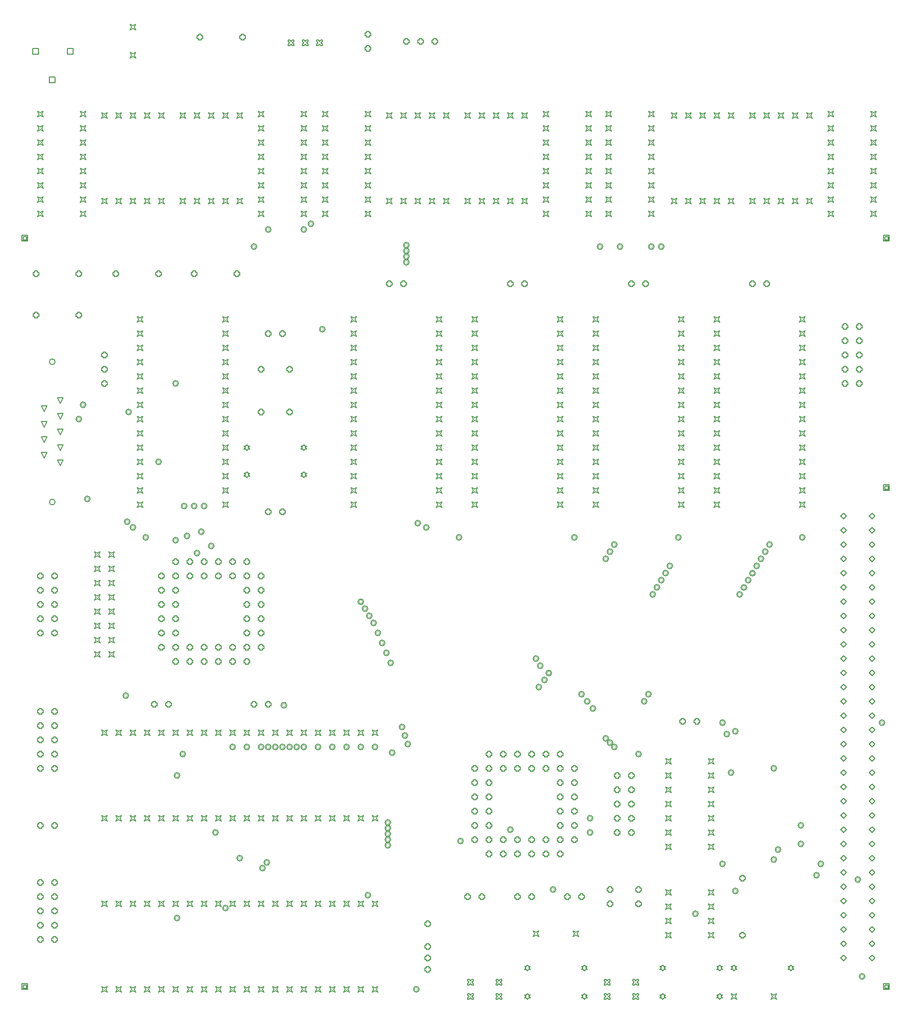
<source format=gbr>
G04 Layer_Color=2752767*
%FSLAX26Y26*%
%MOIN*%
%TF.FileFunction,Drawing*%
%TF.Part,Single*%
G01*
G75*
%TA.AperFunction,NonConductor*%
%ADD87C,0.005000*%
%ADD88C,0.006667*%
%ADD89C,0.004000*%
D87*
X195276Y6760630D02*
Y6800630D01*
X235276D01*
Y6760630D01*
X195276D01*
X439370Y6760787D02*
Y6800787D01*
X479370D01*
Y6760787D01*
X439370D01*
X315000Y6560000D02*
Y6600000D01*
X355000D01*
Y6560000D01*
X315000D01*
X389921Y3871890D02*
X369921Y3911890D01*
X409921D01*
X389921Y3871890D01*
X278110Y3926417D02*
X258110Y3966417D01*
X298110D01*
X278110Y3926417D01*
X389921Y3980945D02*
X369921Y4020945D01*
X409921D01*
X389921Y3980945D01*
X278110Y4035472D02*
X258110Y4075472D01*
X298110D01*
X278110Y4035472D01*
X389921Y4090000D02*
X369921Y4130000D01*
X409921D01*
X389921Y4090000D01*
X278110Y4144528D02*
X258110Y4184528D01*
X298110D01*
X278110Y4144528D01*
X389921Y4199055D02*
X369921Y4239055D01*
X409921D01*
X389921Y4199055D01*
X278110Y4253583D02*
X258110Y4293583D01*
X298110D01*
X278110Y4253583D01*
X389921Y4308110D02*
X369921Y4348110D01*
X409921D01*
X389921Y4308110D01*
X3670000Y130000D02*
X3680000Y140000D01*
X3690000D01*
X3680000Y150000D01*
X3690000Y160000D01*
X3680000D01*
X3670000Y170000D01*
X3660000Y160000D01*
X3650000D01*
X3660000Y150000D01*
X3650000Y140000D01*
X3660000D01*
X3670000Y130000D01*
X4070000D02*
X4080000Y140000D01*
X4090000D01*
X4080000Y150000D01*
X4090000Y160000D01*
X4080000D01*
X4070000Y170000D01*
X4060000Y160000D01*
X4050000D01*
X4060000Y150000D01*
X4050000Y140000D01*
X4060000D01*
X4070000Y130000D01*
X5020000D02*
X5030000Y140000D01*
X5040000D01*
X5030000Y150000D01*
X5040000Y160000D01*
X5030000D01*
X5020000Y170000D01*
X5010000Y160000D01*
X5000000D01*
X5010000Y150000D01*
X5000000Y140000D01*
X5010000D01*
X5020000Y130000D01*
X4620000D02*
X4630000Y140000D01*
X4640000D01*
X4630000Y150000D01*
X4640000Y160000D01*
X4630000D01*
X4620000Y170000D01*
X4610000Y160000D01*
X4600000D01*
X4610000Y150000D01*
X4600000Y140000D01*
X4610000D01*
X4620000Y130000D01*
X5379764D02*
X5389764Y150000D01*
X5379764Y170000D01*
X5399764Y160000D01*
X5419764Y170000D01*
X5409764Y150000D01*
X5419764Y130000D01*
X5399764Y140000D01*
X5379764Y130000D01*
X5100236D02*
X5110236Y150000D01*
X5100236Y170000D01*
X5120236Y160000D01*
X5140236Y170000D01*
X5130236Y150000D01*
X5140236Y130000D01*
X5120236Y140000D01*
X5100236Y130000D01*
X3670000Y330000D02*
X3680000Y340000D01*
X3690000D01*
X3680000Y350000D01*
X3690000Y360000D01*
X3680000D01*
X3670000Y370000D01*
X3660000Y360000D01*
X3650000D01*
X3660000Y350000D01*
X3650000Y340000D01*
X3660000D01*
X3670000Y330000D01*
X4070000D02*
X4080000Y340000D01*
X4090000D01*
X4080000Y350000D01*
X4090000Y360000D01*
X4080000D01*
X4070000Y370000D01*
X4060000Y360000D01*
X4050000D01*
X4060000Y350000D01*
X4050000Y340000D01*
X4060000D01*
X4070000Y330000D01*
X5020000D02*
X5030000Y340000D01*
X5040000D01*
X5030000Y350000D01*
X5040000Y360000D01*
X5030000D01*
X5020000Y370000D01*
X5010000Y360000D01*
X5000000D01*
X5010000Y350000D01*
X5000000Y340000D01*
X5010000D01*
X5020000Y330000D01*
X4620000D02*
X4630000Y340000D01*
X4640000D01*
X4630000Y350000D01*
X4640000Y360000D01*
X4630000D01*
X4620000Y370000D01*
X4610000Y360000D01*
X4600000D01*
X4610000Y350000D01*
X4600000Y340000D01*
X4610000D01*
X4620000Y330000D01*
X3590000Y840000D02*
Y830000D01*
X3610000D01*
Y840000D01*
X3620000D01*
Y860000D01*
X3610000D01*
Y870000D01*
X3590000D01*
Y860000D01*
X3580000D01*
Y840000D01*
X3590000D01*
X3690000D02*
Y830000D01*
X3710000D01*
Y840000D01*
X3720000D01*
Y860000D01*
X3710000D01*
Y870000D01*
X3690000D01*
Y860000D01*
X3680000D01*
Y840000D01*
X3690000D01*
X3450000Y230000D02*
X3460000D01*
X3470000Y240000D01*
X3480000Y230000D01*
X3490000D01*
Y240000D01*
X3480000Y250000D01*
X3490000Y260000D01*
Y270000D01*
X3480000D01*
X3470000Y260000D01*
X3460000Y270000D01*
X3450000D01*
Y260000D01*
X3460000Y250000D01*
X3450000Y240000D01*
Y230000D01*
X3250000D02*
X3260000D01*
X3270000Y240000D01*
X3280000Y230000D01*
X3290000D01*
Y240000D01*
X3280000Y250000D01*
X3290000Y260000D01*
Y270000D01*
X3280000D01*
X3270000Y260000D01*
X3260000Y270000D01*
X3250000D01*
Y260000D01*
X3260000Y250000D01*
X3250000Y240000D01*
Y230000D01*
Y130000D02*
X3260000D01*
X3270000Y140000D01*
X3280000Y130000D01*
X3290000D01*
Y140000D01*
X3280000Y150000D01*
X3290000Y160000D01*
Y170000D01*
X3280000D01*
X3270000Y160000D01*
X3260000Y170000D01*
X3250000D01*
Y160000D01*
X3260000Y150000D01*
X3250000Y140000D01*
Y130000D01*
X3450000D02*
X3460000D01*
X3470000Y140000D01*
X3480000Y130000D01*
X3490000D01*
Y140000D01*
X3480000Y150000D01*
X3490000Y160000D01*
Y170000D01*
X3480000D01*
X3470000Y160000D01*
X3460000Y170000D01*
X3450000D01*
Y160000D01*
X3460000Y150000D01*
X3450000Y140000D01*
Y130000D01*
X4240000Y890000D02*
Y880000D01*
X4260000D01*
Y890000D01*
X4270000D01*
Y910000D01*
X4260000D01*
Y920000D01*
X4240000D01*
Y910000D01*
X4230000D01*
Y890000D01*
X4240000D01*
Y790000D02*
Y780000D01*
X4260000D01*
Y790000D01*
X4270000D01*
Y810000D01*
X4260000D01*
Y820000D01*
X4240000D01*
Y810000D01*
X4230000D01*
Y790000D01*
X4240000D01*
X5520000Y330000D02*
X5530000Y340000D01*
X5540000D01*
X5530000Y350000D01*
X5540000Y360000D01*
X5530000D01*
X5520000Y370000D01*
X5510000Y360000D01*
X5500000D01*
X5510000Y350000D01*
X5500000Y340000D01*
X5510000D01*
X5520000Y330000D01*
X5120000D02*
X5130000Y340000D01*
X5140000D01*
X5130000Y350000D01*
X5140000Y360000D01*
X5130000D01*
X5120000Y370000D01*
X5110000Y360000D01*
X5100000D01*
X5110000Y350000D01*
X5100000Y340000D01*
X5110000D01*
X5120000Y330000D01*
X4440000Y790000D02*
Y780000D01*
X4460000D01*
Y790000D01*
X4470000D01*
Y810000D01*
X4460000D01*
Y820000D01*
X4440000D01*
Y810000D01*
X4430000D01*
Y790000D01*
X4440000D01*
Y890000D02*
Y880000D01*
X4460000D01*
Y890000D01*
X4470000D01*
Y910000D01*
X4460000D01*
Y920000D01*
X4440000D01*
Y910000D01*
X4430000D01*
Y890000D01*
X4440000D01*
X1140000Y2190000D02*
Y2180000D01*
X1160000D01*
Y2190000D01*
X1170000D01*
Y2210000D01*
X1160000D01*
Y2220000D01*
X1140000D01*
Y2210000D01*
X1130000D01*
Y2190000D01*
X1140000D01*
X1040000D02*
Y2180000D01*
X1060000D01*
Y2190000D01*
X1070000D01*
Y2210000D01*
X1060000D01*
Y2220000D01*
X1040000D01*
Y2210000D01*
X1030000D01*
Y2190000D01*
X1040000D01*
X3340000Y840000D02*
Y830000D01*
X3360000D01*
Y840000D01*
X3370000D01*
Y860000D01*
X3360000D01*
Y870000D01*
X3340000D01*
Y860000D01*
X3330000D01*
Y840000D01*
X3340000D01*
X3240000D02*
Y830000D01*
X3260000D01*
Y840000D01*
X3270000D01*
Y860000D01*
X3260000D01*
Y870000D01*
X3240000D01*
Y860000D01*
X3230000D01*
Y840000D01*
X3240000D01*
X4490000Y5140000D02*
Y5130000D01*
X4510000D01*
Y5140000D01*
X4520000D01*
Y5160000D01*
X4510000D01*
Y5170000D01*
X4490000D01*
Y5160000D01*
X4480000D01*
Y5140000D01*
X4490000D01*
X4390000D02*
Y5130000D01*
X4410000D01*
Y5140000D01*
X4420000D01*
Y5160000D01*
X4410000D01*
Y5170000D01*
X4390000D01*
Y5160000D01*
X4380000D01*
Y5140000D01*
X4390000D01*
X2790000D02*
Y5130000D01*
X2810000D01*
Y5140000D01*
X2820000D01*
Y5160000D01*
X2810000D01*
Y5170000D01*
X2790000D01*
Y5160000D01*
X2780000D01*
Y5140000D01*
X2790000D01*
X2690000D02*
Y5130000D01*
X2710000D01*
Y5140000D01*
X2720000D01*
Y5160000D01*
X2710000D01*
Y5170000D01*
X2690000D01*
Y5160000D01*
X2680000D01*
Y5140000D01*
X2690000D01*
X3640000D02*
Y5130000D01*
X3660000D01*
Y5140000D01*
X3670000D01*
Y5160000D01*
X3660000D01*
Y5170000D01*
X3640000D01*
Y5160000D01*
X3630000D01*
Y5140000D01*
X3640000D01*
X3540000D02*
Y5130000D01*
X3560000D01*
Y5140000D01*
X3570000D01*
Y5160000D01*
X3560000D01*
Y5170000D01*
X3540000D01*
Y5160000D01*
X3530000D01*
Y5140000D01*
X3540000D01*
X1840000Y2190000D02*
Y2180000D01*
X1860000D01*
Y2190000D01*
X1870000D01*
Y2210000D01*
X1860000D01*
Y2220000D01*
X1840000D01*
Y2210000D01*
X1830000D01*
Y2190000D01*
X1840000D01*
X1740000D02*
Y2180000D01*
X1760000D01*
Y2190000D01*
X1770000D01*
Y2210000D01*
X1760000D01*
Y2220000D01*
X1740000D01*
Y2210000D01*
X1730000D01*
Y2190000D01*
X1740000D01*
X4750000Y2070000D02*
Y2060000D01*
X4770000D01*
Y2070000D01*
X4780000D01*
Y2090000D01*
X4770000D01*
Y2100000D01*
X4750000D01*
Y2090000D01*
X4740000D01*
Y2070000D01*
X4750000D01*
X4850000D02*
Y2060000D01*
X4870000D01*
Y2070000D01*
X4880000D01*
Y2090000D01*
X4870000D01*
Y2100000D01*
X4850000D01*
Y2090000D01*
X4840000D01*
Y2070000D01*
X4850000D01*
X3940000Y840000D02*
Y830000D01*
X3960000D01*
Y840000D01*
X3970000D01*
Y860000D01*
X3960000D01*
Y870000D01*
X3940000D01*
Y860000D01*
X3930000D01*
Y840000D01*
X3940000D01*
X4040000D02*
Y830000D01*
X4060000D01*
Y840000D01*
X4070000D01*
Y860000D01*
X4060000D01*
Y870000D01*
X4040000D01*
Y860000D01*
X4030000D01*
Y840000D01*
X4040000D01*
X240000Y1340000D02*
Y1330000D01*
X260000D01*
Y1340000D01*
X270000D01*
Y1360000D01*
X260000D01*
Y1370000D01*
X240000D01*
Y1360000D01*
X230000D01*
Y1340000D01*
X240000D01*
X5340000Y5140000D02*
Y5130000D01*
X5360000D01*
Y5140000D01*
X5370000D01*
Y5160000D01*
X5360000D01*
Y5170000D01*
X5340000D01*
Y5160000D01*
X5330000D01*
Y5140000D01*
X5340000D01*
X5240000D02*
Y5130000D01*
X5260000D01*
Y5140000D01*
X5270000D01*
Y5160000D01*
X5260000D01*
Y5170000D01*
X5240000D01*
Y5160000D01*
X5230000D01*
Y5140000D01*
X5240000D01*
X1940000Y3540000D02*
Y3530000D01*
X1960000D01*
Y3540000D01*
X1970000D01*
Y3560000D01*
X1960000D01*
Y3570000D01*
X1940000D01*
Y3560000D01*
X1930000D01*
Y3540000D01*
X1940000D01*
X1840000D02*
Y3530000D01*
X1860000D01*
Y3540000D01*
X1870000D01*
Y3560000D01*
X1860000D01*
Y3570000D01*
X1840000D01*
Y3560000D01*
X1830000D01*
Y3540000D01*
X1840000D01*
X4130000Y4880000D02*
X4140000Y4900000D01*
X4130000Y4920000D01*
X4150000Y4910000D01*
X4170000Y4920000D01*
X4160000Y4900000D01*
X4170000Y4880000D01*
X4150000Y4890000D01*
X4130000Y4880000D01*
Y4780000D02*
X4140000Y4800000D01*
X4130000Y4820000D01*
X4150000Y4810000D01*
X4170000Y4820000D01*
X4160000Y4800000D01*
X4170000Y4780000D01*
X4150000Y4790000D01*
X4130000Y4780000D01*
Y4680000D02*
X4140000Y4700000D01*
X4130000Y4720000D01*
X4150000Y4710000D01*
X4170000Y4720000D01*
X4160000Y4700000D01*
X4170000Y4680000D01*
X4150000Y4690000D01*
X4130000Y4680000D01*
Y4580000D02*
X4140000Y4600000D01*
X4130000Y4620000D01*
X4150000Y4610000D01*
X4170000Y4620000D01*
X4160000Y4600000D01*
X4170000Y4580000D01*
X4150000Y4590000D01*
X4130000Y4580000D01*
Y4480000D02*
X4140000Y4500000D01*
X4130000Y4520000D01*
X4150000Y4510000D01*
X4170000Y4520000D01*
X4160000Y4500000D01*
X4170000Y4480000D01*
X4150000Y4490000D01*
X4130000Y4480000D01*
Y4380000D02*
X4140000Y4400000D01*
X4130000Y4420000D01*
X4150000Y4410000D01*
X4170000Y4420000D01*
X4160000Y4400000D01*
X4170000Y4380000D01*
X4150000Y4390000D01*
X4130000Y4380000D01*
Y4280000D02*
X4140000Y4300000D01*
X4130000Y4320000D01*
X4150000Y4310000D01*
X4170000Y4320000D01*
X4160000Y4300000D01*
X4170000Y4280000D01*
X4150000Y4290000D01*
X4130000Y4280000D01*
Y4180000D02*
X4140000Y4200000D01*
X4130000Y4220000D01*
X4150000Y4210000D01*
X4170000Y4220000D01*
X4160000Y4200000D01*
X4170000Y4180000D01*
X4150000Y4190000D01*
X4130000Y4180000D01*
Y4080000D02*
X4140000Y4100000D01*
X4130000Y4120000D01*
X4150000Y4110000D01*
X4170000Y4120000D01*
X4160000Y4100000D01*
X4170000Y4080000D01*
X4150000Y4090000D01*
X4130000Y4080000D01*
Y3980000D02*
X4140000Y4000000D01*
X4130000Y4020000D01*
X4150000Y4010000D01*
X4170000Y4020000D01*
X4160000Y4000000D01*
X4170000Y3980000D01*
X4150000Y3990000D01*
X4130000Y3980000D01*
Y3880000D02*
X4140000Y3900000D01*
X4130000Y3920000D01*
X4150000Y3910000D01*
X4170000Y3920000D01*
X4160000Y3900000D01*
X4170000Y3880000D01*
X4150000Y3890000D01*
X4130000Y3880000D01*
Y3780000D02*
X4140000Y3800000D01*
X4130000Y3820000D01*
X4150000Y3810000D01*
X4170000Y3820000D01*
X4160000Y3800000D01*
X4170000Y3780000D01*
X4150000Y3790000D01*
X4130000Y3780000D01*
Y3680000D02*
X4140000Y3700000D01*
X4130000Y3720000D01*
X4150000Y3710000D01*
X4170000Y3720000D01*
X4160000Y3700000D01*
X4170000Y3680000D01*
X4150000Y3690000D01*
X4130000Y3680000D01*
Y3580000D02*
X4140000Y3600000D01*
X4130000Y3620000D01*
X4150000Y3610000D01*
X4170000Y3620000D01*
X4160000Y3600000D01*
X4170000Y3580000D01*
X4150000Y3590000D01*
X4130000Y3580000D01*
X4730000Y4880000D02*
X4740000Y4900000D01*
X4730000Y4920000D01*
X4750000Y4910000D01*
X4770000Y4920000D01*
X4760000Y4900000D01*
X4770000Y4880000D01*
X4750000Y4890000D01*
X4730000Y4880000D01*
Y4780000D02*
X4740000Y4800000D01*
X4730000Y4820000D01*
X4750000Y4810000D01*
X4770000Y4820000D01*
X4760000Y4800000D01*
X4770000Y4780000D01*
X4750000Y4790000D01*
X4730000Y4780000D01*
Y4680000D02*
X4740000Y4700000D01*
X4730000Y4720000D01*
X4750000Y4710000D01*
X4770000Y4720000D01*
X4760000Y4700000D01*
X4770000Y4680000D01*
X4750000Y4690000D01*
X4730000Y4680000D01*
Y4580000D02*
X4740000Y4600000D01*
X4730000Y4620000D01*
X4750000Y4610000D01*
X4770000Y4620000D01*
X4760000Y4600000D01*
X4770000Y4580000D01*
X4750000Y4590000D01*
X4730000Y4580000D01*
Y4480000D02*
X4740000Y4500000D01*
X4730000Y4520000D01*
X4750000Y4510000D01*
X4770000Y4520000D01*
X4760000Y4500000D01*
X4770000Y4480000D01*
X4750000Y4490000D01*
X4730000Y4480000D01*
Y4380000D02*
X4740000Y4400000D01*
X4730000Y4420000D01*
X4750000Y4410000D01*
X4770000Y4420000D01*
X4760000Y4400000D01*
X4770000Y4380000D01*
X4750000Y4390000D01*
X4730000Y4380000D01*
Y4280000D02*
X4740000Y4300000D01*
X4730000Y4320000D01*
X4750000Y4310000D01*
X4770000Y4320000D01*
X4760000Y4300000D01*
X4770000Y4280000D01*
X4750000Y4290000D01*
X4730000Y4280000D01*
Y4180000D02*
X4740000Y4200000D01*
X4730000Y4220000D01*
X4750000Y4210000D01*
X4770000Y4220000D01*
X4760000Y4200000D01*
X4770000Y4180000D01*
X4750000Y4190000D01*
X4730000Y4180000D01*
Y4080000D02*
X4740000Y4100000D01*
X4730000Y4120000D01*
X4750000Y4110000D01*
X4770000Y4120000D01*
X4760000Y4100000D01*
X4770000Y4080000D01*
X4750000Y4090000D01*
X4730000Y4080000D01*
Y3980000D02*
X4740000Y4000000D01*
X4730000Y4020000D01*
X4750000Y4010000D01*
X4770000Y4020000D01*
X4760000Y4000000D01*
X4770000Y3980000D01*
X4750000Y3990000D01*
X4730000Y3980000D01*
Y3880000D02*
X4740000Y3900000D01*
X4730000Y3920000D01*
X4750000Y3910000D01*
X4770000Y3920000D01*
X4760000Y3900000D01*
X4770000Y3880000D01*
X4750000Y3890000D01*
X4730000Y3880000D01*
Y3780000D02*
X4740000Y3800000D01*
X4730000Y3820000D01*
X4750000Y3810000D01*
X4770000Y3820000D01*
X4760000Y3800000D01*
X4770000Y3780000D01*
X4750000Y3790000D01*
X4730000Y3780000D01*
Y3680000D02*
X4740000Y3700000D01*
X4730000Y3720000D01*
X4750000Y3710000D01*
X4770000Y3720000D01*
X4760000Y3700000D01*
X4770000Y3680000D01*
X4750000Y3690000D01*
X4730000Y3680000D01*
Y3580000D02*
X4740000Y3600000D01*
X4730000Y3620000D01*
X4750000Y3610000D01*
X4770000Y3620000D01*
X4760000Y3600000D01*
X4770000Y3580000D01*
X4750000Y3590000D01*
X4730000Y3580000D01*
X2430000Y4880000D02*
X2440000Y4900000D01*
X2430000Y4920000D01*
X2450000Y4910000D01*
X2470000Y4920000D01*
X2460000Y4900000D01*
X2470000Y4880000D01*
X2450000Y4890000D01*
X2430000Y4880000D01*
Y4780000D02*
X2440000Y4800000D01*
X2430000Y4820000D01*
X2450000Y4810000D01*
X2470000Y4820000D01*
X2460000Y4800000D01*
X2470000Y4780000D01*
X2450000Y4790000D01*
X2430000Y4780000D01*
Y4680000D02*
X2440000Y4700000D01*
X2430000Y4720000D01*
X2450000Y4710000D01*
X2470000Y4720000D01*
X2460000Y4700000D01*
X2470000Y4680000D01*
X2450000Y4690000D01*
X2430000Y4680000D01*
Y4580000D02*
X2440000Y4600000D01*
X2430000Y4620000D01*
X2450000Y4610000D01*
X2470000Y4620000D01*
X2460000Y4600000D01*
X2470000Y4580000D01*
X2450000Y4590000D01*
X2430000Y4580000D01*
Y4480000D02*
X2440000Y4500000D01*
X2430000Y4520000D01*
X2450000Y4510000D01*
X2470000Y4520000D01*
X2460000Y4500000D01*
X2470000Y4480000D01*
X2450000Y4490000D01*
X2430000Y4480000D01*
Y4380000D02*
X2440000Y4400000D01*
X2430000Y4420000D01*
X2450000Y4410000D01*
X2470000Y4420000D01*
X2460000Y4400000D01*
X2470000Y4380000D01*
X2450000Y4390000D01*
X2430000Y4380000D01*
Y4280000D02*
X2440000Y4300000D01*
X2430000Y4320000D01*
X2450000Y4310000D01*
X2470000Y4320000D01*
X2460000Y4300000D01*
X2470000Y4280000D01*
X2450000Y4290000D01*
X2430000Y4280000D01*
Y4180000D02*
X2440000Y4200000D01*
X2430000Y4220000D01*
X2450000Y4210000D01*
X2470000Y4220000D01*
X2460000Y4200000D01*
X2470000Y4180000D01*
X2450000Y4190000D01*
X2430000Y4180000D01*
Y4080000D02*
X2440000Y4100000D01*
X2430000Y4120000D01*
X2450000Y4110000D01*
X2470000Y4120000D01*
X2460000Y4100000D01*
X2470000Y4080000D01*
X2450000Y4090000D01*
X2430000Y4080000D01*
Y3980000D02*
X2440000Y4000000D01*
X2430000Y4020000D01*
X2450000Y4010000D01*
X2470000Y4020000D01*
X2460000Y4000000D01*
X2470000Y3980000D01*
X2450000Y3990000D01*
X2430000Y3980000D01*
Y3880000D02*
X2440000Y3900000D01*
X2430000Y3920000D01*
X2450000Y3910000D01*
X2470000Y3920000D01*
X2460000Y3900000D01*
X2470000Y3880000D01*
X2450000Y3890000D01*
X2430000Y3880000D01*
Y3780000D02*
X2440000Y3800000D01*
X2430000Y3820000D01*
X2450000Y3810000D01*
X2470000Y3820000D01*
X2460000Y3800000D01*
X2470000Y3780000D01*
X2450000Y3790000D01*
X2430000Y3780000D01*
Y3680000D02*
X2440000Y3700000D01*
X2430000Y3720000D01*
X2450000Y3710000D01*
X2470000Y3720000D01*
X2460000Y3700000D01*
X2470000Y3680000D01*
X2450000Y3690000D01*
X2430000Y3680000D01*
Y3580000D02*
X2440000Y3600000D01*
X2430000Y3620000D01*
X2450000Y3610000D01*
X2470000Y3620000D01*
X2460000Y3600000D01*
X2470000Y3580000D01*
X2450000Y3590000D01*
X2430000Y3580000D01*
X3030000Y4880000D02*
X3040000Y4900000D01*
X3030000Y4920000D01*
X3050000Y4910000D01*
X3070000Y4920000D01*
X3060000Y4900000D01*
X3070000Y4880000D01*
X3050000Y4890000D01*
X3030000Y4880000D01*
Y4780000D02*
X3040000Y4800000D01*
X3030000Y4820000D01*
X3050000Y4810000D01*
X3070000Y4820000D01*
X3060000Y4800000D01*
X3070000Y4780000D01*
X3050000Y4790000D01*
X3030000Y4780000D01*
Y4680000D02*
X3040000Y4700000D01*
X3030000Y4720000D01*
X3050000Y4710000D01*
X3070000Y4720000D01*
X3060000Y4700000D01*
X3070000Y4680000D01*
X3050000Y4690000D01*
X3030000Y4680000D01*
Y4580000D02*
X3040000Y4600000D01*
X3030000Y4620000D01*
X3050000Y4610000D01*
X3070000Y4620000D01*
X3060000Y4600000D01*
X3070000Y4580000D01*
X3050000Y4590000D01*
X3030000Y4580000D01*
Y4480000D02*
X3040000Y4500000D01*
X3030000Y4520000D01*
X3050000Y4510000D01*
X3070000Y4520000D01*
X3060000Y4500000D01*
X3070000Y4480000D01*
X3050000Y4490000D01*
X3030000Y4480000D01*
Y4380000D02*
X3040000Y4400000D01*
X3030000Y4420000D01*
X3050000Y4410000D01*
X3070000Y4420000D01*
X3060000Y4400000D01*
X3070000Y4380000D01*
X3050000Y4390000D01*
X3030000Y4380000D01*
Y4280000D02*
X3040000Y4300000D01*
X3030000Y4320000D01*
X3050000Y4310000D01*
X3070000Y4320000D01*
X3060000Y4300000D01*
X3070000Y4280000D01*
X3050000Y4290000D01*
X3030000Y4280000D01*
Y4180000D02*
X3040000Y4200000D01*
X3030000Y4220000D01*
X3050000Y4210000D01*
X3070000Y4220000D01*
X3060000Y4200000D01*
X3070000Y4180000D01*
X3050000Y4190000D01*
X3030000Y4180000D01*
Y4080000D02*
X3040000Y4100000D01*
X3030000Y4120000D01*
X3050000Y4110000D01*
X3070000Y4120000D01*
X3060000Y4100000D01*
X3070000Y4080000D01*
X3050000Y4090000D01*
X3030000Y4080000D01*
Y3980000D02*
X3040000Y4000000D01*
X3030000Y4020000D01*
X3050000Y4010000D01*
X3070000Y4020000D01*
X3060000Y4000000D01*
X3070000Y3980000D01*
X3050000Y3990000D01*
X3030000Y3980000D01*
Y3880000D02*
X3040000Y3900000D01*
X3030000Y3920000D01*
X3050000Y3910000D01*
X3070000Y3920000D01*
X3060000Y3900000D01*
X3070000Y3880000D01*
X3050000Y3890000D01*
X3030000Y3880000D01*
Y3780000D02*
X3040000Y3800000D01*
X3030000Y3820000D01*
X3050000Y3810000D01*
X3070000Y3820000D01*
X3060000Y3800000D01*
X3070000Y3780000D01*
X3050000Y3790000D01*
X3030000Y3780000D01*
Y3680000D02*
X3040000Y3700000D01*
X3030000Y3720000D01*
X3050000Y3710000D01*
X3070000Y3720000D01*
X3060000Y3700000D01*
X3070000Y3680000D01*
X3050000Y3690000D01*
X3030000Y3680000D01*
Y3580000D02*
X3040000Y3600000D01*
X3030000Y3620000D01*
X3050000Y3610000D01*
X3070000Y3620000D01*
X3060000Y3600000D01*
X3070000Y3580000D01*
X3050000Y3590000D01*
X3030000Y3580000D01*
X1390000Y2590000D02*
Y2580000D01*
X1410000D01*
Y2590000D01*
X1420000D01*
Y2610000D01*
X1410000D01*
Y2620000D01*
X1390000D01*
Y2610000D01*
X1380000D01*
Y2590000D01*
X1390000D01*
X1490000Y2490000D02*
Y2480000D01*
X1510000D01*
Y2490000D01*
X1520000D01*
Y2510000D01*
X1510000D01*
Y2520000D01*
X1490000D01*
Y2510000D01*
X1480000D01*
Y2490000D01*
X1490000D01*
Y2590000D02*
Y2580000D01*
X1510000D01*
Y2590000D01*
X1520000D01*
Y2610000D01*
X1510000D01*
Y2620000D01*
X1490000D01*
Y2610000D01*
X1480000D01*
Y2590000D01*
X1490000D01*
X1590000Y2490000D02*
Y2480000D01*
X1610000D01*
Y2490000D01*
X1620000D01*
Y2510000D01*
X1610000D01*
Y2520000D01*
X1590000D01*
Y2510000D01*
X1580000D01*
Y2490000D01*
X1590000D01*
Y2590000D02*
Y2580000D01*
X1610000D01*
Y2590000D01*
X1620000D01*
Y2610000D01*
X1610000D01*
Y2620000D01*
X1590000D01*
Y2610000D01*
X1580000D01*
Y2590000D01*
X1590000D01*
X1690000Y2490000D02*
Y2480000D01*
X1710000D01*
Y2490000D01*
X1720000D01*
Y2510000D01*
X1710000D01*
Y2520000D01*
X1690000D01*
Y2510000D01*
X1680000D01*
Y2490000D01*
X1690000D01*
X1790000Y2590000D02*
Y2580000D01*
X1810000D01*
Y2590000D01*
X1820000D01*
Y2610000D01*
X1810000D01*
Y2620000D01*
X1790000D01*
Y2610000D01*
X1780000D01*
Y2590000D01*
X1790000D01*
X1690000D02*
Y2580000D01*
X1710000D01*
Y2590000D01*
X1720000D01*
Y2610000D01*
X1710000D01*
Y2620000D01*
X1690000D01*
Y2610000D01*
X1680000D01*
Y2590000D01*
X1690000D01*
X1790000Y2690000D02*
Y2680000D01*
X1810000D01*
Y2690000D01*
X1820000D01*
Y2710000D01*
X1810000D01*
Y2720000D01*
X1790000D01*
Y2710000D01*
X1780000D01*
Y2690000D01*
X1790000D01*
X1690000D02*
Y2680000D01*
X1710000D01*
Y2690000D01*
X1720000D01*
Y2710000D01*
X1710000D01*
Y2720000D01*
X1690000D01*
Y2710000D01*
X1680000D01*
Y2690000D01*
X1690000D01*
X1790000Y2790000D02*
Y2780000D01*
X1810000D01*
Y2790000D01*
X1820000D01*
Y2810000D01*
X1810000D01*
Y2820000D01*
X1790000D01*
Y2810000D01*
X1780000D01*
Y2790000D01*
X1790000D01*
X1690000D02*
Y2780000D01*
X1710000D01*
Y2790000D01*
X1720000D01*
Y2810000D01*
X1710000D01*
Y2820000D01*
X1690000D01*
Y2810000D01*
X1680000D01*
Y2790000D01*
X1690000D01*
X1790000Y2890000D02*
Y2880000D01*
X1810000D01*
Y2890000D01*
X1820000D01*
Y2910000D01*
X1810000D01*
Y2920000D01*
X1790000D01*
Y2910000D01*
X1780000D01*
Y2890000D01*
X1790000D01*
X1690000D02*
Y2880000D01*
X1710000D01*
Y2890000D01*
X1720000D01*
Y2910000D01*
X1710000D01*
Y2920000D01*
X1690000D01*
Y2910000D01*
X1680000D01*
Y2890000D01*
X1690000D01*
X1790000Y2990000D02*
Y2980000D01*
X1810000D01*
Y2990000D01*
X1820000D01*
Y3010000D01*
X1810000D01*
Y3020000D01*
X1790000D01*
Y3010000D01*
X1780000D01*
Y2990000D01*
X1790000D01*
X1690000D02*
Y2980000D01*
X1710000D01*
Y2990000D01*
X1720000D01*
Y3010000D01*
X1710000D01*
Y3020000D01*
X1690000D01*
Y3010000D01*
X1680000D01*
Y2990000D01*
X1690000D01*
X1790000Y3090000D02*
Y3080000D01*
X1810000D01*
Y3090000D01*
X1820000D01*
Y3110000D01*
X1810000D01*
Y3120000D01*
X1790000D01*
Y3110000D01*
X1780000D01*
Y3090000D01*
X1790000D01*
X1690000Y3190000D02*
Y3180000D01*
X1710000D01*
Y3190000D01*
X1720000D01*
Y3210000D01*
X1710000D01*
Y3220000D01*
X1690000D01*
Y3210000D01*
X1680000D01*
Y3190000D01*
X1690000D01*
Y3090000D02*
Y3080000D01*
X1710000D01*
Y3090000D01*
X1720000D01*
Y3110000D01*
X1710000D01*
Y3120000D01*
X1690000D01*
Y3110000D01*
X1680000D01*
Y3090000D01*
X1690000D01*
X1590000Y3190000D02*
Y3180000D01*
X1610000D01*
Y3190000D01*
X1620000D01*
Y3210000D01*
X1610000D01*
Y3220000D01*
X1590000D01*
Y3210000D01*
X1580000D01*
Y3190000D01*
X1590000D01*
Y3090000D02*
Y3080000D01*
X1610000D01*
Y3090000D01*
X1620000D01*
Y3110000D01*
X1610000D01*
Y3120000D01*
X1590000D01*
Y3110000D01*
X1580000D01*
Y3090000D01*
X1590000D01*
X1490000Y3190000D02*
Y3180000D01*
X1510000D01*
Y3190000D01*
X1520000D01*
Y3210000D01*
X1510000D01*
Y3220000D01*
X1490000D01*
Y3210000D01*
X1480000D01*
Y3190000D01*
X1490000D01*
Y3090000D02*
Y3080000D01*
X1510000D01*
Y3090000D01*
X1520000D01*
Y3110000D01*
X1510000D01*
Y3120000D01*
X1490000D01*
Y3110000D01*
X1480000D01*
Y3090000D01*
X1490000D01*
X1390000Y3190000D02*
Y3180000D01*
X1410000D01*
Y3190000D01*
X1420000D01*
Y3210000D01*
X1410000D01*
Y3220000D01*
X1390000D01*
Y3210000D01*
X1380000D01*
Y3190000D01*
X1390000D01*
Y3090000D02*
Y3080000D01*
X1410000D01*
Y3090000D01*
X1420000D01*
Y3110000D01*
X1410000D01*
Y3120000D01*
X1390000D01*
Y3110000D01*
X1380000D01*
Y3090000D01*
X1390000D01*
X1190000Y2990000D02*
Y2980000D01*
X1210000D01*
Y2990000D01*
X1220000D01*
Y3010000D01*
X1210000D01*
Y3020000D01*
X1190000D01*
Y3010000D01*
X1180000D01*
Y2990000D01*
X1190000D01*
Y2890000D02*
Y2880000D01*
X1210000D01*
Y2890000D01*
X1220000D01*
Y2910000D01*
X1210000D01*
Y2920000D01*
X1190000D01*
Y2910000D01*
X1180000D01*
Y2890000D01*
X1190000D01*
Y3090000D02*
Y3080000D01*
X1210000D01*
Y3090000D01*
X1220000D01*
Y3110000D01*
X1210000D01*
Y3120000D01*
X1190000D01*
Y3110000D01*
X1180000D01*
Y3090000D01*
X1190000D01*
X1290000Y3190000D02*
Y3180000D01*
X1310000D01*
Y3190000D01*
X1320000D01*
Y3210000D01*
X1310000D01*
Y3220000D01*
X1290000D01*
Y3210000D01*
X1280000D01*
Y3190000D01*
X1290000D01*
Y3090000D02*
Y3080000D01*
X1310000D01*
Y3090000D01*
X1320000D01*
Y3110000D01*
X1310000D01*
Y3120000D01*
X1290000D01*
Y3110000D01*
X1280000D01*
Y3090000D01*
X1290000D01*
X1190000Y3190000D02*
Y3180000D01*
X1210000D01*
Y3190000D01*
X1220000D01*
Y3210000D01*
X1210000D01*
Y3220000D01*
X1190000D01*
Y3210000D01*
X1180000D01*
Y3190000D01*
X1190000D01*
X1290000Y2590000D02*
Y2580000D01*
X1310000D01*
Y2590000D01*
X1320000D01*
Y2610000D01*
X1310000D01*
Y2620000D01*
X1290000D01*
Y2610000D01*
X1280000D01*
Y2590000D01*
X1290000D01*
X1090000Y3090000D02*
Y3080000D01*
X1110000D01*
Y3090000D01*
X1120000D01*
Y3110000D01*
X1110000D01*
Y3120000D01*
X1090000D01*
Y3110000D01*
X1080000D01*
Y3090000D01*
X1090000D01*
X1290000Y2490000D02*
Y2480000D01*
X1310000D01*
Y2490000D01*
X1320000D01*
Y2510000D01*
X1310000D01*
Y2520000D01*
X1290000D01*
Y2510000D01*
X1280000D01*
Y2490000D01*
X1290000D01*
X1090000Y2990000D02*
Y2980000D01*
X1110000D01*
Y2990000D01*
X1120000D01*
Y3010000D01*
X1110000D01*
Y3020000D01*
X1090000D01*
Y3010000D01*
X1080000D01*
Y2990000D01*
X1090000D01*
Y2890000D02*
Y2880000D01*
X1110000D01*
Y2890000D01*
X1120000D01*
Y2910000D01*
X1110000D01*
Y2920000D01*
X1090000D01*
Y2910000D01*
X1080000D01*
Y2890000D01*
X1090000D01*
X1190000Y2790000D02*
Y2780000D01*
X1210000D01*
Y2790000D01*
X1220000D01*
Y2810000D01*
X1210000D01*
Y2820000D01*
X1190000D01*
Y2810000D01*
X1180000D01*
Y2790000D01*
X1190000D01*
Y2690000D02*
Y2680000D01*
X1210000D01*
Y2690000D01*
X1220000D01*
Y2710000D01*
X1210000D01*
Y2720000D01*
X1190000D01*
Y2710000D01*
X1180000D01*
Y2690000D01*
X1190000D01*
X1090000Y2790000D02*
Y2780000D01*
X1110000D01*
Y2790000D01*
X1120000D01*
Y2810000D01*
X1110000D01*
Y2820000D01*
X1090000D01*
Y2810000D01*
X1080000D01*
Y2790000D01*
X1090000D01*
X1190000Y2590000D02*
Y2580000D01*
X1210000D01*
Y2590000D01*
X1220000D01*
Y2610000D01*
X1210000D01*
Y2620000D01*
X1190000D01*
Y2610000D01*
X1180000D01*
Y2590000D01*
X1190000D01*
X1090000Y2690000D02*
Y2680000D01*
X1110000D01*
Y2690000D01*
X1120000D01*
Y2710000D01*
X1110000D01*
Y2720000D01*
X1090000D01*
Y2710000D01*
X1080000D01*
Y2690000D01*
X1090000D01*
Y2590000D02*
Y2580000D01*
X1110000D01*
Y2590000D01*
X1120000D01*
Y2610000D01*
X1110000D01*
Y2620000D01*
X1090000D01*
Y2610000D01*
X1080000D01*
Y2590000D01*
X1090000D01*
X1190000Y2490000D02*
Y2480000D01*
X1210000D01*
Y2490000D01*
X1220000D01*
Y2510000D01*
X1210000D01*
Y2520000D01*
X1190000D01*
Y2510000D01*
X1180000D01*
Y2490000D01*
X1190000D01*
X1390000D02*
Y2480000D01*
X1410000D01*
Y2490000D01*
X1420000D01*
Y2510000D01*
X1410000D01*
Y2520000D01*
X1390000D01*
Y2510000D01*
X1380000D01*
Y2490000D01*
X1390000D01*
X1320000Y5210000D02*
Y5200000D01*
X1340000D01*
Y5210000D01*
X1350000D01*
Y5230000D01*
X1340000D01*
Y5240000D01*
X1320000D01*
Y5230000D01*
X1310000D01*
Y5210000D01*
X1320000D01*
X1620000D02*
Y5200000D01*
X1640000D01*
Y5210000D01*
X1650000D01*
Y5230000D01*
X1640000D01*
Y5240000D01*
X1620000D01*
Y5230000D01*
X1610000D01*
Y5210000D01*
X1620000D01*
X770000D02*
Y5200000D01*
X790000D01*
Y5210000D01*
X800000D01*
Y5230000D01*
X790000D01*
Y5240000D01*
X770000D01*
Y5230000D01*
X760000D01*
Y5210000D01*
X770000D01*
X1070000D02*
Y5200000D01*
X1090000D01*
Y5210000D01*
X1100000D01*
Y5230000D01*
X1090000D01*
Y5240000D01*
X1070000D01*
Y5230000D01*
X1060000D01*
Y5210000D01*
X1070000D01*
X4980000Y4880000D02*
X4990000Y4900000D01*
X4980000Y4920000D01*
X5000000Y4910000D01*
X5020000Y4920000D01*
X5010000Y4900000D01*
X5020000Y4880000D01*
X5000000Y4890000D01*
X4980000Y4880000D01*
Y4780000D02*
X4990000Y4800000D01*
X4980000Y4820000D01*
X5000000Y4810000D01*
X5020000Y4820000D01*
X5010000Y4800000D01*
X5020000Y4780000D01*
X5000000Y4790000D01*
X4980000Y4780000D01*
Y4680000D02*
X4990000Y4700000D01*
X4980000Y4720000D01*
X5000000Y4710000D01*
X5020000Y4720000D01*
X5010000Y4700000D01*
X5020000Y4680000D01*
X5000000Y4690000D01*
X4980000Y4680000D01*
Y4580000D02*
X4990000Y4600000D01*
X4980000Y4620000D01*
X5000000Y4610000D01*
X5020000Y4620000D01*
X5010000Y4600000D01*
X5020000Y4580000D01*
X5000000Y4590000D01*
X4980000Y4580000D01*
Y4480000D02*
X4990000Y4500000D01*
X4980000Y4520000D01*
X5000000Y4510000D01*
X5020000Y4520000D01*
X5010000Y4500000D01*
X5020000Y4480000D01*
X5000000Y4490000D01*
X4980000Y4480000D01*
Y4380000D02*
X4990000Y4400000D01*
X4980000Y4420000D01*
X5000000Y4410000D01*
X5020000Y4420000D01*
X5010000Y4400000D01*
X5020000Y4380000D01*
X5000000Y4390000D01*
X4980000Y4380000D01*
Y4280000D02*
X4990000Y4300000D01*
X4980000Y4320000D01*
X5000000Y4310000D01*
X5020000Y4320000D01*
X5010000Y4300000D01*
X5020000Y4280000D01*
X5000000Y4290000D01*
X4980000Y4280000D01*
Y4180000D02*
X4990000Y4200000D01*
X4980000Y4220000D01*
X5000000Y4210000D01*
X5020000Y4220000D01*
X5010000Y4200000D01*
X5020000Y4180000D01*
X5000000Y4190000D01*
X4980000Y4180000D01*
Y4080000D02*
X4990000Y4100000D01*
X4980000Y4120000D01*
X5000000Y4110000D01*
X5020000Y4120000D01*
X5010000Y4100000D01*
X5020000Y4080000D01*
X5000000Y4090000D01*
X4980000Y4080000D01*
Y3980000D02*
X4990000Y4000000D01*
X4980000Y4020000D01*
X5000000Y4010000D01*
X5020000Y4020000D01*
X5010000Y4000000D01*
X5020000Y3980000D01*
X5000000Y3990000D01*
X4980000Y3980000D01*
Y3880000D02*
X4990000Y3900000D01*
X4980000Y3920000D01*
X5000000Y3910000D01*
X5020000Y3920000D01*
X5010000Y3900000D01*
X5020000Y3880000D01*
X5000000Y3890000D01*
X4980000Y3880000D01*
Y3780000D02*
X4990000Y3800000D01*
X4980000Y3820000D01*
X5000000Y3810000D01*
X5020000Y3820000D01*
X5010000Y3800000D01*
X5020000Y3780000D01*
X5000000Y3790000D01*
X4980000Y3780000D01*
Y3680000D02*
X4990000Y3700000D01*
X4980000Y3720000D01*
X5000000Y3710000D01*
X5020000Y3720000D01*
X5010000Y3700000D01*
X5020000Y3680000D01*
X5000000Y3690000D01*
X4980000Y3680000D01*
Y3580000D02*
X4990000Y3600000D01*
X4980000Y3620000D01*
X5000000Y3610000D01*
X5020000Y3620000D01*
X5010000Y3600000D01*
X5020000Y3580000D01*
X5000000Y3590000D01*
X4980000Y3580000D01*
X5580000Y4880000D02*
X5590000Y4900000D01*
X5580000Y4920000D01*
X5600000Y4910000D01*
X5620000Y4920000D01*
X5610000Y4900000D01*
X5620000Y4880000D01*
X5600000Y4890000D01*
X5580000Y4880000D01*
Y4780000D02*
X5590000Y4800000D01*
X5580000Y4820000D01*
X5600000Y4810000D01*
X5620000Y4820000D01*
X5610000Y4800000D01*
X5620000Y4780000D01*
X5600000Y4790000D01*
X5580000Y4780000D01*
Y4680000D02*
X5590000Y4700000D01*
X5580000Y4720000D01*
X5600000Y4710000D01*
X5620000Y4720000D01*
X5610000Y4700000D01*
X5620000Y4680000D01*
X5600000Y4690000D01*
X5580000Y4680000D01*
Y4580000D02*
X5590000Y4600000D01*
X5580000Y4620000D01*
X5600000Y4610000D01*
X5620000Y4620000D01*
X5610000Y4600000D01*
X5620000Y4580000D01*
X5600000Y4590000D01*
X5580000Y4580000D01*
Y4480000D02*
X5590000Y4500000D01*
X5580000Y4520000D01*
X5600000Y4510000D01*
X5620000Y4520000D01*
X5610000Y4500000D01*
X5620000Y4480000D01*
X5600000Y4490000D01*
X5580000Y4480000D01*
Y4380000D02*
X5590000Y4400000D01*
X5580000Y4420000D01*
X5600000Y4410000D01*
X5620000Y4420000D01*
X5610000Y4400000D01*
X5620000Y4380000D01*
X5600000Y4390000D01*
X5580000Y4380000D01*
Y4280000D02*
X5590000Y4300000D01*
X5580000Y4320000D01*
X5600000Y4310000D01*
X5620000Y4320000D01*
X5610000Y4300000D01*
X5620000Y4280000D01*
X5600000Y4290000D01*
X5580000Y4280000D01*
Y4180000D02*
X5590000Y4200000D01*
X5580000Y4220000D01*
X5600000Y4210000D01*
X5620000Y4220000D01*
X5610000Y4200000D01*
X5620000Y4180000D01*
X5600000Y4190000D01*
X5580000Y4180000D01*
Y4080000D02*
X5590000Y4100000D01*
X5580000Y4120000D01*
X5600000Y4110000D01*
X5620000Y4120000D01*
X5610000Y4100000D01*
X5620000Y4080000D01*
X5600000Y4090000D01*
X5580000Y4080000D01*
Y3980000D02*
X5590000Y4000000D01*
X5580000Y4020000D01*
X5600000Y4010000D01*
X5620000Y4020000D01*
X5610000Y4000000D01*
X5620000Y3980000D01*
X5600000Y3990000D01*
X5580000Y3980000D01*
Y3880000D02*
X5590000Y3900000D01*
X5580000Y3920000D01*
X5600000Y3910000D01*
X5620000Y3920000D01*
X5610000Y3900000D01*
X5620000Y3880000D01*
X5600000Y3890000D01*
X5580000Y3880000D01*
Y3780000D02*
X5590000Y3800000D01*
X5580000Y3820000D01*
X5600000Y3810000D01*
X5620000Y3820000D01*
X5610000Y3800000D01*
X5620000Y3780000D01*
X5600000Y3790000D01*
X5580000Y3780000D01*
Y3680000D02*
X5590000Y3700000D01*
X5580000Y3720000D01*
X5600000Y3710000D01*
X5620000Y3720000D01*
X5610000Y3700000D01*
X5620000Y3680000D01*
X5600000Y3690000D01*
X5580000Y3680000D01*
Y3580000D02*
X5590000Y3600000D01*
X5580000Y3620000D01*
X5600000Y3610000D01*
X5620000Y3620000D01*
X5610000Y3600000D01*
X5620000Y3580000D01*
X5600000Y3590000D01*
X5580000Y3580000D01*
X510000Y5210000D02*
Y5200000D01*
X530000D01*
Y5210000D01*
X540000D01*
Y5230000D01*
X530000D01*
Y5240000D01*
X510000D01*
Y5230000D01*
X500000D01*
Y5210000D01*
X510000D01*
X210000D02*
Y5200000D01*
X230000D01*
Y5210000D01*
X240000D01*
Y5230000D01*
X230000D01*
Y5240000D01*
X210000D01*
Y5230000D01*
X200000D01*
Y5210000D01*
X210000D01*
Y4920000D02*
Y4910000D01*
X230000D01*
Y4920000D01*
X240000D01*
Y4940000D01*
X230000D01*
Y4950000D01*
X210000D01*
Y4940000D01*
X200000D01*
Y4920000D01*
X210000D01*
X510000D02*
Y4910000D01*
X530000D01*
Y4920000D01*
X540000D01*
Y4940000D01*
X530000D01*
Y4950000D01*
X510000D01*
Y4940000D01*
X500000D01*
Y4920000D01*
X510000D01*
X690000Y4440000D02*
Y4430000D01*
X710000D01*
Y4440000D01*
X720000D01*
Y4460000D01*
X710000D01*
Y4470000D01*
X690000D01*
Y4460000D01*
X680000D01*
Y4440000D01*
X690000D01*
Y4540000D02*
Y4530000D01*
X710000D01*
Y4540000D01*
X720000D01*
Y4560000D01*
X710000D01*
Y4570000D01*
X690000D01*
Y4560000D01*
X680000D01*
Y4540000D01*
X690000D01*
Y4640000D02*
Y4630000D01*
X710000D01*
Y4640000D01*
X720000D01*
Y4660000D01*
X710000D01*
Y4670000D01*
X690000D01*
Y4660000D01*
X680000D01*
Y4640000D01*
X690000D01*
X340000Y2690000D02*
Y2680000D01*
X360000D01*
Y2690000D01*
X370000D01*
Y2710000D01*
X360000D01*
Y2720000D01*
X340000D01*
Y2710000D01*
X330000D01*
Y2690000D01*
X340000D01*
X240000D02*
Y2680000D01*
X260000D01*
Y2690000D01*
X270000D01*
Y2710000D01*
X260000D01*
Y2720000D01*
X240000D01*
Y2710000D01*
X230000D01*
Y2690000D01*
X240000D01*
X340000Y2790000D02*
Y2780000D01*
X360000D01*
Y2790000D01*
X370000D01*
Y2810000D01*
X360000D01*
Y2820000D01*
X340000D01*
Y2810000D01*
X330000D01*
Y2790000D01*
X340000D01*
X240000D02*
Y2780000D01*
X260000D01*
Y2790000D01*
X270000D01*
Y2810000D01*
X260000D01*
Y2820000D01*
X240000D01*
Y2810000D01*
X230000D01*
Y2790000D01*
X240000D01*
X340000Y2890000D02*
Y2880000D01*
X360000D01*
Y2890000D01*
X370000D01*
Y2910000D01*
X360000D01*
Y2920000D01*
X340000D01*
Y2910000D01*
X330000D01*
Y2890000D01*
X340000D01*
X240000D02*
Y2880000D01*
X260000D01*
Y2890000D01*
X270000D01*
Y2910000D01*
X260000D01*
Y2920000D01*
X240000D01*
Y2910000D01*
X230000D01*
Y2890000D01*
X240000D01*
X340000Y2990000D02*
Y2980000D01*
X360000D01*
Y2990000D01*
X370000D01*
Y3010000D01*
X360000D01*
Y3020000D01*
X340000D01*
Y3010000D01*
X330000D01*
Y2990000D01*
X340000D01*
X240000D02*
Y2980000D01*
X260000D01*
Y2990000D01*
X270000D01*
Y3010000D01*
X260000D01*
Y3020000D01*
X240000D01*
Y3010000D01*
X230000D01*
Y2990000D01*
X240000D01*
X340000Y3090000D02*
Y3080000D01*
X360000D01*
Y3090000D01*
X370000D01*
Y3110000D01*
X360000D01*
Y3120000D01*
X340000D01*
Y3110000D01*
X330000D01*
Y3090000D01*
X340000D01*
X240000D02*
Y3080000D01*
X260000D01*
Y3090000D01*
X270000D01*
Y3110000D01*
X260000D01*
Y3120000D01*
X240000D01*
Y3110000D01*
X230000D01*
Y3090000D01*
X240000D01*
X2580000Y780000D02*
X2590000Y800000D01*
X2580000Y820000D01*
X2600000Y810000D01*
X2620000Y820000D01*
X2610000Y800000D01*
X2620000Y780000D01*
X2600000Y790000D01*
X2580000Y780000D01*
X2480000D02*
X2490000Y800000D01*
X2480000Y820000D01*
X2500000Y810000D01*
X2520000Y820000D01*
X2510000Y800000D01*
X2520000Y780000D01*
X2500000Y790000D01*
X2480000Y780000D01*
X2380000D02*
X2390000Y800000D01*
X2380000Y820000D01*
X2400000Y810000D01*
X2420000Y820000D01*
X2410000Y800000D01*
X2420000Y780000D01*
X2400000Y790000D01*
X2380000Y780000D01*
X2280000D02*
X2290000Y800000D01*
X2280000Y820000D01*
X2300000Y810000D01*
X2320000Y820000D01*
X2310000Y800000D01*
X2320000Y780000D01*
X2300000Y790000D01*
X2280000Y780000D01*
X2180000D02*
X2190000Y800000D01*
X2180000Y820000D01*
X2200000Y810000D01*
X2220000Y820000D01*
X2210000Y800000D01*
X2220000Y780000D01*
X2200000Y790000D01*
X2180000Y780000D01*
X2080000D02*
X2090000Y800000D01*
X2080000Y820000D01*
X2100000Y810000D01*
X2120000Y820000D01*
X2110000Y800000D01*
X2120000Y780000D01*
X2100000Y790000D01*
X2080000Y780000D01*
X1980000D02*
X1990000Y800000D01*
X1980000Y820000D01*
X2000000Y810000D01*
X2020000Y820000D01*
X2010000Y800000D01*
X2020000Y780000D01*
X2000000Y790000D01*
X1980000Y780000D01*
X1880000D02*
X1890000Y800000D01*
X1880000Y820000D01*
X1900000Y810000D01*
X1920000Y820000D01*
X1910000Y800000D01*
X1920000Y780000D01*
X1900000Y790000D01*
X1880000Y780000D01*
X1780000D02*
X1790000Y800000D01*
X1780000Y820000D01*
X1800000Y810000D01*
X1820000Y820000D01*
X1810000Y800000D01*
X1820000Y780000D01*
X1800000Y790000D01*
X1780000Y780000D01*
X1680000D02*
X1690000Y800000D01*
X1680000Y820000D01*
X1700000Y810000D01*
X1720000Y820000D01*
X1710000Y800000D01*
X1720000Y780000D01*
X1700000Y790000D01*
X1680000Y780000D01*
X1580000D02*
X1590000Y800000D01*
X1580000Y820000D01*
X1600000Y810000D01*
X1620000Y820000D01*
X1610000Y800000D01*
X1620000Y780000D01*
X1600000Y790000D01*
X1580000Y780000D01*
X1480000D02*
X1490000Y800000D01*
X1480000Y820000D01*
X1500000Y810000D01*
X1520000Y820000D01*
X1510000Y800000D01*
X1520000Y780000D01*
X1500000Y790000D01*
X1480000Y780000D01*
X1380000D02*
X1390000Y800000D01*
X1380000Y820000D01*
X1400000Y810000D01*
X1420000Y820000D01*
X1410000Y800000D01*
X1420000Y780000D01*
X1400000Y790000D01*
X1380000Y780000D01*
X1280000D02*
X1290000Y800000D01*
X1280000Y820000D01*
X1300000Y810000D01*
X1320000Y820000D01*
X1310000Y800000D01*
X1320000Y780000D01*
X1300000Y790000D01*
X1280000Y780000D01*
X1180000D02*
X1190000Y800000D01*
X1180000Y820000D01*
X1200000Y810000D01*
X1220000Y820000D01*
X1210000Y800000D01*
X1220000Y780000D01*
X1200000Y790000D01*
X1180000Y780000D01*
X1080000D02*
X1090000Y800000D01*
X1080000Y820000D01*
X1100000Y810000D01*
X1120000Y820000D01*
X1110000Y800000D01*
X1120000Y780000D01*
X1100000Y790000D01*
X1080000Y780000D01*
X980000D02*
X990000Y800000D01*
X980000Y820000D01*
X1000000Y810000D01*
X1020000Y820000D01*
X1010000Y800000D01*
X1020000Y780000D01*
X1000000Y790000D01*
X980000Y780000D01*
X880000D02*
X890000Y800000D01*
X880000Y820000D01*
X900000Y810000D01*
X920000Y820000D01*
X910000Y800000D01*
X920000Y780000D01*
X900000Y790000D01*
X880000Y780000D01*
X780000D02*
X790000Y800000D01*
X780000Y820000D01*
X800000Y810000D01*
X820000Y820000D01*
X810000Y800000D01*
X820000Y780000D01*
X800000Y790000D01*
X780000Y780000D01*
X680000D02*
X690000Y800000D01*
X680000Y820000D01*
X700000Y810000D01*
X720000Y820000D01*
X710000Y800000D01*
X720000Y780000D01*
X700000Y790000D01*
X680000Y780000D01*
X2580000Y180000D02*
X2590000Y200000D01*
X2580000Y220000D01*
X2600000Y210000D01*
X2620000Y220000D01*
X2610000Y200000D01*
X2620000Y180000D01*
X2600000Y190000D01*
X2580000Y180000D01*
X2480000D02*
X2490000Y200000D01*
X2480000Y220000D01*
X2500000Y210000D01*
X2520000Y220000D01*
X2510000Y200000D01*
X2520000Y180000D01*
X2500000Y190000D01*
X2480000Y180000D01*
X2380000D02*
X2390000Y200000D01*
X2380000Y220000D01*
X2400000Y210000D01*
X2420000Y220000D01*
X2410000Y200000D01*
X2420000Y180000D01*
X2400000Y190000D01*
X2380000Y180000D01*
X2280000D02*
X2290000Y200000D01*
X2280000Y220000D01*
X2300000Y210000D01*
X2320000Y220000D01*
X2310000Y200000D01*
X2320000Y180000D01*
X2300000Y190000D01*
X2280000Y180000D01*
X2180000D02*
X2190000Y200000D01*
X2180000Y220000D01*
X2200000Y210000D01*
X2220000Y220000D01*
X2210000Y200000D01*
X2220000Y180000D01*
X2200000Y190000D01*
X2180000Y180000D01*
X2080000D02*
X2090000Y200000D01*
X2080000Y220000D01*
X2100000Y210000D01*
X2120000Y220000D01*
X2110000Y200000D01*
X2120000Y180000D01*
X2100000Y190000D01*
X2080000Y180000D01*
X1980000D02*
X1990000Y200000D01*
X1980000Y220000D01*
X2000000Y210000D01*
X2020000Y220000D01*
X2010000Y200000D01*
X2020000Y180000D01*
X2000000Y190000D01*
X1980000Y180000D01*
X1880000D02*
X1890000Y200000D01*
X1880000Y220000D01*
X1900000Y210000D01*
X1920000Y220000D01*
X1910000Y200000D01*
X1920000Y180000D01*
X1900000Y190000D01*
X1880000Y180000D01*
X1780000D02*
X1790000Y200000D01*
X1780000Y220000D01*
X1800000Y210000D01*
X1820000Y220000D01*
X1810000Y200000D01*
X1820000Y180000D01*
X1800000Y190000D01*
X1780000Y180000D01*
X1680000D02*
X1690000Y200000D01*
X1680000Y220000D01*
X1700000Y210000D01*
X1720000Y220000D01*
X1710000Y200000D01*
X1720000Y180000D01*
X1700000Y190000D01*
X1680000Y180000D01*
X1580000D02*
X1590000Y200000D01*
X1580000Y220000D01*
X1600000Y210000D01*
X1620000Y220000D01*
X1610000Y200000D01*
X1620000Y180000D01*
X1600000Y190000D01*
X1580000Y180000D01*
X1480000D02*
X1490000Y200000D01*
X1480000Y220000D01*
X1500000Y210000D01*
X1520000Y220000D01*
X1510000Y200000D01*
X1520000Y180000D01*
X1500000Y190000D01*
X1480000Y180000D01*
X1380000D02*
X1390000Y200000D01*
X1380000Y220000D01*
X1400000Y210000D01*
X1420000Y220000D01*
X1410000Y200000D01*
X1420000Y180000D01*
X1400000Y190000D01*
X1380000Y180000D01*
X1280000D02*
X1290000Y200000D01*
X1280000Y220000D01*
X1300000Y210000D01*
X1320000Y220000D01*
X1310000Y200000D01*
X1320000Y180000D01*
X1300000Y190000D01*
X1280000Y180000D01*
X1180000D02*
X1190000Y200000D01*
X1180000Y220000D01*
X1200000Y210000D01*
X1220000Y220000D01*
X1210000Y200000D01*
X1220000Y180000D01*
X1200000Y190000D01*
X1180000Y180000D01*
X1080000D02*
X1090000Y200000D01*
X1080000Y220000D01*
X1100000Y210000D01*
X1120000Y220000D01*
X1110000Y200000D01*
X1120000Y180000D01*
X1100000Y190000D01*
X1080000Y180000D01*
X980000D02*
X990000Y200000D01*
X980000Y220000D01*
X1000000Y210000D01*
X1020000Y220000D01*
X1010000Y200000D01*
X1020000Y180000D01*
X1000000Y190000D01*
X980000Y180000D01*
X880000D02*
X890000Y200000D01*
X880000Y220000D01*
X900000Y210000D01*
X920000Y220000D01*
X910000Y200000D01*
X920000Y180000D01*
X900000Y190000D01*
X880000Y180000D01*
X780000D02*
X790000Y200000D01*
X780000Y220000D01*
X800000Y210000D01*
X820000Y220000D01*
X810000Y200000D01*
X820000Y180000D01*
X800000Y190000D01*
X780000Y180000D01*
X680000D02*
X690000Y200000D01*
X680000Y220000D01*
X700000Y210000D01*
X720000Y220000D01*
X710000Y200000D01*
X720000Y180000D01*
X700000Y190000D01*
X680000Y180000D01*
X240000Y2140000D02*
Y2130000D01*
X260000D01*
Y2140000D01*
X270000D01*
Y2160000D01*
X260000D01*
Y2170000D01*
X240000D01*
Y2160000D01*
X230000D01*
Y2140000D01*
X240000D01*
X340000D02*
Y2130000D01*
X360000D01*
Y2140000D01*
X370000D01*
Y2160000D01*
X360000D01*
Y2170000D01*
X340000D01*
Y2160000D01*
X330000D01*
Y2140000D01*
X340000D01*
X240000Y2040000D02*
Y2030000D01*
X260000D01*
Y2040000D01*
X270000D01*
Y2060000D01*
X260000D01*
Y2070000D01*
X240000D01*
Y2060000D01*
X230000D01*
Y2040000D01*
X240000D01*
X340000D02*
Y2030000D01*
X360000D01*
Y2040000D01*
X370000D01*
Y2060000D01*
X360000D01*
Y2070000D01*
X340000D01*
Y2060000D01*
X330000D01*
Y2040000D01*
X340000D01*
X240000Y1940000D02*
Y1930000D01*
X260000D01*
Y1940000D01*
X270000D01*
Y1960000D01*
X260000D01*
Y1970000D01*
X240000D01*
Y1960000D01*
X230000D01*
Y1940000D01*
X240000D01*
X340000D02*
Y1930000D01*
X360000D01*
Y1940000D01*
X370000D01*
Y1960000D01*
X360000D01*
Y1970000D01*
X340000D01*
Y1960000D01*
X330000D01*
Y1940000D01*
X340000D01*
X240000Y1840000D02*
Y1830000D01*
X260000D01*
Y1840000D01*
X270000D01*
Y1860000D01*
X260000D01*
Y1870000D01*
X240000D01*
Y1860000D01*
X230000D01*
Y1840000D01*
X240000D01*
X340000D02*
Y1830000D01*
X360000D01*
Y1840000D01*
X370000D01*
Y1860000D01*
X360000D01*
Y1870000D01*
X340000D01*
Y1860000D01*
X330000D01*
Y1840000D01*
X340000D01*
X240000Y1740000D02*
Y1730000D01*
X260000D01*
Y1740000D01*
X270000D01*
Y1760000D01*
X260000D01*
Y1770000D01*
X240000D01*
Y1760000D01*
X230000D01*
Y1740000D01*
X240000D01*
X340000D02*
Y1730000D01*
X360000D01*
Y1740000D01*
X370000D01*
Y1760000D01*
X360000D01*
Y1770000D01*
X340000D01*
Y1760000D01*
X330000D01*
Y1740000D01*
X340000D01*
X240000Y940000D02*
Y930000D01*
X260000D01*
Y940000D01*
X270000D01*
Y960000D01*
X260000D01*
Y970000D01*
X240000D01*
Y960000D01*
X230000D01*
Y940000D01*
X240000D01*
X340000D02*
Y930000D01*
X360000D01*
Y940000D01*
X370000D01*
Y960000D01*
X360000D01*
Y970000D01*
X340000D01*
Y960000D01*
X330000D01*
Y940000D01*
X340000D01*
X240000Y840000D02*
Y830000D01*
X260000D01*
Y840000D01*
X270000D01*
Y860000D01*
X260000D01*
Y870000D01*
X240000D01*
Y860000D01*
X230000D01*
Y840000D01*
X240000D01*
X340000D02*
Y830000D01*
X360000D01*
Y840000D01*
X370000D01*
Y860000D01*
X360000D01*
Y870000D01*
X340000D01*
Y860000D01*
X330000D01*
Y840000D01*
X340000D01*
X240000Y740000D02*
Y730000D01*
X260000D01*
Y740000D01*
X270000D01*
Y760000D01*
X260000D01*
Y770000D01*
X240000D01*
Y760000D01*
X230000D01*
Y740000D01*
X240000D01*
X340000D02*
Y730000D01*
X360000D01*
Y740000D01*
X370000D01*
Y760000D01*
X360000D01*
Y770000D01*
X340000D01*
Y760000D01*
X330000D01*
Y740000D01*
X340000D01*
X240000Y640000D02*
Y630000D01*
X260000D01*
Y640000D01*
X270000D01*
Y660000D01*
X260000D01*
Y670000D01*
X240000D01*
Y660000D01*
X230000D01*
Y640000D01*
X240000D01*
X340000D02*
Y630000D01*
X360000D01*
Y640000D01*
X370000D01*
Y660000D01*
X360000D01*
Y670000D01*
X340000D01*
Y660000D01*
X330000D01*
Y640000D01*
X340000D01*
X240000Y540000D02*
Y530000D01*
X260000D01*
Y540000D01*
X270000D01*
Y560000D01*
X260000D01*
Y570000D01*
X240000D01*
Y560000D01*
X230000D01*
Y540000D01*
X240000D01*
X340000D02*
Y530000D01*
X360000D01*
Y540000D01*
X370000D01*
Y560000D01*
X360000D01*
Y570000D01*
X340000D01*
Y560000D01*
X330000D01*
Y540000D01*
X340000D01*
X6080000Y5620000D02*
X6090000Y5640000D01*
X6080000Y5660000D01*
X6100000Y5650000D01*
X6120000Y5660000D01*
X6110000Y5640000D01*
X6120000Y5620000D01*
X6100000Y5630000D01*
X6080000Y5620000D01*
Y5720000D02*
X6090000Y5740000D01*
X6080000Y5760000D01*
X6100000Y5750000D01*
X6120000Y5760000D01*
X6110000Y5740000D01*
X6120000Y5720000D01*
X6100000Y5730000D01*
X6080000Y5720000D01*
Y5820000D02*
X6090000Y5840000D01*
X6080000Y5860000D01*
X6100000Y5850000D01*
X6120000Y5860000D01*
X6110000Y5840000D01*
X6120000Y5820000D01*
X6100000Y5830000D01*
X6080000Y5820000D01*
Y5920000D02*
X6090000Y5940000D01*
X6080000Y5960000D01*
X6100000Y5950000D01*
X6120000Y5960000D01*
X6110000Y5940000D01*
X6120000Y5920000D01*
X6100000Y5930000D01*
X6080000Y5920000D01*
Y6020000D02*
X6090000Y6040000D01*
X6080000Y6060000D01*
X6100000Y6050000D01*
X6120000Y6060000D01*
X6110000Y6040000D01*
X6120000Y6020000D01*
X6100000Y6030000D01*
X6080000Y6020000D01*
Y6120000D02*
X6090000Y6140000D01*
X6080000Y6160000D01*
X6100000Y6150000D01*
X6120000Y6160000D01*
X6110000Y6140000D01*
X6120000Y6120000D01*
X6100000Y6130000D01*
X6080000Y6120000D01*
Y6220000D02*
X6090000Y6240000D01*
X6080000Y6260000D01*
X6100000Y6250000D01*
X6120000Y6260000D01*
X6110000Y6240000D01*
X6120000Y6220000D01*
X6100000Y6230000D01*
X6080000Y6220000D01*
Y6320000D02*
X6090000Y6340000D01*
X6080000Y6360000D01*
X6100000Y6350000D01*
X6120000Y6360000D01*
X6110000Y6340000D01*
X6120000Y6320000D01*
X6100000Y6330000D01*
X6080000Y6320000D01*
X5780000Y5620000D02*
X5790000Y5640000D01*
X5780000Y5660000D01*
X5800000Y5650000D01*
X5820000Y5660000D01*
X5810000Y5640000D01*
X5820000Y5620000D01*
X5800000Y5630000D01*
X5780000Y5620000D01*
Y5720000D02*
X5790000Y5740000D01*
X5780000Y5760000D01*
X5800000Y5750000D01*
X5820000Y5760000D01*
X5810000Y5740000D01*
X5820000Y5720000D01*
X5800000Y5730000D01*
X5780000Y5720000D01*
Y5820000D02*
X5790000Y5840000D01*
X5780000Y5860000D01*
X5800000Y5850000D01*
X5820000Y5860000D01*
X5810000Y5840000D01*
X5820000Y5820000D01*
X5800000Y5830000D01*
X5780000Y5820000D01*
Y5920000D02*
X5790000Y5940000D01*
X5780000Y5960000D01*
X5800000Y5950000D01*
X5820000Y5960000D01*
X5810000Y5940000D01*
X5820000Y5920000D01*
X5800000Y5930000D01*
X5780000Y5920000D01*
Y6020000D02*
X5790000Y6040000D01*
X5780000Y6060000D01*
X5800000Y6050000D01*
X5820000Y6060000D01*
X5810000Y6040000D01*
X5820000Y6020000D01*
X5800000Y6030000D01*
X5780000Y6020000D01*
Y6120000D02*
X5790000Y6140000D01*
X5780000Y6160000D01*
X5800000Y6150000D01*
X5820000Y6160000D01*
X5810000Y6140000D01*
X5820000Y6120000D01*
X5800000Y6130000D01*
X5780000Y6120000D01*
Y6220000D02*
X5790000Y6240000D01*
X5780000Y6260000D01*
X5800000Y6250000D01*
X5820000Y6260000D01*
X5810000Y6240000D01*
X5820000Y6220000D01*
X5800000Y6230000D01*
X5780000Y6220000D01*
Y6320000D02*
X5790000Y6340000D01*
X5780000Y6360000D01*
X5800000Y6350000D01*
X5820000Y6360000D01*
X5810000Y6340000D01*
X5820000Y6320000D01*
X5800000Y6330000D01*
X5780000Y6320000D01*
X5230000Y5710000D02*
X5240000Y5730000D01*
X5230000Y5750000D01*
X5250000Y5740000D01*
X5270000Y5750000D01*
X5260000Y5730000D01*
X5270000Y5710000D01*
X5250000Y5720000D01*
X5230000Y5710000D01*
X5330000D02*
X5340000Y5730000D01*
X5330000Y5750000D01*
X5350000Y5740000D01*
X5370000Y5750000D01*
X5360000Y5730000D01*
X5370000Y5710000D01*
X5350000Y5720000D01*
X5330000Y5710000D01*
X5430000D02*
X5440000Y5730000D01*
X5430000Y5750000D01*
X5450000Y5740000D01*
X5470000Y5750000D01*
X5460000Y5730000D01*
X5470000Y5710000D01*
X5450000Y5720000D01*
X5430000Y5710000D01*
X5530000D02*
X5540000Y5730000D01*
X5530000Y5750000D01*
X5550000Y5740000D01*
X5570000Y5750000D01*
X5560000Y5730000D01*
X5570000Y5710000D01*
X5550000Y5720000D01*
X5530000Y5710000D01*
X5630000D02*
X5640000Y5730000D01*
X5630000Y5750000D01*
X5650000Y5740000D01*
X5670000Y5750000D01*
X5660000Y5730000D01*
X5670000Y5710000D01*
X5650000Y5720000D01*
X5630000Y5710000D01*
X5230000Y6310000D02*
X5240000Y6330000D01*
X5230000Y6350000D01*
X5250000Y6340000D01*
X5270000Y6350000D01*
X5260000Y6330000D01*
X5270000Y6310000D01*
X5250000Y6320000D01*
X5230000Y6310000D01*
X5330000D02*
X5340000Y6330000D01*
X5330000Y6350000D01*
X5350000Y6340000D01*
X5370000Y6350000D01*
X5360000Y6330000D01*
X5370000Y6310000D01*
X5350000Y6320000D01*
X5330000Y6310000D01*
X5430000D02*
X5440000Y6330000D01*
X5430000Y6350000D01*
X5450000Y6340000D01*
X5470000Y6350000D01*
X5460000Y6330000D01*
X5470000Y6310000D01*
X5450000Y6320000D01*
X5430000Y6310000D01*
X5530000D02*
X5540000Y6330000D01*
X5530000Y6350000D01*
X5550000Y6340000D01*
X5570000Y6350000D01*
X5560000Y6330000D01*
X5570000Y6310000D01*
X5550000Y6320000D01*
X5530000Y6310000D01*
X5630000D02*
X5640000Y6330000D01*
X5630000Y6350000D01*
X5650000Y6340000D01*
X5670000Y6350000D01*
X5660000Y6330000D01*
X5670000Y6310000D01*
X5650000Y6320000D01*
X5630000Y6310000D01*
X4521762Y5620000D02*
X4531762Y5640000D01*
X4521762Y5660000D01*
X4541762Y5650000D01*
X4561762Y5660000D01*
X4551762Y5640000D01*
X4561762Y5620000D01*
X4541762Y5630000D01*
X4521762Y5620000D01*
Y5720000D02*
X4531762Y5740000D01*
X4521762Y5760000D01*
X4541762Y5750000D01*
X4561762Y5760000D01*
X4551762Y5740000D01*
X4561762Y5720000D01*
X4541762Y5730000D01*
X4521762Y5720000D01*
Y5820000D02*
X4531762Y5840000D01*
X4521762Y5860000D01*
X4541762Y5850000D01*
X4561762Y5860000D01*
X4551762Y5840000D01*
X4561762Y5820000D01*
X4541762Y5830000D01*
X4521762Y5820000D01*
Y5920000D02*
X4531762Y5940000D01*
X4521762Y5960000D01*
X4541762Y5950000D01*
X4561762Y5960000D01*
X4551762Y5940000D01*
X4561762Y5920000D01*
X4541762Y5930000D01*
X4521762Y5920000D01*
Y6020000D02*
X4531762Y6040000D01*
X4521762Y6060000D01*
X4541762Y6050000D01*
X4561762Y6060000D01*
X4551762Y6040000D01*
X4561762Y6020000D01*
X4541762Y6030000D01*
X4521762Y6020000D01*
Y6120000D02*
X4531762Y6140000D01*
X4521762Y6160000D01*
X4541762Y6150000D01*
X4561762Y6160000D01*
X4551762Y6140000D01*
X4561762Y6120000D01*
X4541762Y6130000D01*
X4521762Y6120000D01*
Y6220000D02*
X4531762Y6240000D01*
X4521762Y6260000D01*
X4541762Y6250000D01*
X4561762Y6260000D01*
X4551762Y6240000D01*
X4561762Y6220000D01*
X4541762Y6230000D01*
X4521762Y6220000D01*
Y6320000D02*
X4531762Y6340000D01*
X4521762Y6360000D01*
X4541762Y6350000D01*
X4561762Y6360000D01*
X4551762Y6340000D01*
X4561762Y6320000D01*
X4541762Y6330000D01*
X4521762Y6320000D01*
X4221762Y5620000D02*
X4231762Y5640000D01*
X4221762Y5660000D01*
X4241762Y5650000D01*
X4261762Y5660000D01*
X4251762Y5640000D01*
X4261762Y5620000D01*
X4241762Y5630000D01*
X4221762Y5620000D01*
Y5720000D02*
X4231762Y5740000D01*
X4221762Y5760000D01*
X4241762Y5750000D01*
X4261762Y5760000D01*
X4251762Y5740000D01*
X4261762Y5720000D01*
X4241762Y5730000D01*
X4221762Y5720000D01*
Y5820000D02*
X4231762Y5840000D01*
X4221762Y5860000D01*
X4241762Y5850000D01*
X4261762Y5860000D01*
X4251762Y5840000D01*
X4261762Y5820000D01*
X4241762Y5830000D01*
X4221762Y5820000D01*
Y5920000D02*
X4231762Y5940000D01*
X4221762Y5960000D01*
X4241762Y5950000D01*
X4261762Y5960000D01*
X4251762Y5940000D01*
X4261762Y5920000D01*
X4241762Y5930000D01*
X4221762Y5920000D01*
Y6020000D02*
X4231762Y6040000D01*
X4221762Y6060000D01*
X4241762Y6050000D01*
X4261762Y6060000D01*
X4251762Y6040000D01*
X4261762Y6020000D01*
X4241762Y6030000D01*
X4221762Y6020000D01*
Y6120000D02*
X4231762Y6140000D01*
X4221762Y6160000D01*
X4241762Y6150000D01*
X4261762Y6160000D01*
X4251762Y6140000D01*
X4261762Y6120000D01*
X4241762Y6130000D01*
X4221762Y6120000D01*
Y6220000D02*
X4231762Y6240000D01*
X4221762Y6260000D01*
X4241762Y6250000D01*
X4261762Y6260000D01*
X4251762Y6240000D01*
X4261762Y6220000D01*
X4241762Y6230000D01*
X4221762Y6220000D01*
Y6320000D02*
X4231762Y6340000D01*
X4221762Y6360000D01*
X4241762Y6350000D01*
X4261762Y6360000D01*
X4251762Y6340000D01*
X4261762Y6320000D01*
X4241762Y6330000D01*
X4221762Y6320000D01*
X4680000Y5710000D02*
X4690000Y5730000D01*
X4680000Y5750000D01*
X4700000Y5740000D01*
X4720000Y5750000D01*
X4710000Y5730000D01*
X4720000Y5710000D01*
X4700000Y5720000D01*
X4680000Y5710000D01*
X4780000D02*
X4790000Y5730000D01*
X4780000Y5750000D01*
X4800000Y5740000D01*
X4820000Y5750000D01*
X4810000Y5730000D01*
X4820000Y5710000D01*
X4800000Y5720000D01*
X4780000Y5710000D01*
X4880000D02*
X4890000Y5730000D01*
X4880000Y5750000D01*
X4900000Y5740000D01*
X4920000Y5750000D01*
X4910000Y5730000D01*
X4920000Y5710000D01*
X4900000Y5720000D01*
X4880000Y5710000D01*
X4980000D02*
X4990000Y5730000D01*
X4980000Y5750000D01*
X5000000Y5740000D01*
X5020000Y5750000D01*
X5010000Y5730000D01*
X5020000Y5710000D01*
X5000000Y5720000D01*
X4980000Y5710000D01*
X5080000D02*
X5090000Y5730000D01*
X5080000Y5750000D01*
X5100000Y5740000D01*
X5120000Y5750000D01*
X5110000Y5730000D01*
X5120000Y5710000D01*
X5100000Y5720000D01*
X5080000Y5710000D01*
X4680000Y6310000D02*
X4690000Y6330000D01*
X4680000Y6350000D01*
X4700000Y6340000D01*
X4720000Y6350000D01*
X4710000Y6330000D01*
X4720000Y6310000D01*
X4700000Y6320000D01*
X4680000Y6310000D01*
X4780000D02*
X4790000Y6330000D01*
X4780000Y6350000D01*
X4800000Y6340000D01*
X4820000Y6350000D01*
X4810000Y6330000D01*
X4820000Y6310000D01*
X4800000Y6320000D01*
X4780000Y6310000D01*
X4880000D02*
X4890000Y6330000D01*
X4880000Y6350000D01*
X4900000Y6340000D01*
X4920000Y6350000D01*
X4910000Y6330000D01*
X4920000Y6310000D01*
X4900000Y6320000D01*
X4880000Y6310000D01*
X4980000D02*
X4990000Y6330000D01*
X4980000Y6350000D01*
X5000000Y6340000D01*
X5020000Y6350000D01*
X5010000Y6330000D01*
X5020000Y6310000D01*
X5000000Y6320000D01*
X4980000Y6310000D01*
X5080000D02*
X5090000Y6330000D01*
X5080000Y6350000D01*
X5100000Y6340000D01*
X5120000Y6350000D01*
X5110000Y6330000D01*
X5120000Y6310000D01*
X5100000Y6320000D01*
X5080000Y6310000D01*
X2080000Y5620000D02*
X2090000Y5640000D01*
X2080000Y5660000D01*
X2100000Y5650000D01*
X2120000Y5660000D01*
X2110000Y5640000D01*
X2120000Y5620000D01*
X2100000Y5630000D01*
X2080000Y5620000D01*
Y5720000D02*
X2090000Y5740000D01*
X2080000Y5760000D01*
X2100000Y5750000D01*
X2120000Y5760000D01*
X2110000Y5740000D01*
X2120000Y5720000D01*
X2100000Y5730000D01*
X2080000Y5720000D01*
Y5820000D02*
X2090000Y5840000D01*
X2080000Y5860000D01*
X2100000Y5850000D01*
X2120000Y5860000D01*
X2110000Y5840000D01*
X2120000Y5820000D01*
X2100000Y5830000D01*
X2080000Y5820000D01*
Y5920000D02*
X2090000Y5940000D01*
X2080000Y5960000D01*
X2100000Y5950000D01*
X2120000Y5960000D01*
X2110000Y5940000D01*
X2120000Y5920000D01*
X2100000Y5930000D01*
X2080000Y5920000D01*
Y6020000D02*
X2090000Y6040000D01*
X2080000Y6060000D01*
X2100000Y6050000D01*
X2120000Y6060000D01*
X2110000Y6040000D01*
X2120000Y6020000D01*
X2100000Y6030000D01*
X2080000Y6020000D01*
Y6120000D02*
X2090000Y6140000D01*
X2080000Y6160000D01*
X2100000Y6150000D01*
X2120000Y6160000D01*
X2110000Y6140000D01*
X2120000Y6120000D01*
X2100000Y6130000D01*
X2080000Y6120000D01*
Y6220000D02*
X2090000Y6240000D01*
X2080000Y6260000D01*
X2100000Y6250000D01*
X2120000Y6260000D01*
X2110000Y6240000D01*
X2120000Y6220000D01*
X2100000Y6230000D01*
X2080000Y6220000D01*
Y6320000D02*
X2090000Y6340000D01*
X2080000Y6360000D01*
X2100000Y6350000D01*
X2120000Y6360000D01*
X2110000Y6340000D01*
X2120000Y6320000D01*
X2100000Y6330000D01*
X2080000Y6320000D01*
X1780000Y5620000D02*
X1790000Y5640000D01*
X1780000Y5660000D01*
X1800000Y5650000D01*
X1820000Y5660000D01*
X1810000Y5640000D01*
X1820000Y5620000D01*
X1800000Y5630000D01*
X1780000Y5620000D01*
Y5720000D02*
X1790000Y5740000D01*
X1780000Y5760000D01*
X1800000Y5750000D01*
X1820000Y5760000D01*
X1810000Y5740000D01*
X1820000Y5720000D01*
X1800000Y5730000D01*
X1780000Y5720000D01*
Y5820000D02*
X1790000Y5840000D01*
X1780000Y5860000D01*
X1800000Y5850000D01*
X1820000Y5860000D01*
X1810000Y5840000D01*
X1820000Y5820000D01*
X1800000Y5830000D01*
X1780000Y5820000D01*
Y5920000D02*
X1790000Y5940000D01*
X1780000Y5960000D01*
X1800000Y5950000D01*
X1820000Y5960000D01*
X1810000Y5940000D01*
X1820000Y5920000D01*
X1800000Y5930000D01*
X1780000Y5920000D01*
Y6020000D02*
X1790000Y6040000D01*
X1780000Y6060000D01*
X1800000Y6050000D01*
X1820000Y6060000D01*
X1810000Y6040000D01*
X1820000Y6020000D01*
X1800000Y6030000D01*
X1780000Y6020000D01*
Y6120000D02*
X1790000Y6140000D01*
X1780000Y6160000D01*
X1800000Y6150000D01*
X1820000Y6160000D01*
X1810000Y6140000D01*
X1820000Y6120000D01*
X1800000Y6130000D01*
X1780000Y6120000D01*
Y6220000D02*
X1790000Y6240000D01*
X1780000Y6260000D01*
X1800000Y6250000D01*
X1820000Y6260000D01*
X1810000Y6240000D01*
X1820000Y6220000D01*
X1800000Y6230000D01*
X1780000Y6220000D01*
Y6320000D02*
X1790000Y6340000D01*
X1780000Y6360000D01*
X1800000Y6350000D01*
X1820000Y6360000D01*
X1810000Y6340000D01*
X1820000Y6320000D01*
X1800000Y6330000D01*
X1780000Y6320000D01*
X1230000Y5710000D02*
X1240000Y5730000D01*
X1230000Y5750000D01*
X1250000Y5740000D01*
X1270000Y5750000D01*
X1260000Y5730000D01*
X1270000Y5710000D01*
X1250000Y5720000D01*
X1230000Y5710000D01*
X1330000D02*
X1340000Y5730000D01*
X1330000Y5750000D01*
X1350000Y5740000D01*
X1370000Y5750000D01*
X1360000Y5730000D01*
X1370000Y5710000D01*
X1350000Y5720000D01*
X1330000Y5710000D01*
X1430000D02*
X1440000Y5730000D01*
X1430000Y5750000D01*
X1450000Y5740000D01*
X1470000Y5750000D01*
X1460000Y5730000D01*
X1470000Y5710000D01*
X1450000Y5720000D01*
X1430000Y5710000D01*
X1530000D02*
X1540000Y5730000D01*
X1530000Y5750000D01*
X1550000Y5740000D01*
X1570000Y5750000D01*
X1560000Y5730000D01*
X1570000Y5710000D01*
X1550000Y5720000D01*
X1530000Y5710000D01*
X1630000D02*
X1640000Y5730000D01*
X1630000Y5750000D01*
X1650000Y5740000D01*
X1670000Y5750000D01*
X1660000Y5730000D01*
X1670000Y5710000D01*
X1650000Y5720000D01*
X1630000Y5710000D01*
X1230000Y6310000D02*
X1240000Y6330000D01*
X1230000Y6350000D01*
X1250000Y6340000D01*
X1270000Y6350000D01*
X1260000Y6330000D01*
X1270000Y6310000D01*
X1250000Y6320000D01*
X1230000Y6310000D01*
X1330000D02*
X1340000Y6330000D01*
X1330000Y6350000D01*
X1350000Y6340000D01*
X1370000Y6350000D01*
X1360000Y6330000D01*
X1370000Y6310000D01*
X1350000Y6320000D01*
X1330000Y6310000D01*
X1430000D02*
X1440000Y6330000D01*
X1430000Y6350000D01*
X1450000Y6340000D01*
X1470000Y6350000D01*
X1460000Y6330000D01*
X1470000Y6310000D01*
X1450000Y6320000D01*
X1430000Y6310000D01*
X1530000D02*
X1540000Y6330000D01*
X1530000Y6350000D01*
X1550000Y6340000D01*
X1570000Y6350000D01*
X1560000Y6330000D01*
X1570000Y6310000D01*
X1550000Y6320000D01*
X1530000Y6310000D01*
X1630000D02*
X1640000Y6330000D01*
X1630000Y6350000D01*
X1650000Y6340000D01*
X1670000Y6350000D01*
X1660000Y6330000D01*
X1670000Y6310000D01*
X1650000Y6320000D01*
X1630000Y6310000D01*
X530000Y5620000D02*
X540000Y5640000D01*
X530000Y5660000D01*
X550000Y5650000D01*
X570000Y5660000D01*
X560000Y5640000D01*
X570000Y5620000D01*
X550000Y5630000D01*
X530000Y5620000D01*
Y5720000D02*
X540000Y5740000D01*
X530000Y5760000D01*
X550000Y5750000D01*
X570000Y5760000D01*
X560000Y5740000D01*
X570000Y5720000D01*
X550000Y5730000D01*
X530000Y5720000D01*
Y5820000D02*
X540000Y5840000D01*
X530000Y5860000D01*
X550000Y5850000D01*
X570000Y5860000D01*
X560000Y5840000D01*
X570000Y5820000D01*
X550000Y5830000D01*
X530000Y5820000D01*
Y5920000D02*
X540000Y5940000D01*
X530000Y5960000D01*
X550000Y5950000D01*
X570000Y5960000D01*
X560000Y5940000D01*
X570000Y5920000D01*
X550000Y5930000D01*
X530000Y5920000D01*
Y6020000D02*
X540000Y6040000D01*
X530000Y6060000D01*
X550000Y6050000D01*
X570000Y6060000D01*
X560000Y6040000D01*
X570000Y6020000D01*
X550000Y6030000D01*
X530000Y6020000D01*
Y6120000D02*
X540000Y6140000D01*
X530000Y6160000D01*
X550000Y6150000D01*
X570000Y6160000D01*
X560000Y6140000D01*
X570000Y6120000D01*
X550000Y6130000D01*
X530000Y6120000D01*
Y6220000D02*
X540000Y6240000D01*
X530000Y6260000D01*
X550000Y6250000D01*
X570000Y6260000D01*
X560000Y6240000D01*
X570000Y6220000D01*
X550000Y6230000D01*
X530000Y6220000D01*
Y6320000D02*
X540000Y6340000D01*
X530000Y6360000D01*
X550000Y6350000D01*
X570000Y6360000D01*
X560000Y6340000D01*
X570000Y6320000D01*
X550000Y6330000D01*
X530000Y6320000D01*
X230000Y5620000D02*
X240000Y5640000D01*
X230000Y5660000D01*
X250000Y5650000D01*
X270000Y5660000D01*
X260000Y5640000D01*
X270000Y5620000D01*
X250000Y5630000D01*
X230000Y5620000D01*
Y5720000D02*
X240000Y5740000D01*
X230000Y5760000D01*
X250000Y5750000D01*
X270000Y5760000D01*
X260000Y5740000D01*
X270000Y5720000D01*
X250000Y5730000D01*
X230000Y5720000D01*
Y5820000D02*
X240000Y5840000D01*
X230000Y5860000D01*
X250000Y5850000D01*
X270000Y5860000D01*
X260000Y5840000D01*
X270000Y5820000D01*
X250000Y5830000D01*
X230000Y5820000D01*
Y5920000D02*
X240000Y5940000D01*
X230000Y5960000D01*
X250000Y5950000D01*
X270000Y5960000D01*
X260000Y5940000D01*
X270000Y5920000D01*
X250000Y5930000D01*
X230000Y5920000D01*
Y6020000D02*
X240000Y6040000D01*
X230000Y6060000D01*
X250000Y6050000D01*
X270000Y6060000D01*
X260000Y6040000D01*
X270000Y6020000D01*
X250000Y6030000D01*
X230000Y6020000D01*
Y6120000D02*
X240000Y6140000D01*
X230000Y6160000D01*
X250000Y6150000D01*
X270000Y6160000D01*
X260000Y6140000D01*
X270000Y6120000D01*
X250000Y6130000D01*
X230000Y6120000D01*
Y6220000D02*
X240000Y6240000D01*
X230000Y6260000D01*
X250000Y6250000D01*
X270000Y6260000D01*
X260000Y6240000D01*
X270000Y6220000D01*
X250000Y6230000D01*
X230000Y6220000D01*
Y6320000D02*
X240000Y6340000D01*
X230000Y6360000D01*
X250000Y6350000D01*
X270000Y6360000D01*
X260000Y6340000D01*
X270000Y6320000D01*
X250000Y6330000D01*
X230000Y6320000D01*
X680000Y5710000D02*
X690000Y5730000D01*
X680000Y5750000D01*
X700000Y5740000D01*
X720000Y5750000D01*
X710000Y5730000D01*
X720000Y5710000D01*
X700000Y5720000D01*
X680000Y5710000D01*
X780000D02*
X790000Y5730000D01*
X780000Y5750000D01*
X800000Y5740000D01*
X820000Y5750000D01*
X810000Y5730000D01*
X820000Y5710000D01*
X800000Y5720000D01*
X780000Y5710000D01*
X880000D02*
X890000Y5730000D01*
X880000Y5750000D01*
X900000Y5740000D01*
X920000Y5750000D01*
X910000Y5730000D01*
X920000Y5710000D01*
X900000Y5720000D01*
X880000Y5710000D01*
X980000D02*
X990000Y5730000D01*
X980000Y5750000D01*
X1000000Y5740000D01*
X1020000Y5750000D01*
X1010000Y5730000D01*
X1020000Y5710000D01*
X1000000Y5720000D01*
X980000Y5710000D01*
X1080000D02*
X1090000Y5730000D01*
X1080000Y5750000D01*
X1100000Y5740000D01*
X1120000Y5750000D01*
X1110000Y5730000D01*
X1120000Y5710000D01*
X1100000Y5720000D01*
X1080000Y5710000D01*
X680000Y6310000D02*
X690000Y6330000D01*
X680000Y6350000D01*
X700000Y6340000D01*
X720000Y6350000D01*
X710000Y6330000D01*
X720000Y6310000D01*
X700000Y6320000D01*
X680000Y6310000D01*
X780000D02*
X790000Y6330000D01*
X780000Y6350000D01*
X800000Y6340000D01*
X820000Y6350000D01*
X810000Y6330000D01*
X820000Y6310000D01*
X800000Y6320000D01*
X780000Y6310000D01*
X880000D02*
X890000Y6330000D01*
X880000Y6350000D01*
X900000Y6340000D01*
X920000Y6350000D01*
X910000Y6330000D01*
X920000Y6310000D01*
X900000Y6320000D01*
X880000Y6310000D01*
X980000D02*
X990000Y6330000D01*
X980000Y6350000D01*
X1000000Y6340000D01*
X1020000Y6350000D01*
X1010000Y6330000D01*
X1020000Y6310000D01*
X1000000Y6320000D01*
X980000Y6310000D01*
X1080000D02*
X1090000Y6330000D01*
X1080000Y6350000D01*
X1100000Y6340000D01*
X1120000Y6350000D01*
X1110000Y6330000D01*
X1120000Y6310000D01*
X1100000Y6320000D01*
X1080000Y6310000D01*
X1840000Y4790000D02*
Y4780000D01*
X1860000D01*
Y4790000D01*
X1870000D01*
Y4810000D01*
X1860000D01*
Y4820000D01*
X1840000D01*
Y4810000D01*
X1830000D01*
Y4790000D01*
X1840000D01*
X1940000D02*
Y4780000D01*
X1960000D01*
Y4790000D01*
X1970000D01*
Y4810000D01*
X1960000D01*
Y4820000D01*
X1940000D01*
Y4810000D01*
X1930000D01*
Y4790000D01*
X1940000D01*
X2100000Y3980000D02*
X2110000Y3990000D01*
X2120000D01*
X2110000Y4000000D01*
X2120000Y4010000D01*
X2110000D01*
X2100000Y4020000D01*
X2090000Y4010000D01*
X2080000D01*
X2090000Y4000000D01*
X2080000Y3990000D01*
X2090000D01*
X2100000Y3980000D01*
X1700000D02*
X1710000Y3990000D01*
X1720000D01*
X1710000Y4000000D01*
X1720000Y4010000D01*
X1710000D01*
X1700000Y4020000D01*
X1690000Y4010000D01*
X1680000D01*
X1690000Y4000000D01*
X1680000Y3990000D01*
X1690000D01*
X1700000Y3980000D01*
X1990000Y4540000D02*
Y4530000D01*
X2010000D01*
Y4540000D01*
X2020000D01*
Y4560000D01*
X2010000D01*
Y4570000D01*
X1990000D01*
Y4560000D01*
X1980000D01*
Y4540000D01*
X1990000D01*
X1790000D02*
Y4530000D01*
X1810000D01*
Y4540000D01*
X1820000D01*
Y4560000D01*
X1810000D01*
Y4570000D01*
X1790000D01*
Y4560000D01*
X1780000D01*
Y4540000D01*
X1790000D01*
X3230000Y5710000D02*
X3240000Y5730000D01*
X3230000Y5750000D01*
X3250000Y5740000D01*
X3270000Y5750000D01*
X3260000Y5730000D01*
X3270000Y5710000D01*
X3250000Y5720000D01*
X3230000Y5710000D01*
X3330000D02*
X3340000Y5730000D01*
X3330000Y5750000D01*
X3350000Y5740000D01*
X3370000Y5750000D01*
X3360000Y5730000D01*
X3370000Y5710000D01*
X3350000Y5720000D01*
X3330000Y5710000D01*
X3430000D02*
X3440000Y5730000D01*
X3430000Y5750000D01*
X3450000Y5740000D01*
X3470000Y5750000D01*
X3460000Y5730000D01*
X3470000Y5710000D01*
X3450000Y5720000D01*
X3430000Y5710000D01*
X3530000D02*
X3540000Y5730000D01*
X3530000Y5750000D01*
X3550000Y5740000D01*
X3570000Y5750000D01*
X3560000Y5730000D01*
X3570000Y5710000D01*
X3550000Y5720000D01*
X3530000Y5710000D01*
X3630000D02*
X3640000Y5730000D01*
X3630000Y5750000D01*
X3650000Y5740000D01*
X3670000Y5750000D01*
X3660000Y5730000D01*
X3670000Y5710000D01*
X3650000Y5720000D01*
X3630000Y5710000D01*
X3230000Y6310000D02*
X3240000Y6330000D01*
X3230000Y6350000D01*
X3250000Y6340000D01*
X3270000Y6350000D01*
X3260000Y6330000D01*
X3270000Y6310000D01*
X3250000Y6320000D01*
X3230000Y6310000D01*
X3330000D02*
X3340000Y6330000D01*
X3330000Y6350000D01*
X3350000Y6340000D01*
X3370000Y6350000D01*
X3360000Y6330000D01*
X3370000Y6310000D01*
X3350000Y6320000D01*
X3330000Y6310000D01*
X3430000D02*
X3440000Y6330000D01*
X3430000Y6350000D01*
X3450000Y6340000D01*
X3470000Y6350000D01*
X3460000Y6330000D01*
X3470000Y6310000D01*
X3450000Y6320000D01*
X3430000Y6310000D01*
X3530000D02*
X3540000Y6330000D01*
X3530000Y6350000D01*
X3550000Y6340000D01*
X3570000Y6350000D01*
X3560000Y6330000D01*
X3570000Y6310000D01*
X3550000Y6320000D01*
X3530000Y6310000D01*
X3630000D02*
X3640000Y6330000D01*
X3630000Y6350000D01*
X3650000Y6340000D01*
X3670000Y6350000D01*
X3660000Y6330000D01*
X3670000Y6310000D01*
X3650000Y6320000D01*
X3630000Y6310000D01*
X4080000Y5620000D02*
X4090000Y5640000D01*
X4080000Y5660000D01*
X4100000Y5650000D01*
X4120000Y5660000D01*
X4110000Y5640000D01*
X4120000Y5620000D01*
X4100000Y5630000D01*
X4080000Y5620000D01*
Y5720000D02*
X4090000Y5740000D01*
X4080000Y5760000D01*
X4100000Y5750000D01*
X4120000Y5760000D01*
X4110000Y5740000D01*
X4120000Y5720000D01*
X4100000Y5730000D01*
X4080000Y5720000D01*
Y5820000D02*
X4090000Y5840000D01*
X4080000Y5860000D01*
X4100000Y5850000D01*
X4120000Y5860000D01*
X4110000Y5840000D01*
X4120000Y5820000D01*
X4100000Y5830000D01*
X4080000Y5820000D01*
Y5920000D02*
X4090000Y5940000D01*
X4080000Y5960000D01*
X4100000Y5950000D01*
X4120000Y5960000D01*
X4110000Y5940000D01*
X4120000Y5920000D01*
X4100000Y5930000D01*
X4080000Y5920000D01*
Y6020000D02*
X4090000Y6040000D01*
X4080000Y6060000D01*
X4100000Y6050000D01*
X4120000Y6060000D01*
X4110000Y6040000D01*
X4120000Y6020000D01*
X4100000Y6030000D01*
X4080000Y6020000D01*
Y6120000D02*
X4090000Y6140000D01*
X4080000Y6160000D01*
X4100000Y6150000D01*
X4120000Y6160000D01*
X4110000Y6140000D01*
X4120000Y6120000D01*
X4100000Y6130000D01*
X4080000Y6120000D01*
Y6220000D02*
X4090000Y6240000D01*
X4080000Y6260000D01*
X4100000Y6250000D01*
X4120000Y6260000D01*
X4110000Y6240000D01*
X4120000Y6220000D01*
X4100000Y6230000D01*
X4080000Y6220000D01*
Y6320000D02*
X4090000Y6340000D01*
X4080000Y6360000D01*
X4100000Y6350000D01*
X4120000Y6360000D01*
X4110000Y6340000D01*
X4120000Y6320000D01*
X4100000Y6330000D01*
X4080000Y6320000D01*
X3780000Y5620000D02*
X3790000Y5640000D01*
X3780000Y5660000D01*
X3800000Y5650000D01*
X3820000Y5660000D01*
X3810000Y5640000D01*
X3820000Y5620000D01*
X3800000Y5630000D01*
X3780000Y5620000D01*
Y5720000D02*
X3790000Y5740000D01*
X3780000Y5760000D01*
X3800000Y5750000D01*
X3820000Y5760000D01*
X3810000Y5740000D01*
X3820000Y5720000D01*
X3800000Y5730000D01*
X3780000Y5720000D01*
Y5820000D02*
X3790000Y5840000D01*
X3780000Y5860000D01*
X3800000Y5850000D01*
X3820000Y5860000D01*
X3810000Y5840000D01*
X3820000Y5820000D01*
X3800000Y5830000D01*
X3780000Y5820000D01*
Y5920000D02*
X3790000Y5940000D01*
X3780000Y5960000D01*
X3800000Y5950000D01*
X3820000Y5960000D01*
X3810000Y5940000D01*
X3820000Y5920000D01*
X3800000Y5930000D01*
X3780000Y5920000D01*
Y6020000D02*
X3790000Y6040000D01*
X3780000Y6060000D01*
X3800000Y6050000D01*
X3820000Y6060000D01*
X3810000Y6040000D01*
X3820000Y6020000D01*
X3800000Y6030000D01*
X3780000Y6020000D01*
Y6120000D02*
X3790000Y6140000D01*
X3780000Y6160000D01*
X3800000Y6150000D01*
X3820000Y6160000D01*
X3810000Y6140000D01*
X3820000Y6120000D01*
X3800000Y6130000D01*
X3780000Y6120000D01*
Y6220000D02*
X3790000Y6240000D01*
X3780000Y6260000D01*
X3800000Y6250000D01*
X3820000Y6260000D01*
X3810000Y6240000D01*
X3820000Y6220000D01*
X3800000Y6230000D01*
X3780000Y6220000D01*
Y6320000D02*
X3790000Y6340000D01*
X3780000Y6360000D01*
X3800000Y6350000D01*
X3820000Y6360000D01*
X3810000Y6340000D01*
X3820000Y6320000D01*
X3800000Y6330000D01*
X3780000Y6320000D01*
X4390000Y1290000D02*
Y1280000D01*
X4410000D01*
Y1290000D01*
X4420000D01*
Y1310000D01*
X4410000D01*
Y1320000D01*
X4390000D01*
Y1310000D01*
X4380000D01*
Y1290000D01*
X4390000D01*
X4290000D02*
Y1280000D01*
X4310000D01*
Y1290000D01*
X4320000D01*
Y1310000D01*
X4310000D01*
Y1320000D01*
X4290000D01*
Y1310000D01*
X4280000D01*
Y1290000D01*
X4290000D01*
X4390000Y1390000D02*
Y1380000D01*
X4410000D01*
Y1390000D01*
X4420000D01*
Y1410000D01*
X4410000D01*
Y1420000D01*
X4390000D01*
Y1410000D01*
X4380000D01*
Y1390000D01*
X4390000D01*
X4290000D02*
Y1380000D01*
X4310000D01*
Y1390000D01*
X4320000D01*
Y1410000D01*
X4310000D01*
Y1420000D01*
X4290000D01*
Y1410000D01*
X4280000D01*
Y1390000D01*
X4290000D01*
X4390000Y1490000D02*
Y1480000D01*
X4410000D01*
Y1490000D01*
X4420000D01*
Y1510000D01*
X4410000D01*
Y1520000D01*
X4390000D01*
Y1510000D01*
X4380000D01*
Y1490000D01*
X4390000D01*
X4290000D02*
Y1480000D01*
X4310000D01*
Y1490000D01*
X4320000D01*
Y1510000D01*
X4310000D01*
Y1520000D01*
X4290000D01*
Y1510000D01*
X4280000D01*
Y1490000D01*
X4290000D01*
X4390000Y1590000D02*
Y1580000D01*
X4410000D01*
Y1590000D01*
X4420000D01*
Y1610000D01*
X4410000D01*
Y1620000D01*
X4390000D01*
Y1610000D01*
X4380000D01*
Y1590000D01*
X4390000D01*
X4290000D02*
Y1580000D01*
X4310000D01*
Y1590000D01*
X4320000D01*
Y1610000D01*
X4310000D01*
Y1620000D01*
X4290000D01*
Y1610000D01*
X4280000D01*
Y1590000D01*
X4290000D01*
X4390000Y1690000D02*
Y1680000D01*
X4410000D01*
Y1690000D01*
X4420000D01*
Y1710000D01*
X4410000D01*
Y1720000D01*
X4390000D01*
Y1710000D01*
X4380000D01*
Y1690000D01*
X4390000D01*
X4290000D02*
Y1680000D01*
X4310000D01*
Y1690000D01*
X4320000D01*
Y1710000D01*
X4310000D01*
Y1720000D01*
X4290000D01*
Y1710000D01*
X4280000D01*
Y1690000D01*
X4290000D01*
X2530000Y5620000D02*
X2540000Y5640000D01*
X2530000Y5660000D01*
X2550000Y5650000D01*
X2570000Y5660000D01*
X2560000Y5640000D01*
X2570000Y5620000D01*
X2550000Y5630000D01*
X2530000Y5620000D01*
Y5720000D02*
X2540000Y5740000D01*
X2530000Y5760000D01*
X2550000Y5750000D01*
X2570000Y5760000D01*
X2560000Y5740000D01*
X2570000Y5720000D01*
X2550000Y5730000D01*
X2530000Y5720000D01*
Y5820000D02*
X2540000Y5840000D01*
X2530000Y5860000D01*
X2550000Y5850000D01*
X2570000Y5860000D01*
X2560000Y5840000D01*
X2570000Y5820000D01*
X2550000Y5830000D01*
X2530000Y5820000D01*
Y5920000D02*
X2540000Y5940000D01*
X2530000Y5960000D01*
X2550000Y5950000D01*
X2570000Y5960000D01*
X2560000Y5940000D01*
X2570000Y5920000D01*
X2550000Y5930000D01*
X2530000Y5920000D01*
Y6020000D02*
X2540000Y6040000D01*
X2530000Y6060000D01*
X2550000Y6050000D01*
X2570000Y6060000D01*
X2560000Y6040000D01*
X2570000Y6020000D01*
X2550000Y6030000D01*
X2530000Y6020000D01*
Y6120000D02*
X2540000Y6140000D01*
X2530000Y6160000D01*
X2550000Y6150000D01*
X2570000Y6160000D01*
X2560000Y6140000D01*
X2570000Y6120000D01*
X2550000Y6130000D01*
X2530000Y6120000D01*
Y6220000D02*
X2540000Y6240000D01*
X2530000Y6260000D01*
X2550000Y6250000D01*
X2570000Y6260000D01*
X2560000Y6240000D01*
X2570000Y6220000D01*
X2550000Y6230000D01*
X2530000Y6220000D01*
Y6320000D02*
X2540000Y6340000D01*
X2530000Y6360000D01*
X2550000Y6350000D01*
X2570000Y6360000D01*
X2560000Y6340000D01*
X2570000Y6320000D01*
X2550000Y6330000D01*
X2530000Y6320000D01*
X2230000Y5620000D02*
X2240000Y5640000D01*
X2230000Y5660000D01*
X2250000Y5650000D01*
X2270000Y5660000D01*
X2260000Y5640000D01*
X2270000Y5620000D01*
X2250000Y5630000D01*
X2230000Y5620000D01*
Y5720000D02*
X2240000Y5740000D01*
X2230000Y5760000D01*
X2250000Y5750000D01*
X2270000Y5760000D01*
X2260000Y5740000D01*
X2270000Y5720000D01*
X2250000Y5730000D01*
X2230000Y5720000D01*
Y5820000D02*
X2240000Y5840000D01*
X2230000Y5860000D01*
X2250000Y5850000D01*
X2270000Y5860000D01*
X2260000Y5840000D01*
X2270000Y5820000D01*
X2250000Y5830000D01*
X2230000Y5820000D01*
Y5920000D02*
X2240000Y5940000D01*
X2230000Y5960000D01*
X2250000Y5950000D01*
X2270000Y5960000D01*
X2260000Y5940000D01*
X2270000Y5920000D01*
X2250000Y5930000D01*
X2230000Y5920000D01*
Y6020000D02*
X2240000Y6040000D01*
X2230000Y6060000D01*
X2250000Y6050000D01*
X2270000Y6060000D01*
X2260000Y6040000D01*
X2270000Y6020000D01*
X2250000Y6030000D01*
X2230000Y6020000D01*
Y6120000D02*
X2240000Y6140000D01*
X2230000Y6160000D01*
X2250000Y6150000D01*
X2270000Y6160000D01*
X2260000Y6140000D01*
X2270000Y6120000D01*
X2250000Y6130000D01*
X2230000Y6120000D01*
Y6220000D02*
X2240000Y6240000D01*
X2230000Y6260000D01*
X2250000Y6250000D01*
X2270000Y6260000D01*
X2260000Y6240000D01*
X2270000Y6220000D01*
X2250000Y6230000D01*
X2230000Y6220000D01*
Y6320000D02*
X2240000Y6340000D01*
X2230000Y6360000D01*
X2250000Y6350000D01*
X2270000Y6360000D01*
X2260000Y6340000D01*
X2270000Y6320000D01*
X2250000Y6330000D01*
X2230000Y6320000D01*
X2680000Y5710000D02*
X2690000Y5730000D01*
X2680000Y5750000D01*
X2700000Y5740000D01*
X2720000Y5750000D01*
X2710000Y5730000D01*
X2720000Y5710000D01*
X2700000Y5720000D01*
X2680000Y5710000D01*
X2780000D02*
X2790000Y5730000D01*
X2780000Y5750000D01*
X2800000Y5740000D01*
X2820000Y5750000D01*
X2810000Y5730000D01*
X2820000Y5710000D01*
X2800000Y5720000D01*
X2780000Y5710000D01*
X2880000D02*
X2890000Y5730000D01*
X2880000Y5750000D01*
X2900000Y5740000D01*
X2920000Y5750000D01*
X2910000Y5730000D01*
X2920000Y5710000D01*
X2900000Y5720000D01*
X2880000Y5710000D01*
X2980000D02*
X2990000Y5730000D01*
X2980000Y5750000D01*
X3000000Y5740000D01*
X3020000Y5750000D01*
X3010000Y5730000D01*
X3020000Y5710000D01*
X3000000Y5720000D01*
X2980000Y5710000D01*
X3080000D02*
X3090000Y5730000D01*
X3080000Y5750000D01*
X3100000Y5740000D01*
X3120000Y5750000D01*
X3110000Y5730000D01*
X3120000Y5710000D01*
X3100000Y5720000D01*
X3080000Y5710000D01*
X2680000Y6310000D02*
X2690000Y6330000D01*
X2680000Y6350000D01*
X2700000Y6340000D01*
X2720000Y6350000D01*
X2710000Y6330000D01*
X2720000Y6310000D01*
X2700000Y6320000D01*
X2680000Y6310000D01*
X2780000D02*
X2790000Y6330000D01*
X2780000Y6350000D01*
X2800000Y6340000D01*
X2820000Y6350000D01*
X2810000Y6330000D01*
X2820000Y6310000D01*
X2800000Y6320000D01*
X2780000Y6310000D01*
X2880000D02*
X2890000Y6330000D01*
X2880000Y6350000D01*
X2900000Y6340000D01*
X2920000Y6350000D01*
X2910000Y6330000D01*
X2920000Y6310000D01*
X2900000Y6320000D01*
X2880000Y6310000D01*
X2980000D02*
X2990000Y6330000D01*
X2980000Y6350000D01*
X3000000Y6340000D01*
X3020000Y6350000D01*
X3010000Y6330000D01*
X3020000Y6310000D01*
X3000000Y6320000D01*
X2980000Y6310000D01*
X3080000D02*
X3090000Y6330000D01*
X3080000Y6350000D01*
X3100000Y6340000D01*
X3120000Y6350000D01*
X3110000Y6330000D01*
X3120000Y6310000D01*
X3100000Y6320000D01*
X3080000Y6310000D01*
X5870551Y3418504D02*
X5890551Y3438504D01*
X5910551Y3418504D01*
X5890551Y3398504D01*
X5870551Y3418504D01*
Y3118504D02*
X5890551Y3138504D01*
X5910551Y3118504D01*
X5890551Y3098504D01*
X5870551Y3118504D01*
Y2818504D02*
X5890551Y2838504D01*
X5910551Y2818504D01*
X5890551Y2798504D01*
X5870551Y2818504D01*
Y2518504D02*
X5890551Y2538504D01*
X5910551Y2518504D01*
X5890551Y2498504D01*
X5870551Y2518504D01*
X6070551Y518504D02*
X6090551Y538504D01*
X6110551Y518504D01*
X6090551Y498504D01*
X6070551Y518504D01*
X6170551Y198504D02*
Y238504D01*
X6210551D01*
Y198504D01*
X6170551D01*
X6178551Y206504D02*
Y230504D01*
X6202551D01*
Y206504D01*
X6178551D01*
X6170551Y3698504D02*
Y3738504D01*
X6210551D01*
Y3698504D01*
X6170551D01*
X6178551Y3706504D02*
Y3730504D01*
X6202551D01*
Y3706504D01*
X6178551D01*
X5870551Y3518504D02*
X5890551Y3538504D01*
X5910551Y3518504D01*
X5890551Y3498504D01*
X5870551Y3518504D01*
Y3318504D02*
X5890551Y3338504D01*
X5910551Y3318504D01*
X5890551Y3298504D01*
X5870551Y3318504D01*
Y3218504D02*
X5890551Y3238504D01*
X5910551Y3218504D01*
X5890551Y3198504D01*
X5870551Y3218504D01*
Y3018504D02*
X5890551Y3038504D01*
X5910551Y3018504D01*
X5890551Y2998504D01*
X5870551Y3018504D01*
Y2918504D02*
X5890551Y2938504D01*
X5910551Y2918504D01*
X5890551Y2898504D01*
X5870551Y2918504D01*
Y2718504D02*
X5890551Y2738504D01*
X5910551Y2718504D01*
X5890551Y2698504D01*
X5870551Y2718504D01*
Y2618504D02*
X5890551Y2638504D01*
X5910551Y2618504D01*
X5890551Y2598504D01*
X5870551Y2618504D01*
Y2418504D02*
X5890551Y2438504D01*
X5910551Y2418504D01*
X5890551Y2398504D01*
X5870551Y2418504D01*
X6070551Y3518504D02*
X6090551Y3538504D01*
X6110551Y3518504D01*
X6090551Y3498504D01*
X6070551Y3518504D01*
Y3318504D02*
X6090551Y3338504D01*
X6110551Y3318504D01*
X6090551Y3298504D01*
X6070551Y3318504D01*
Y3218504D02*
X6090551Y3238504D01*
X6110551Y3218504D01*
X6090551Y3198504D01*
X6070551Y3218504D01*
Y3018504D02*
X6090551Y3038504D01*
X6110551Y3018504D01*
X6090551Y2998504D01*
X6070551Y3018504D01*
Y2918504D02*
X6090551Y2938504D01*
X6110551Y2918504D01*
X6090551Y2898504D01*
X6070551Y2918504D01*
Y2718504D02*
X6090551Y2738504D01*
X6110551Y2718504D01*
X6090551Y2698504D01*
X6070551Y2718504D01*
Y2618504D02*
X6090551Y2638504D01*
X6110551Y2618504D01*
X6090551Y2598504D01*
X6070551Y2618504D01*
Y2418504D02*
X6090551Y2438504D01*
X6110551Y2418504D01*
X6090551Y2398504D01*
X6070551Y2418504D01*
X5870551Y418504D02*
X5890551Y438504D01*
X5910551Y418504D01*
X5890551Y398504D01*
X5870551Y418504D01*
Y618504D02*
X5890551Y638504D01*
X5910551Y618504D01*
X5890551Y598504D01*
X5870551Y618504D01*
Y718504D02*
X5890551Y738504D01*
X5910551Y718504D01*
X5890551Y698504D01*
X5870551Y718504D01*
Y918504D02*
X5890551Y938504D01*
X5910551Y918504D01*
X5890551Y898504D01*
X5870551Y918504D01*
Y1018504D02*
X5890551Y1038504D01*
X5910551Y1018504D01*
X5890551Y998504D01*
X5870551Y1018504D01*
Y1218504D02*
X5890551Y1238504D01*
X5910551Y1218504D01*
X5890551Y1198504D01*
X5870551Y1218504D01*
Y1318504D02*
X5890551Y1338504D01*
X5910551Y1318504D01*
X5890551Y1298504D01*
X5870551Y1318504D01*
Y1518504D02*
X5890551Y1538504D01*
X5910551Y1518504D01*
X5890551Y1498504D01*
X5870551Y1518504D01*
X6070551Y418504D02*
X6090551Y438504D01*
X6110551Y418504D01*
X6090551Y398504D01*
X6070551Y418504D01*
Y618504D02*
X6090551Y638504D01*
X6110551Y618504D01*
X6090551Y598504D01*
X6070551Y618504D01*
Y718504D02*
X6090551Y738504D01*
X6110551Y718504D01*
X6090551Y698504D01*
X6070551Y718504D01*
Y918504D02*
X6090551Y938504D01*
X6110551Y918504D01*
X6090551Y898504D01*
X6070551Y918504D01*
Y1018504D02*
X6090551Y1038504D01*
X6110551Y1018504D01*
X6090551Y998504D01*
X6070551Y1018504D01*
Y1218504D02*
X6090551Y1238504D01*
X6110551Y1218504D01*
X6090551Y1198504D01*
X6070551Y1218504D01*
Y1318504D02*
X6090551Y1338504D01*
X6110551Y1318504D01*
X6090551Y1298504D01*
X6070551Y1318504D01*
Y1518504D02*
X6090551Y1538504D01*
X6110551Y1518504D01*
X6090551Y1498504D01*
X6070551Y1518504D01*
X5870551Y1618504D02*
X5890551Y1638504D01*
X5910551Y1618504D01*
X5890551Y1598504D01*
X5870551Y1618504D01*
Y1718504D02*
X5890551Y1738504D01*
X5910551Y1718504D01*
X5890551Y1698504D01*
X5870551Y1718504D01*
Y1818504D02*
X5890551Y1838504D01*
X5910551Y1818504D01*
X5890551Y1798504D01*
X5870551Y1818504D01*
Y1918504D02*
X5890551Y1938504D01*
X5910551Y1918504D01*
X5890551Y1898504D01*
X5870551Y1918504D01*
Y2018504D02*
X5890551Y2038504D01*
X5910551Y2018504D01*
X5890551Y1998504D01*
X5870551Y2018504D01*
Y2118504D02*
X5890551Y2138504D01*
X5910551Y2118504D01*
X5890551Y2098504D01*
X5870551Y2118504D01*
Y2218504D02*
X5890551Y2238504D01*
X5910551Y2218504D01*
X5890551Y2198504D01*
X5870551Y2218504D01*
Y2318504D02*
X5890551Y2338504D01*
X5910551Y2318504D01*
X5890551Y2298504D01*
X5870551Y2318504D01*
X6070551Y1618504D02*
X6090551Y1638504D01*
X6110551Y1618504D01*
X6090551Y1598504D01*
X6070551Y1618504D01*
Y1718504D02*
X6090551Y1738504D01*
X6110551Y1718504D01*
X6090551Y1698504D01*
X6070551Y1718504D01*
Y1818504D02*
X6090551Y1838504D01*
X6110551Y1818504D01*
X6090551Y1798504D01*
X6070551Y1818504D01*
Y1918504D02*
X6090551Y1938504D01*
X6110551Y1918504D01*
X6090551Y1898504D01*
X6070551Y1918504D01*
Y2018504D02*
X6090551Y2038504D01*
X6110551Y2018504D01*
X6090551Y1998504D01*
X6070551Y2018504D01*
Y2118504D02*
X6090551Y2138504D01*
X6110551Y2118504D01*
X6090551Y2098504D01*
X6070551Y2118504D01*
Y2218504D02*
X6090551Y2238504D01*
X6110551Y2218504D01*
X6090551Y2198504D01*
X6070551Y2218504D01*
Y2318504D02*
X6090551Y2338504D01*
X6110551Y2318504D01*
X6090551Y2298504D01*
X6070551Y2318504D01*
Y3418504D02*
X6090551Y3438504D01*
X6110551Y3418504D01*
X6090551Y3398504D01*
X6070551Y3418504D01*
Y3118504D02*
X6090551Y3138504D01*
X6110551Y3118504D01*
X6090551Y3098504D01*
X6070551Y3118504D01*
Y2818504D02*
X6090551Y2838504D01*
X6110551Y2818504D01*
X6090551Y2798504D01*
X6070551Y2818504D01*
Y2518504D02*
X6090551Y2538504D01*
X6110551Y2518504D01*
X6090551Y2498504D01*
X6070551Y2518504D01*
Y1418504D02*
X6090551Y1438504D01*
X6110551Y1418504D01*
X6090551Y1398504D01*
X6070551Y1418504D01*
Y1118504D02*
X6090551Y1138504D01*
X6110551Y1118504D01*
X6090551Y1098504D01*
X6070551Y1118504D01*
Y818504D02*
X6090551Y838504D01*
X6110551Y818504D01*
X6090551Y798504D01*
X6070551Y818504D01*
X5870551Y518504D02*
X5890551Y538504D01*
X5910551Y518504D01*
X5890551Y498504D01*
X5870551Y518504D01*
Y818504D02*
X5890551Y838504D01*
X5910551Y818504D01*
X5890551Y798504D01*
X5870551Y818504D01*
Y1118504D02*
X5890551Y1138504D01*
X5910551Y1118504D01*
X5890551Y1098504D01*
X5870551Y1118504D01*
Y1418504D02*
X5890551Y1438504D01*
X5910551Y1418504D01*
X5890551Y1398504D01*
X5870551Y1418504D01*
X1990000Y6820000D02*
X2000000D01*
X2010000Y6830000D01*
X2020000Y6820000D01*
X2030000D01*
Y6830000D01*
X2020000Y6840000D01*
X2030000Y6850000D01*
Y6860000D01*
X2020000D01*
X2010000Y6850000D01*
X2000000Y6860000D01*
X1990000D01*
Y6850000D01*
X2000000Y6840000D01*
X1990000Y6830000D01*
Y6820000D01*
X2090000D02*
X2100000D01*
X2110000Y6830000D01*
X2120000Y6820000D01*
X2130000D01*
Y6830000D01*
X2120000Y6840000D01*
X2130000Y6850000D01*
Y6860000D01*
X2120000D01*
X2110000Y6850000D01*
X2100000Y6860000D01*
X2090000D01*
Y6850000D01*
X2100000Y6840000D01*
X2090000Y6830000D01*
Y6820000D01*
X3010000Y6840000D02*
Y6830000D01*
X3030000D01*
Y6840000D01*
X3040000D01*
Y6860000D01*
X3030000D01*
Y6870000D01*
X3010000D01*
Y6860000D01*
X3000000D01*
Y6840000D01*
X3010000D01*
X2910000D02*
Y6830000D01*
X2930000D01*
Y6840000D01*
X2940000D01*
Y6860000D01*
X2930000D01*
Y6870000D01*
X2910000D01*
Y6860000D01*
X2900000D01*
Y6840000D01*
X2910000D01*
X2810000D02*
Y6830000D01*
X2830000D01*
Y6840000D01*
X2840000D01*
Y6860000D01*
X2830000D01*
Y6870000D01*
X2810000D01*
Y6860000D01*
X2800000D01*
Y6840000D01*
X2810000D01*
X2540000Y6890000D02*
Y6880000D01*
X2560000D01*
Y6890000D01*
X2570000D01*
Y6910000D01*
X2560000D01*
Y6920000D01*
X2540000D01*
Y6910000D01*
X2530000D01*
Y6890000D01*
X2540000D01*
Y6790000D02*
Y6780000D01*
X2560000D01*
Y6790000D01*
X2570000D01*
Y6810000D01*
X2560000D01*
Y6820000D01*
X2540000D01*
Y6810000D01*
X2530000D01*
Y6790000D01*
X2540000D01*
X1660000Y6870000D02*
Y6860000D01*
X1680000D01*
Y6870000D01*
X1690000D01*
Y6890000D01*
X1680000D01*
Y6900000D01*
X1660000D01*
Y6890000D01*
X1650000D01*
Y6870000D01*
X1660000D01*
X1360000D02*
Y6860000D01*
X1380000D01*
Y6870000D01*
X1390000D01*
Y6890000D01*
X1380000D01*
Y6900000D01*
X1360000D01*
Y6890000D01*
X1350000D01*
Y6870000D01*
X1360000D01*
X1790000Y4240000D02*
Y4230000D01*
X1810000D01*
Y4240000D01*
X1820000D01*
Y4260000D01*
X1810000D01*
Y4270000D01*
X1790000D01*
Y4260000D01*
X1780000D01*
Y4240000D01*
X1790000D01*
X1990000D02*
Y4230000D01*
X2010000D01*
Y4240000D01*
X2020000D01*
Y4260000D01*
X2010000D01*
Y4270000D01*
X1990000D01*
Y4260000D01*
X1980000D01*
Y4240000D01*
X1990000D01*
X5170000Y970000D02*
Y960000D01*
X5190000D01*
Y970000D01*
X5200000D01*
Y990000D01*
X5190000D01*
Y1000000D01*
X5170000D01*
Y990000D01*
X5160000D01*
Y970000D01*
X5170000D01*
Y570000D02*
Y560000D01*
X5190000D01*
Y570000D01*
X5200000D01*
Y590000D01*
X5190000D01*
Y600000D01*
X5170000D01*
Y590000D01*
X5160000D01*
Y570000D01*
X5170000D01*
X3989764D02*
X3999764Y590000D01*
X3989764Y610000D01*
X4009764Y600000D01*
X4029764Y610000D01*
X4019764Y590000D01*
X4029764Y570000D01*
X4009764Y580000D01*
X3989764Y570000D01*
X3710236D02*
X3720236Y590000D01*
X3710236Y610000D01*
X3730236Y600000D01*
X3750236Y610000D01*
X3740236Y590000D01*
X3750236Y570000D01*
X3730236Y580000D01*
X3710236Y570000D01*
X5990000Y4440000D02*
Y4430000D01*
X6010000D01*
Y4440000D01*
X6020000D01*
Y4460000D01*
X6010000D01*
Y4470000D01*
X5990000D01*
Y4460000D01*
X5980000D01*
Y4440000D01*
X5990000D01*
X5890000D02*
Y4430000D01*
X5910000D01*
Y4440000D01*
X5920000D01*
Y4460000D01*
X5910000D01*
Y4470000D01*
X5890000D01*
Y4460000D01*
X5880000D01*
Y4440000D01*
X5890000D01*
X5990000Y4540000D02*
Y4530000D01*
X6010000D01*
Y4540000D01*
X6020000D01*
Y4560000D01*
X6010000D01*
Y4570000D01*
X5990000D01*
Y4560000D01*
X5980000D01*
Y4540000D01*
X5990000D01*
X5890000D02*
Y4530000D01*
X5910000D01*
Y4540000D01*
X5920000D01*
Y4560000D01*
X5910000D01*
Y4570000D01*
X5890000D01*
Y4560000D01*
X5880000D01*
Y4540000D01*
X5890000D01*
X5990000Y4640000D02*
Y4630000D01*
X6010000D01*
Y4640000D01*
X6020000D01*
Y4660000D01*
X6010000D01*
Y4670000D01*
X5990000D01*
Y4660000D01*
X5980000D01*
Y4640000D01*
X5990000D01*
X5890000D02*
Y4630000D01*
X5910000D01*
Y4640000D01*
X5920000D01*
Y4660000D01*
X5910000D01*
Y4670000D01*
X5890000D01*
Y4660000D01*
X5880000D01*
Y4640000D01*
X5890000D01*
X5990000Y4740000D02*
Y4730000D01*
X6010000D01*
Y4740000D01*
X6020000D01*
Y4760000D01*
X6010000D01*
Y4770000D01*
X5990000D01*
Y4760000D01*
X5980000D01*
Y4740000D01*
X5990000D01*
X5890000D02*
Y4730000D01*
X5910000D01*
Y4740000D01*
X5920000D01*
Y4760000D01*
X5910000D01*
Y4770000D01*
X5890000D01*
Y4760000D01*
X5880000D01*
Y4740000D01*
X5890000D01*
X5990000Y4840000D02*
Y4830000D01*
X6010000D01*
Y4840000D01*
X6020000D01*
Y4860000D01*
X6010000D01*
Y4870000D01*
X5990000D01*
Y4860000D01*
X5980000D01*
Y4840000D01*
X5990000D01*
X5890000D02*
Y4830000D01*
X5910000D01*
Y4840000D01*
X5920000D01*
Y4860000D01*
X5910000D01*
Y4870000D01*
X5890000D01*
Y4860000D01*
X5880000D01*
Y4840000D01*
X5890000D01*
X630000Y3230000D02*
X640000Y3250000D01*
X630000Y3270000D01*
X650000Y3260000D01*
X670000Y3270000D01*
X660000Y3250000D01*
X670000Y3230000D01*
X650000Y3240000D01*
X630000Y3230000D01*
X730000D02*
X740000Y3250000D01*
X730000Y3270000D01*
X750000Y3260000D01*
X770000Y3270000D01*
X760000Y3250000D01*
X770000Y3230000D01*
X750000Y3240000D01*
X730000Y3230000D01*
X630000Y3130000D02*
X640000Y3150000D01*
X630000Y3170000D01*
X650000Y3160000D01*
X670000Y3170000D01*
X660000Y3150000D01*
X670000Y3130000D01*
X650000Y3140000D01*
X630000Y3130000D01*
X730000D02*
X740000Y3150000D01*
X730000Y3170000D01*
X750000Y3160000D01*
X770000Y3170000D01*
X760000Y3150000D01*
X770000Y3130000D01*
X750000Y3140000D01*
X730000Y3130000D01*
X630000Y3030000D02*
X640000Y3050000D01*
X630000Y3070000D01*
X650000Y3060000D01*
X670000Y3070000D01*
X660000Y3050000D01*
X670000Y3030000D01*
X650000Y3040000D01*
X630000Y3030000D01*
X730000D02*
X740000Y3050000D01*
X730000Y3070000D01*
X750000Y3060000D01*
X770000Y3070000D01*
X760000Y3050000D01*
X770000Y3030000D01*
X750000Y3040000D01*
X730000Y3030000D01*
X630000Y2930000D02*
X640000Y2950000D01*
X630000Y2970000D01*
X650000Y2960000D01*
X670000Y2970000D01*
X660000Y2950000D01*
X670000Y2930000D01*
X650000Y2940000D01*
X630000Y2930000D01*
X730000D02*
X740000Y2950000D01*
X730000Y2970000D01*
X750000Y2960000D01*
X770000Y2970000D01*
X760000Y2950000D01*
X770000Y2930000D01*
X750000Y2940000D01*
X730000Y2930000D01*
X630000Y2830000D02*
X640000Y2850000D01*
X630000Y2870000D01*
X650000Y2860000D01*
X670000Y2870000D01*
X660000Y2850000D01*
X670000Y2830000D01*
X650000Y2840000D01*
X630000Y2830000D01*
X730000D02*
X740000Y2850000D01*
X730000Y2870000D01*
X750000Y2860000D01*
X770000Y2870000D01*
X760000Y2850000D01*
X770000Y2830000D01*
X750000Y2840000D01*
X730000Y2830000D01*
X630000Y2730000D02*
X640000Y2750000D01*
X630000Y2770000D01*
X650000Y2760000D01*
X670000Y2770000D01*
X660000Y2750000D01*
X670000Y2730000D01*
X650000Y2740000D01*
X630000Y2730000D01*
X730000D02*
X740000Y2750000D01*
X730000Y2770000D01*
X750000Y2760000D01*
X770000Y2770000D01*
X760000Y2750000D01*
X770000Y2730000D01*
X750000Y2740000D01*
X730000Y2730000D01*
X630000Y2630000D02*
X640000Y2650000D01*
X630000Y2670000D01*
X650000Y2660000D01*
X670000Y2670000D01*
X660000Y2650000D01*
X670000Y2630000D01*
X650000Y2640000D01*
X630000Y2630000D01*
X730000D02*
X740000Y2650000D01*
X730000Y2670000D01*
X750000Y2660000D01*
X770000Y2670000D01*
X760000Y2650000D01*
X770000Y2630000D01*
X750000Y2640000D01*
X730000Y2630000D01*
X630000Y2530000D02*
X640000Y2550000D01*
X630000Y2570000D01*
X650000Y2560000D01*
X670000Y2570000D01*
X660000Y2550000D01*
X670000Y2530000D01*
X650000Y2540000D01*
X630000Y2530000D01*
X730000D02*
X740000Y2550000D01*
X730000Y2570000D01*
X750000Y2560000D01*
X770000Y2570000D01*
X760000Y2550000D01*
X770000Y2530000D01*
X750000Y2540000D01*
X730000Y2530000D01*
X2100000Y3790000D02*
X2110000Y3800000D01*
X2120000D01*
X2110000Y3810000D01*
X2120000Y3820000D01*
X2110000D01*
X2100000Y3830000D01*
X2090000Y3820000D01*
X2080000D01*
X2090000Y3810000D01*
X2080000Y3800000D01*
X2090000D01*
X2100000Y3790000D01*
X1700000D02*
X1710000Y3800000D01*
X1720000D01*
X1710000Y3810000D01*
X1720000Y3820000D01*
X1710000D01*
X1700000Y3830000D01*
X1690000Y3820000D01*
X1680000D01*
X1690000Y3810000D01*
X1680000Y3800000D01*
X1690000D01*
X1700000Y3790000D01*
X2960000Y650000D02*
Y640000D01*
X2980000D01*
Y650000D01*
X2990000D01*
Y670000D01*
X2980000D01*
Y680000D01*
X2960000D01*
Y670000D01*
X2950000D01*
Y650000D01*
X2960000D01*
Y490000D02*
Y480000D01*
X2980000D01*
Y490000D01*
X2990000D01*
Y510000D01*
X2980000D01*
Y520000D01*
X2960000D01*
Y510000D01*
X2950000D01*
Y490000D01*
X2960000D01*
Y410000D02*
Y400000D01*
X2980000D01*
Y410000D01*
X2990000D01*
Y430000D01*
X2980000D01*
Y440000D01*
X2960000D01*
Y430000D01*
X2950000D01*
Y410000D01*
X2960000D01*
Y330000D02*
Y320000D01*
X2980000D01*
Y330000D01*
X2990000D01*
Y350000D01*
X2980000D01*
Y360000D01*
X2960000D01*
Y350000D01*
X2950000D01*
Y330000D01*
X2960000D01*
X4410000Y230000D02*
X4420000D01*
X4430000Y240000D01*
X4440000Y230000D01*
X4450000D01*
Y240000D01*
X4440000Y250000D01*
X4450000Y260000D01*
Y270000D01*
X4440000D01*
X4430000Y260000D01*
X4420000Y270000D01*
X4410000D01*
Y260000D01*
X4420000Y250000D01*
X4410000Y240000D01*
Y230000D01*
X4210000D02*
X4220000D01*
X4230000Y240000D01*
X4240000Y230000D01*
X4250000D01*
Y240000D01*
X4240000Y250000D01*
X4250000Y260000D01*
Y270000D01*
X4240000D01*
X4230000Y260000D01*
X4220000Y270000D01*
X4210000D01*
Y260000D01*
X4220000Y250000D01*
X4210000Y240000D01*
Y230000D01*
Y130000D02*
X4220000D01*
X4230000Y140000D01*
X4240000Y130000D01*
X4250000D01*
Y140000D01*
X4240000Y150000D01*
X4250000Y160000D01*
Y170000D01*
X4240000D01*
X4230000Y160000D01*
X4220000Y170000D01*
X4210000D01*
Y160000D01*
X4220000Y150000D01*
X4210000Y140000D01*
Y130000D01*
X4410000D02*
X4420000D01*
X4430000Y140000D01*
X4440000Y130000D01*
X4450000D01*
Y140000D01*
X4440000Y150000D01*
X4450000Y160000D01*
Y170000D01*
X4440000D01*
X4430000Y160000D01*
X4420000Y170000D01*
X4410000D01*
Y160000D01*
X4420000Y150000D01*
X4410000Y140000D01*
Y130000D01*
X2580000Y1980000D02*
X2590000Y2000000D01*
X2580000Y2020000D01*
X2600000Y2010000D01*
X2620000Y2020000D01*
X2610000Y2000000D01*
X2620000Y1980000D01*
X2600000Y1990000D01*
X2580000Y1980000D01*
X2480000D02*
X2490000Y2000000D01*
X2480000Y2020000D01*
X2500000Y2010000D01*
X2520000Y2020000D01*
X2510000Y2000000D01*
X2520000Y1980000D01*
X2500000Y1990000D01*
X2480000Y1980000D01*
X2380000D02*
X2390000Y2000000D01*
X2380000Y2020000D01*
X2400000Y2010000D01*
X2420000Y2020000D01*
X2410000Y2000000D01*
X2420000Y1980000D01*
X2400000Y1990000D01*
X2380000Y1980000D01*
X2280000D02*
X2290000Y2000000D01*
X2280000Y2020000D01*
X2300000Y2010000D01*
X2320000Y2020000D01*
X2310000Y2000000D01*
X2320000Y1980000D01*
X2300000Y1990000D01*
X2280000Y1980000D01*
X2180000D02*
X2190000Y2000000D01*
X2180000Y2020000D01*
X2200000Y2010000D01*
X2220000Y2020000D01*
X2210000Y2000000D01*
X2220000Y1980000D01*
X2200000Y1990000D01*
X2180000Y1980000D01*
X2080000D02*
X2090000Y2000000D01*
X2080000Y2020000D01*
X2100000Y2010000D01*
X2120000Y2020000D01*
X2110000Y2000000D01*
X2120000Y1980000D01*
X2100000Y1990000D01*
X2080000Y1980000D01*
X1980000D02*
X1990000Y2000000D01*
X1980000Y2020000D01*
X2000000Y2010000D01*
X2020000Y2020000D01*
X2010000Y2000000D01*
X2020000Y1980000D01*
X2000000Y1990000D01*
X1980000Y1980000D01*
X1880000D02*
X1890000Y2000000D01*
X1880000Y2020000D01*
X1900000Y2010000D01*
X1920000Y2020000D01*
X1910000Y2000000D01*
X1920000Y1980000D01*
X1900000Y1990000D01*
X1880000Y1980000D01*
X1780000D02*
X1790000Y2000000D01*
X1780000Y2020000D01*
X1800000Y2010000D01*
X1820000Y2020000D01*
X1810000Y2000000D01*
X1820000Y1980000D01*
X1800000Y1990000D01*
X1780000Y1980000D01*
X1680000D02*
X1690000Y2000000D01*
X1680000Y2020000D01*
X1700000Y2010000D01*
X1720000Y2020000D01*
X1710000Y2000000D01*
X1720000Y1980000D01*
X1700000Y1990000D01*
X1680000Y1980000D01*
X1580000D02*
X1590000Y2000000D01*
X1580000Y2020000D01*
X1600000Y2010000D01*
X1620000Y2020000D01*
X1610000Y2000000D01*
X1620000Y1980000D01*
X1600000Y1990000D01*
X1580000Y1980000D01*
X1480000D02*
X1490000Y2000000D01*
X1480000Y2020000D01*
X1500000Y2010000D01*
X1520000Y2020000D01*
X1510000Y2000000D01*
X1520000Y1980000D01*
X1500000Y1990000D01*
X1480000Y1980000D01*
X1380000D02*
X1390000Y2000000D01*
X1380000Y2020000D01*
X1400000Y2010000D01*
X1420000Y2020000D01*
X1410000Y2000000D01*
X1420000Y1980000D01*
X1400000Y1990000D01*
X1380000Y1980000D01*
X1280000D02*
X1290000Y2000000D01*
X1280000Y2020000D01*
X1300000Y2010000D01*
X1320000Y2020000D01*
X1310000Y2000000D01*
X1320000Y1980000D01*
X1300000Y1990000D01*
X1280000Y1980000D01*
X1180000D02*
X1190000Y2000000D01*
X1180000Y2020000D01*
X1200000Y2010000D01*
X1220000Y2020000D01*
X1210000Y2000000D01*
X1220000Y1980000D01*
X1200000Y1990000D01*
X1180000Y1980000D01*
X1080000D02*
X1090000Y2000000D01*
X1080000Y2020000D01*
X1100000Y2010000D01*
X1120000Y2020000D01*
X1110000Y2000000D01*
X1120000Y1980000D01*
X1100000Y1990000D01*
X1080000Y1980000D01*
X980000D02*
X990000Y2000000D01*
X980000Y2020000D01*
X1000000Y2010000D01*
X1020000Y2020000D01*
X1010000Y2000000D01*
X1020000Y1980000D01*
X1000000Y1990000D01*
X980000Y1980000D01*
X880000D02*
X890000Y2000000D01*
X880000Y2020000D01*
X900000Y2010000D01*
X920000Y2020000D01*
X910000Y2000000D01*
X920000Y1980000D01*
X900000Y1990000D01*
X880000Y1980000D01*
X780000D02*
X790000Y2000000D01*
X780000Y2020000D01*
X800000Y2010000D01*
X820000Y2020000D01*
X810000Y2000000D01*
X820000Y1980000D01*
X800000Y1990000D01*
X780000Y1980000D01*
X680000D02*
X690000Y2000000D01*
X680000Y2020000D01*
X700000Y2010000D01*
X720000Y2020000D01*
X710000Y2000000D01*
X720000Y1980000D01*
X700000Y1990000D01*
X680000Y1980000D01*
X2580000Y1380000D02*
X2590000Y1400000D01*
X2580000Y1420000D01*
X2600000Y1410000D01*
X2620000Y1420000D01*
X2610000Y1400000D01*
X2620000Y1380000D01*
X2600000Y1390000D01*
X2580000Y1380000D01*
X2480000D02*
X2490000Y1400000D01*
X2480000Y1420000D01*
X2500000Y1410000D01*
X2520000Y1420000D01*
X2510000Y1400000D01*
X2520000Y1380000D01*
X2500000Y1390000D01*
X2480000Y1380000D01*
X2380000D02*
X2390000Y1400000D01*
X2380000Y1420000D01*
X2400000Y1410000D01*
X2420000Y1420000D01*
X2410000Y1400000D01*
X2420000Y1380000D01*
X2400000Y1390000D01*
X2380000Y1380000D01*
X2280000D02*
X2290000Y1400000D01*
X2280000Y1420000D01*
X2300000Y1410000D01*
X2320000Y1420000D01*
X2310000Y1400000D01*
X2320000Y1380000D01*
X2300000Y1390000D01*
X2280000Y1380000D01*
X2180000D02*
X2190000Y1400000D01*
X2180000Y1420000D01*
X2200000Y1410000D01*
X2220000Y1420000D01*
X2210000Y1400000D01*
X2220000Y1380000D01*
X2200000Y1390000D01*
X2180000Y1380000D01*
X2080000D02*
X2090000Y1400000D01*
X2080000Y1420000D01*
X2100000Y1410000D01*
X2120000Y1420000D01*
X2110000Y1400000D01*
X2120000Y1380000D01*
X2100000Y1390000D01*
X2080000Y1380000D01*
X1980000D02*
X1990000Y1400000D01*
X1980000Y1420000D01*
X2000000Y1410000D01*
X2020000Y1420000D01*
X2010000Y1400000D01*
X2020000Y1380000D01*
X2000000Y1390000D01*
X1980000Y1380000D01*
X1880000D02*
X1890000Y1400000D01*
X1880000Y1420000D01*
X1900000Y1410000D01*
X1920000Y1420000D01*
X1910000Y1400000D01*
X1920000Y1380000D01*
X1900000Y1390000D01*
X1880000Y1380000D01*
X1780000D02*
X1790000Y1400000D01*
X1780000Y1420000D01*
X1800000Y1410000D01*
X1820000Y1420000D01*
X1810000Y1400000D01*
X1820000Y1380000D01*
X1800000Y1390000D01*
X1780000Y1380000D01*
X1680000D02*
X1690000Y1400000D01*
X1680000Y1420000D01*
X1700000Y1410000D01*
X1720000Y1420000D01*
X1710000Y1400000D01*
X1720000Y1380000D01*
X1700000Y1390000D01*
X1680000Y1380000D01*
X1580000D02*
X1590000Y1400000D01*
X1580000Y1420000D01*
X1600000Y1410000D01*
X1620000Y1420000D01*
X1610000Y1400000D01*
X1620000Y1380000D01*
X1600000Y1390000D01*
X1580000Y1380000D01*
X1480000D02*
X1490000Y1400000D01*
X1480000Y1420000D01*
X1500000Y1410000D01*
X1520000Y1420000D01*
X1510000Y1400000D01*
X1520000Y1380000D01*
X1500000Y1390000D01*
X1480000Y1380000D01*
X1380000D02*
X1390000Y1400000D01*
X1380000Y1420000D01*
X1400000Y1410000D01*
X1420000Y1420000D01*
X1410000Y1400000D01*
X1420000Y1380000D01*
X1400000Y1390000D01*
X1380000Y1380000D01*
X1280000D02*
X1290000Y1400000D01*
X1280000Y1420000D01*
X1300000Y1410000D01*
X1320000Y1420000D01*
X1310000Y1400000D01*
X1320000Y1380000D01*
X1300000Y1390000D01*
X1280000Y1380000D01*
X1180000D02*
X1190000Y1400000D01*
X1180000Y1420000D01*
X1200000Y1410000D01*
X1220000Y1420000D01*
X1210000Y1400000D01*
X1220000Y1380000D01*
X1200000Y1390000D01*
X1180000Y1380000D01*
X1080000D02*
X1090000Y1400000D01*
X1080000Y1420000D01*
X1100000Y1410000D01*
X1120000Y1420000D01*
X1110000Y1400000D01*
X1120000Y1380000D01*
X1100000Y1390000D01*
X1080000Y1380000D01*
X980000D02*
X990000Y1400000D01*
X980000Y1420000D01*
X1000000Y1410000D01*
X1020000Y1420000D01*
X1010000Y1400000D01*
X1020000Y1380000D01*
X1000000Y1390000D01*
X980000Y1380000D01*
X880000D02*
X890000Y1400000D01*
X880000Y1420000D01*
X900000Y1410000D01*
X920000Y1420000D01*
X910000Y1400000D01*
X920000Y1380000D01*
X900000Y1390000D01*
X880000Y1380000D01*
X780000D02*
X790000Y1400000D01*
X780000Y1420000D01*
X800000Y1410000D01*
X820000Y1420000D01*
X810000Y1400000D01*
X820000Y1380000D01*
X800000Y1390000D01*
X780000Y1380000D01*
X680000D02*
X690000Y1400000D01*
X680000Y1420000D01*
X700000Y1410000D01*
X720000Y1420000D01*
X710000Y1400000D01*
X720000Y1380000D01*
X700000Y1390000D01*
X680000Y1380000D01*
X3280000Y4880000D02*
X3290000Y4900000D01*
X3280000Y4920000D01*
X3300000Y4910000D01*
X3320000Y4920000D01*
X3310000Y4900000D01*
X3320000Y4880000D01*
X3300000Y4890000D01*
X3280000Y4880000D01*
Y4780000D02*
X3290000Y4800000D01*
X3280000Y4820000D01*
X3300000Y4810000D01*
X3320000Y4820000D01*
X3310000Y4800000D01*
X3320000Y4780000D01*
X3300000Y4790000D01*
X3280000Y4780000D01*
Y4680000D02*
X3290000Y4700000D01*
X3280000Y4720000D01*
X3300000Y4710000D01*
X3320000Y4720000D01*
X3310000Y4700000D01*
X3320000Y4680000D01*
X3300000Y4690000D01*
X3280000Y4680000D01*
Y4580000D02*
X3290000Y4600000D01*
X3280000Y4620000D01*
X3300000Y4610000D01*
X3320000Y4620000D01*
X3310000Y4600000D01*
X3320000Y4580000D01*
X3300000Y4590000D01*
X3280000Y4580000D01*
Y4480000D02*
X3290000Y4500000D01*
X3280000Y4520000D01*
X3300000Y4510000D01*
X3320000Y4520000D01*
X3310000Y4500000D01*
X3320000Y4480000D01*
X3300000Y4490000D01*
X3280000Y4480000D01*
Y4380000D02*
X3290000Y4400000D01*
X3280000Y4420000D01*
X3300000Y4410000D01*
X3320000Y4420000D01*
X3310000Y4400000D01*
X3320000Y4380000D01*
X3300000Y4390000D01*
X3280000Y4380000D01*
Y4280000D02*
X3290000Y4300000D01*
X3280000Y4320000D01*
X3300000Y4310000D01*
X3320000Y4320000D01*
X3310000Y4300000D01*
X3320000Y4280000D01*
X3300000Y4290000D01*
X3280000Y4280000D01*
Y4180000D02*
X3290000Y4200000D01*
X3280000Y4220000D01*
X3300000Y4210000D01*
X3320000Y4220000D01*
X3310000Y4200000D01*
X3320000Y4180000D01*
X3300000Y4190000D01*
X3280000Y4180000D01*
Y4080000D02*
X3290000Y4100000D01*
X3280000Y4120000D01*
X3300000Y4110000D01*
X3320000Y4120000D01*
X3310000Y4100000D01*
X3320000Y4080000D01*
X3300000Y4090000D01*
X3280000Y4080000D01*
Y3980000D02*
X3290000Y4000000D01*
X3280000Y4020000D01*
X3300000Y4010000D01*
X3320000Y4020000D01*
X3310000Y4000000D01*
X3320000Y3980000D01*
X3300000Y3990000D01*
X3280000Y3980000D01*
Y3880000D02*
X3290000Y3900000D01*
X3280000Y3920000D01*
X3300000Y3910000D01*
X3320000Y3920000D01*
X3310000Y3900000D01*
X3320000Y3880000D01*
X3300000Y3890000D01*
X3280000Y3880000D01*
Y3780000D02*
X3290000Y3800000D01*
X3280000Y3820000D01*
X3300000Y3810000D01*
X3320000Y3820000D01*
X3310000Y3800000D01*
X3320000Y3780000D01*
X3300000Y3790000D01*
X3280000Y3780000D01*
Y3680000D02*
X3290000Y3700000D01*
X3280000Y3720000D01*
X3300000Y3710000D01*
X3320000Y3720000D01*
X3310000Y3700000D01*
X3320000Y3680000D01*
X3300000Y3690000D01*
X3280000Y3680000D01*
Y3580000D02*
X3290000Y3600000D01*
X3280000Y3620000D01*
X3300000Y3610000D01*
X3320000Y3620000D01*
X3310000Y3600000D01*
X3320000Y3580000D01*
X3300000Y3590000D01*
X3280000Y3580000D01*
X3880000Y4880000D02*
X3890000Y4900000D01*
X3880000Y4920000D01*
X3900000Y4910000D01*
X3920000Y4920000D01*
X3910000Y4900000D01*
X3920000Y4880000D01*
X3900000Y4890000D01*
X3880000Y4880000D01*
Y4780000D02*
X3890000Y4800000D01*
X3880000Y4820000D01*
X3900000Y4810000D01*
X3920000Y4820000D01*
X3910000Y4800000D01*
X3920000Y4780000D01*
X3900000Y4790000D01*
X3880000Y4780000D01*
Y4680000D02*
X3890000Y4700000D01*
X3880000Y4720000D01*
X3900000Y4710000D01*
X3920000Y4720000D01*
X3910000Y4700000D01*
X3920000Y4680000D01*
X3900000Y4690000D01*
X3880000Y4680000D01*
Y4580000D02*
X3890000Y4600000D01*
X3880000Y4620000D01*
X3900000Y4610000D01*
X3920000Y4620000D01*
X3910000Y4600000D01*
X3920000Y4580000D01*
X3900000Y4590000D01*
X3880000Y4580000D01*
Y4480000D02*
X3890000Y4500000D01*
X3880000Y4520000D01*
X3900000Y4510000D01*
X3920000Y4520000D01*
X3910000Y4500000D01*
X3920000Y4480000D01*
X3900000Y4490000D01*
X3880000Y4480000D01*
Y4380000D02*
X3890000Y4400000D01*
X3880000Y4420000D01*
X3900000Y4410000D01*
X3920000Y4420000D01*
X3910000Y4400000D01*
X3920000Y4380000D01*
X3900000Y4390000D01*
X3880000Y4380000D01*
Y4280000D02*
X3890000Y4300000D01*
X3880000Y4320000D01*
X3900000Y4310000D01*
X3920000Y4320000D01*
X3910000Y4300000D01*
X3920000Y4280000D01*
X3900000Y4290000D01*
X3880000Y4280000D01*
Y4180000D02*
X3890000Y4200000D01*
X3880000Y4220000D01*
X3900000Y4210000D01*
X3920000Y4220000D01*
X3910000Y4200000D01*
X3920000Y4180000D01*
X3900000Y4190000D01*
X3880000Y4180000D01*
Y4080000D02*
X3890000Y4100000D01*
X3880000Y4120000D01*
X3900000Y4110000D01*
X3920000Y4120000D01*
X3910000Y4100000D01*
X3920000Y4080000D01*
X3900000Y4090000D01*
X3880000Y4080000D01*
Y3980000D02*
X3890000Y4000000D01*
X3880000Y4020000D01*
X3900000Y4010000D01*
X3920000Y4020000D01*
X3910000Y4000000D01*
X3920000Y3980000D01*
X3900000Y3990000D01*
X3880000Y3980000D01*
Y3880000D02*
X3890000Y3900000D01*
X3880000Y3920000D01*
X3900000Y3910000D01*
X3920000Y3920000D01*
X3910000Y3900000D01*
X3920000Y3880000D01*
X3900000Y3890000D01*
X3880000Y3880000D01*
Y3780000D02*
X3890000Y3800000D01*
X3880000Y3820000D01*
X3900000Y3810000D01*
X3920000Y3820000D01*
X3910000Y3800000D01*
X3920000Y3780000D01*
X3900000Y3790000D01*
X3880000Y3780000D01*
Y3680000D02*
X3890000Y3700000D01*
X3880000Y3720000D01*
X3900000Y3710000D01*
X3920000Y3720000D01*
X3910000Y3700000D01*
X3920000Y3680000D01*
X3900000Y3690000D01*
X3880000Y3680000D01*
Y3580000D02*
X3890000Y3600000D01*
X3880000Y3620000D01*
X3900000Y3610000D01*
X3920000Y3620000D01*
X3910000Y3600000D01*
X3920000Y3580000D01*
X3900000Y3590000D01*
X3880000Y3580000D01*
X3690000Y1740000D02*
Y1730000D01*
X3710000D01*
Y1740000D01*
X3720000D01*
Y1760000D01*
X3710000D01*
Y1770000D01*
X3690000D01*
Y1760000D01*
X3680000D01*
Y1740000D01*
X3690000D01*
X3590000Y1840000D02*
Y1830000D01*
X3610000D01*
Y1840000D01*
X3620000D01*
Y1860000D01*
X3610000D01*
Y1870000D01*
X3590000D01*
Y1860000D01*
X3580000D01*
Y1840000D01*
X3590000D01*
Y1740000D02*
Y1730000D01*
X3610000D01*
Y1740000D01*
X3620000D01*
Y1760000D01*
X3610000D01*
Y1770000D01*
X3590000D01*
Y1760000D01*
X3580000D01*
Y1740000D01*
X3590000D01*
X3490000Y1840000D02*
Y1830000D01*
X3510000D01*
Y1840000D01*
X3520000D01*
Y1860000D01*
X3510000D01*
Y1870000D01*
X3490000D01*
Y1860000D01*
X3480000D01*
Y1840000D01*
X3490000D01*
Y1740000D02*
Y1730000D01*
X3510000D01*
Y1740000D01*
X3520000D01*
Y1760000D01*
X3510000D01*
Y1770000D01*
X3490000D01*
Y1760000D01*
X3480000D01*
Y1740000D01*
X3490000D01*
X3390000Y1840000D02*
Y1830000D01*
X3410000D01*
Y1840000D01*
X3420000D01*
Y1860000D01*
X3410000D01*
Y1870000D01*
X3390000D01*
Y1860000D01*
X3380000D01*
Y1840000D01*
X3390000D01*
X3290000Y1740000D02*
Y1730000D01*
X3310000D01*
Y1740000D01*
X3320000D01*
Y1760000D01*
X3310000D01*
Y1770000D01*
X3290000D01*
Y1760000D01*
X3280000D01*
Y1740000D01*
X3290000D01*
X3390000D02*
Y1730000D01*
X3410000D01*
Y1740000D01*
X3420000D01*
Y1760000D01*
X3410000D01*
Y1770000D01*
X3390000D01*
Y1760000D01*
X3380000D01*
Y1740000D01*
X3390000D01*
X3290000Y1640000D02*
Y1630000D01*
X3310000D01*
Y1640000D01*
X3320000D01*
Y1660000D01*
X3310000D01*
Y1670000D01*
X3290000D01*
Y1660000D01*
X3280000D01*
Y1640000D01*
X3290000D01*
X3390000D02*
Y1630000D01*
X3410000D01*
Y1640000D01*
X3420000D01*
Y1660000D01*
X3410000D01*
Y1670000D01*
X3390000D01*
Y1660000D01*
X3380000D01*
Y1640000D01*
X3390000D01*
X3290000Y1540000D02*
Y1530000D01*
X3310000D01*
Y1540000D01*
X3320000D01*
Y1560000D01*
X3310000D01*
Y1570000D01*
X3290000D01*
Y1560000D01*
X3280000D01*
Y1540000D01*
X3290000D01*
X3390000D02*
Y1530000D01*
X3410000D01*
Y1540000D01*
X3420000D01*
Y1560000D01*
X3410000D01*
Y1570000D01*
X3390000D01*
Y1560000D01*
X3380000D01*
Y1540000D01*
X3390000D01*
X3290000Y1440000D02*
Y1430000D01*
X3310000D01*
Y1440000D01*
X3320000D01*
Y1460000D01*
X3310000D01*
Y1470000D01*
X3290000D01*
Y1460000D01*
X3280000D01*
Y1440000D01*
X3290000D01*
X3390000D02*
Y1430000D01*
X3410000D01*
Y1440000D01*
X3420000D01*
Y1460000D01*
X3410000D01*
Y1470000D01*
X3390000D01*
Y1460000D01*
X3380000D01*
Y1440000D01*
X3390000D01*
X3290000Y1340000D02*
Y1330000D01*
X3310000D01*
Y1340000D01*
X3320000D01*
Y1360000D01*
X3310000D01*
Y1370000D01*
X3290000D01*
Y1360000D01*
X3280000D01*
Y1340000D01*
X3290000D01*
X3390000D02*
Y1330000D01*
X3410000D01*
Y1340000D01*
X3420000D01*
Y1360000D01*
X3410000D01*
Y1370000D01*
X3390000D01*
Y1360000D01*
X3380000D01*
Y1340000D01*
X3390000D01*
X3290000Y1240000D02*
Y1230000D01*
X3310000D01*
Y1240000D01*
X3320000D01*
Y1260000D01*
X3310000D01*
Y1270000D01*
X3290000D01*
Y1260000D01*
X3280000D01*
Y1240000D01*
X3290000D01*
X3390000Y1140000D02*
Y1130000D01*
X3410000D01*
Y1140000D01*
X3420000D01*
Y1160000D01*
X3410000D01*
Y1170000D01*
X3390000D01*
Y1160000D01*
X3380000D01*
Y1140000D01*
X3390000D01*
Y1240000D02*
Y1230000D01*
X3410000D01*
Y1240000D01*
X3420000D01*
Y1260000D01*
X3410000D01*
Y1270000D01*
X3390000D01*
Y1260000D01*
X3380000D01*
Y1240000D01*
X3390000D01*
X3490000Y1140000D02*
Y1130000D01*
X3510000D01*
Y1140000D01*
X3520000D01*
Y1160000D01*
X3510000D01*
Y1170000D01*
X3490000D01*
Y1160000D01*
X3480000D01*
Y1140000D01*
X3490000D01*
Y1240000D02*
Y1230000D01*
X3510000D01*
Y1240000D01*
X3520000D01*
Y1260000D01*
X3510000D01*
Y1270000D01*
X3490000D01*
Y1260000D01*
X3480000D01*
Y1240000D01*
X3490000D01*
X3590000Y1140000D02*
Y1130000D01*
X3610000D01*
Y1140000D01*
X3620000D01*
Y1160000D01*
X3610000D01*
Y1170000D01*
X3590000D01*
Y1160000D01*
X3580000D01*
Y1140000D01*
X3590000D01*
Y1240000D02*
Y1230000D01*
X3610000D01*
Y1240000D01*
X3620000D01*
Y1260000D01*
X3610000D01*
Y1270000D01*
X3590000D01*
Y1260000D01*
X3580000D01*
Y1240000D01*
X3590000D01*
X3690000Y1140000D02*
Y1130000D01*
X3710000D01*
Y1140000D01*
X3720000D01*
Y1160000D01*
X3710000D01*
Y1170000D01*
X3690000D01*
Y1160000D01*
X3680000D01*
Y1140000D01*
X3690000D01*
Y1240000D02*
Y1230000D01*
X3710000D01*
Y1240000D01*
X3720000D01*
Y1260000D01*
X3710000D01*
Y1270000D01*
X3690000D01*
Y1260000D01*
X3680000D01*
Y1240000D01*
X3690000D01*
X3890000Y1340000D02*
Y1330000D01*
X3910000D01*
Y1340000D01*
X3920000D01*
Y1360000D01*
X3910000D01*
Y1370000D01*
X3890000D01*
Y1360000D01*
X3880000D01*
Y1340000D01*
X3890000D01*
Y1440000D02*
Y1430000D01*
X3910000D01*
Y1440000D01*
X3920000D01*
Y1460000D01*
X3910000D01*
Y1470000D01*
X3890000D01*
Y1460000D01*
X3880000D01*
Y1440000D01*
X3890000D01*
Y1240000D02*
Y1230000D01*
X3910000D01*
Y1240000D01*
X3920000D01*
Y1260000D01*
X3910000D01*
Y1270000D01*
X3890000D01*
Y1260000D01*
X3880000D01*
Y1240000D01*
X3890000D01*
X3790000Y1140000D02*
Y1130000D01*
X3810000D01*
Y1140000D01*
X3820000D01*
Y1160000D01*
X3810000D01*
Y1170000D01*
X3790000D01*
Y1160000D01*
X3780000D01*
Y1140000D01*
X3790000D01*
Y1240000D02*
Y1230000D01*
X3810000D01*
Y1240000D01*
X3820000D01*
Y1260000D01*
X3810000D01*
Y1270000D01*
X3790000D01*
Y1260000D01*
X3780000D01*
Y1240000D01*
X3790000D01*
X3890000Y1140000D02*
Y1130000D01*
X3910000D01*
Y1140000D01*
X3920000D01*
Y1160000D01*
X3910000D01*
Y1170000D01*
X3890000D01*
Y1160000D01*
X3880000D01*
Y1140000D01*
X3890000D01*
X3790000Y1740000D02*
Y1730000D01*
X3810000D01*
Y1740000D01*
X3820000D01*
Y1760000D01*
X3810000D01*
Y1770000D01*
X3790000D01*
Y1760000D01*
X3780000D01*
Y1740000D01*
X3790000D01*
X3990000Y1240000D02*
Y1230000D01*
X4010000D01*
Y1240000D01*
X4020000D01*
Y1260000D01*
X4010000D01*
Y1270000D01*
X3990000D01*
Y1260000D01*
X3980000D01*
Y1240000D01*
X3990000D01*
X3790000Y1840000D02*
Y1830000D01*
X3810000D01*
Y1840000D01*
X3820000D01*
Y1860000D01*
X3810000D01*
Y1870000D01*
X3790000D01*
Y1860000D01*
X3780000D01*
Y1840000D01*
X3790000D01*
X3990000Y1340000D02*
Y1330000D01*
X4010000D01*
Y1340000D01*
X4020000D01*
Y1360000D01*
X4010000D01*
Y1370000D01*
X3990000D01*
Y1360000D01*
X3980000D01*
Y1340000D01*
X3990000D01*
Y1440000D02*
Y1430000D01*
X4010000D01*
Y1440000D01*
X4020000D01*
Y1460000D01*
X4010000D01*
Y1470000D01*
X3990000D01*
Y1460000D01*
X3980000D01*
Y1440000D01*
X3990000D01*
X3890000Y1540000D02*
Y1530000D01*
X3910000D01*
Y1540000D01*
X3920000D01*
Y1560000D01*
X3910000D01*
Y1570000D01*
X3890000D01*
Y1560000D01*
X3880000D01*
Y1540000D01*
X3890000D01*
Y1640000D02*
Y1630000D01*
X3910000D01*
Y1640000D01*
X3920000D01*
Y1660000D01*
X3910000D01*
Y1670000D01*
X3890000D01*
Y1660000D01*
X3880000D01*
Y1640000D01*
X3890000D01*
X3990000Y1540000D02*
Y1530000D01*
X4010000D01*
Y1540000D01*
X4020000D01*
Y1560000D01*
X4010000D01*
Y1570000D01*
X3990000D01*
Y1560000D01*
X3980000D01*
Y1540000D01*
X3990000D01*
X3890000Y1740000D02*
Y1730000D01*
X3910000D01*
Y1740000D01*
X3920000D01*
Y1760000D01*
X3910000D01*
Y1770000D01*
X3890000D01*
Y1760000D01*
X3880000D01*
Y1740000D01*
X3890000D01*
X3990000Y1640000D02*
Y1630000D01*
X4010000D01*
Y1640000D01*
X4020000D01*
Y1660000D01*
X4010000D01*
Y1670000D01*
X3990000D01*
Y1660000D01*
X3980000D01*
Y1640000D01*
X3990000D01*
Y1740000D02*
Y1730000D01*
X4010000D01*
Y1740000D01*
X4020000D01*
Y1760000D01*
X4010000D01*
Y1770000D01*
X3990000D01*
Y1760000D01*
X3980000D01*
Y1740000D01*
X3990000D01*
X3890000Y1840000D02*
Y1830000D01*
X3910000D01*
Y1840000D01*
X3920000D01*
Y1860000D01*
X3910000D01*
Y1870000D01*
X3890000D01*
Y1860000D01*
X3880000D01*
Y1840000D01*
X3890000D01*
X3690000D02*
Y1830000D01*
X3710000D01*
Y1840000D01*
X3720000D01*
Y1860000D01*
X3710000D01*
Y1870000D01*
X3690000D01*
Y1860000D01*
X3680000D01*
Y1840000D01*
X3690000D01*
X930000Y4880000D02*
X940000Y4900000D01*
X930000Y4920000D01*
X950000Y4910000D01*
X970000Y4920000D01*
X960000Y4900000D01*
X970000Y4880000D01*
X950000Y4890000D01*
X930000Y4880000D01*
Y4780000D02*
X940000Y4800000D01*
X930000Y4820000D01*
X950000Y4810000D01*
X970000Y4820000D01*
X960000Y4800000D01*
X970000Y4780000D01*
X950000Y4790000D01*
X930000Y4780000D01*
Y4680000D02*
X940000Y4700000D01*
X930000Y4720000D01*
X950000Y4710000D01*
X970000Y4720000D01*
X960000Y4700000D01*
X970000Y4680000D01*
X950000Y4690000D01*
X930000Y4680000D01*
Y4580000D02*
X940000Y4600000D01*
X930000Y4620000D01*
X950000Y4610000D01*
X970000Y4620000D01*
X960000Y4600000D01*
X970000Y4580000D01*
X950000Y4590000D01*
X930000Y4580000D01*
Y4480000D02*
X940000Y4500000D01*
X930000Y4520000D01*
X950000Y4510000D01*
X970000Y4520000D01*
X960000Y4500000D01*
X970000Y4480000D01*
X950000Y4490000D01*
X930000Y4480000D01*
Y4380000D02*
X940000Y4400000D01*
X930000Y4420000D01*
X950000Y4410000D01*
X970000Y4420000D01*
X960000Y4400000D01*
X970000Y4380000D01*
X950000Y4390000D01*
X930000Y4380000D01*
Y4280000D02*
X940000Y4300000D01*
X930000Y4320000D01*
X950000Y4310000D01*
X970000Y4320000D01*
X960000Y4300000D01*
X970000Y4280000D01*
X950000Y4290000D01*
X930000Y4280000D01*
Y4180000D02*
X940000Y4200000D01*
X930000Y4220000D01*
X950000Y4210000D01*
X970000Y4220000D01*
X960000Y4200000D01*
X970000Y4180000D01*
X950000Y4190000D01*
X930000Y4180000D01*
Y4080000D02*
X940000Y4100000D01*
X930000Y4120000D01*
X950000Y4110000D01*
X970000Y4120000D01*
X960000Y4100000D01*
X970000Y4080000D01*
X950000Y4090000D01*
X930000Y4080000D01*
Y3980000D02*
X940000Y4000000D01*
X930000Y4020000D01*
X950000Y4010000D01*
X970000Y4020000D01*
X960000Y4000000D01*
X970000Y3980000D01*
X950000Y3990000D01*
X930000Y3980000D01*
Y3880000D02*
X940000Y3900000D01*
X930000Y3920000D01*
X950000Y3910000D01*
X970000Y3920000D01*
X960000Y3900000D01*
X970000Y3880000D01*
X950000Y3890000D01*
X930000Y3880000D01*
Y3780000D02*
X940000Y3800000D01*
X930000Y3820000D01*
X950000Y3810000D01*
X970000Y3820000D01*
X960000Y3800000D01*
X970000Y3780000D01*
X950000Y3790000D01*
X930000Y3780000D01*
Y3680000D02*
X940000Y3700000D01*
X930000Y3720000D01*
X950000Y3710000D01*
X970000Y3720000D01*
X960000Y3700000D01*
X970000Y3680000D01*
X950000Y3690000D01*
X930000Y3680000D01*
Y3580000D02*
X940000Y3600000D01*
X930000Y3620000D01*
X950000Y3610000D01*
X970000Y3620000D01*
X960000Y3600000D01*
X970000Y3580000D01*
X950000Y3590000D01*
X930000Y3580000D01*
X1530000Y4880000D02*
X1540000Y4900000D01*
X1530000Y4920000D01*
X1550000Y4910000D01*
X1570000Y4920000D01*
X1560000Y4900000D01*
X1570000Y4880000D01*
X1550000Y4890000D01*
X1530000Y4880000D01*
Y4780000D02*
X1540000Y4800000D01*
X1530000Y4820000D01*
X1550000Y4810000D01*
X1570000Y4820000D01*
X1560000Y4800000D01*
X1570000Y4780000D01*
X1550000Y4790000D01*
X1530000Y4780000D01*
Y4680000D02*
X1540000Y4700000D01*
X1530000Y4720000D01*
X1550000Y4710000D01*
X1570000Y4720000D01*
X1560000Y4700000D01*
X1570000Y4680000D01*
X1550000Y4690000D01*
X1530000Y4680000D01*
Y4580000D02*
X1540000Y4600000D01*
X1530000Y4620000D01*
X1550000Y4610000D01*
X1570000Y4620000D01*
X1560000Y4600000D01*
X1570000Y4580000D01*
X1550000Y4590000D01*
X1530000Y4580000D01*
Y4480000D02*
X1540000Y4500000D01*
X1530000Y4520000D01*
X1550000Y4510000D01*
X1570000Y4520000D01*
X1560000Y4500000D01*
X1570000Y4480000D01*
X1550000Y4490000D01*
X1530000Y4480000D01*
Y4380000D02*
X1540000Y4400000D01*
X1530000Y4420000D01*
X1550000Y4410000D01*
X1570000Y4420000D01*
X1560000Y4400000D01*
X1570000Y4380000D01*
X1550000Y4390000D01*
X1530000Y4380000D01*
Y4280000D02*
X1540000Y4300000D01*
X1530000Y4320000D01*
X1550000Y4310000D01*
X1570000Y4320000D01*
X1560000Y4300000D01*
X1570000Y4280000D01*
X1550000Y4290000D01*
X1530000Y4280000D01*
Y4180000D02*
X1540000Y4200000D01*
X1530000Y4220000D01*
X1550000Y4210000D01*
X1570000Y4220000D01*
X1560000Y4200000D01*
X1570000Y4180000D01*
X1550000Y4190000D01*
X1530000Y4180000D01*
Y4080000D02*
X1540000Y4100000D01*
X1530000Y4120000D01*
X1550000Y4110000D01*
X1570000Y4120000D01*
X1560000Y4100000D01*
X1570000Y4080000D01*
X1550000Y4090000D01*
X1530000Y4080000D01*
Y3980000D02*
X1540000Y4000000D01*
X1530000Y4020000D01*
X1550000Y4010000D01*
X1570000Y4020000D01*
X1560000Y4000000D01*
X1570000Y3980000D01*
X1550000Y3990000D01*
X1530000Y3980000D01*
Y3880000D02*
X1540000Y3900000D01*
X1530000Y3920000D01*
X1550000Y3910000D01*
X1570000Y3920000D01*
X1560000Y3900000D01*
X1570000Y3880000D01*
X1550000Y3890000D01*
X1530000Y3880000D01*
Y3780000D02*
X1540000Y3800000D01*
X1530000Y3820000D01*
X1550000Y3810000D01*
X1570000Y3820000D01*
X1560000Y3800000D01*
X1570000Y3780000D01*
X1550000Y3790000D01*
X1530000Y3780000D01*
Y3680000D02*
X1540000Y3700000D01*
X1530000Y3720000D01*
X1550000Y3710000D01*
X1570000Y3720000D01*
X1560000Y3700000D01*
X1570000Y3680000D01*
X1550000Y3690000D01*
X1530000Y3680000D01*
Y3580000D02*
X1540000Y3600000D01*
X1530000Y3620000D01*
X1550000Y3610000D01*
X1570000Y3620000D01*
X1560000Y3600000D01*
X1570000Y3580000D01*
X1550000Y3590000D01*
X1530000Y3580000D01*
X4940000Y560000D02*
X4950000Y580000D01*
X4940000Y600000D01*
X4960000Y590000D01*
X4980000Y600000D01*
X4970000Y580000D01*
X4980000Y560000D01*
X4960000Y570000D01*
X4940000Y560000D01*
Y660000D02*
X4950000Y680000D01*
X4940000Y700000D01*
X4960000Y690000D01*
X4980000Y700000D01*
X4970000Y680000D01*
X4980000Y660000D01*
X4960000Y670000D01*
X4940000Y660000D01*
Y760000D02*
X4950000Y780000D01*
X4940000Y800000D01*
X4960000Y790000D01*
X4980000Y800000D01*
X4970000Y780000D01*
X4980000Y760000D01*
X4960000Y770000D01*
X4940000Y760000D01*
Y860000D02*
X4950000Y880000D01*
X4940000Y900000D01*
X4960000Y890000D01*
X4980000Y900000D01*
X4970000Y880000D01*
X4980000Y860000D01*
X4960000Y870000D01*
X4940000Y860000D01*
X4640000Y560000D02*
X4650000Y580000D01*
X4640000Y600000D01*
X4660000Y590000D01*
X4680000Y600000D01*
X4670000Y580000D01*
X4680000Y560000D01*
X4660000Y570000D01*
X4640000Y560000D01*
Y660000D02*
X4650000Y680000D01*
X4640000Y700000D01*
X4660000Y690000D01*
X4680000Y700000D01*
X4670000Y680000D01*
X4680000Y660000D01*
X4660000Y670000D01*
X4640000Y660000D01*
Y760000D02*
X4650000Y780000D01*
X4640000Y800000D01*
X4660000Y790000D01*
X4680000Y800000D01*
X4670000Y780000D01*
X4680000Y760000D01*
X4660000Y770000D01*
X4640000Y760000D01*
Y860000D02*
X4650000Y880000D01*
X4640000Y900000D01*
X4660000Y890000D01*
X4680000Y900000D01*
X4670000Y880000D01*
X4680000Y860000D01*
X4660000Y870000D01*
X4640000Y860000D01*
X4940000Y1180000D02*
X4950000Y1200000D01*
X4940000Y1220000D01*
X4960000Y1210000D01*
X4980000Y1220000D01*
X4970000Y1200000D01*
X4980000Y1180000D01*
X4960000Y1190000D01*
X4940000Y1180000D01*
Y1280000D02*
X4950000Y1300000D01*
X4940000Y1320000D01*
X4960000Y1310000D01*
X4980000Y1320000D01*
X4970000Y1300000D01*
X4980000Y1280000D01*
X4960000Y1290000D01*
X4940000Y1280000D01*
Y1380000D02*
X4950000Y1400000D01*
X4940000Y1420000D01*
X4960000Y1410000D01*
X4980000Y1420000D01*
X4970000Y1400000D01*
X4980000Y1380000D01*
X4960000Y1390000D01*
X4940000Y1380000D01*
Y1480000D02*
X4950000Y1500000D01*
X4940000Y1520000D01*
X4960000Y1510000D01*
X4980000Y1520000D01*
X4970000Y1500000D01*
X4980000Y1480000D01*
X4960000Y1490000D01*
X4940000Y1480000D01*
Y1580000D02*
X4950000Y1600000D01*
X4940000Y1620000D01*
X4960000Y1610000D01*
X4980000Y1620000D01*
X4970000Y1600000D01*
X4980000Y1580000D01*
X4960000Y1590000D01*
X4940000Y1580000D01*
Y1680000D02*
X4950000Y1700000D01*
X4940000Y1720000D01*
X4960000Y1710000D01*
X4980000Y1720000D01*
X4970000Y1700000D01*
X4980000Y1680000D01*
X4960000Y1690000D01*
X4940000Y1680000D01*
Y1780000D02*
X4950000Y1800000D01*
X4940000Y1820000D01*
X4960000Y1810000D01*
X4980000Y1820000D01*
X4970000Y1800000D01*
X4980000Y1780000D01*
X4960000Y1790000D01*
X4940000Y1780000D01*
X4640000Y1180000D02*
X4650000Y1200000D01*
X4640000Y1220000D01*
X4660000Y1210000D01*
X4680000Y1220000D01*
X4670000Y1200000D01*
X4680000Y1180000D01*
X4660000Y1190000D01*
X4640000Y1180000D01*
Y1280000D02*
X4650000Y1300000D01*
X4640000Y1320000D01*
X4660000Y1310000D01*
X4680000Y1320000D01*
X4670000Y1300000D01*
X4680000Y1280000D01*
X4660000Y1290000D01*
X4640000Y1280000D01*
Y1380000D02*
X4650000Y1400000D01*
X4640000Y1420000D01*
X4660000Y1410000D01*
X4680000Y1420000D01*
X4670000Y1400000D01*
X4680000Y1380000D01*
X4660000Y1390000D01*
X4640000Y1380000D01*
Y1480000D02*
X4650000Y1500000D01*
X4640000Y1520000D01*
X4660000Y1510000D01*
X4680000Y1520000D01*
X4670000Y1500000D01*
X4680000Y1480000D01*
X4660000Y1490000D01*
X4640000Y1480000D01*
Y1580000D02*
X4650000Y1600000D01*
X4640000Y1620000D01*
X4660000Y1610000D01*
X4680000Y1620000D01*
X4670000Y1600000D01*
X4680000Y1580000D01*
X4660000Y1590000D01*
X4640000Y1580000D01*
Y1680000D02*
X4650000Y1700000D01*
X4640000Y1720000D01*
X4660000Y1710000D01*
X4680000Y1720000D01*
X4670000Y1700000D01*
X4680000Y1680000D01*
X4660000Y1690000D01*
X4640000Y1680000D01*
Y1780000D02*
X4650000Y1800000D01*
X4640000Y1820000D01*
X4660000Y1810000D01*
X4680000Y1820000D01*
X4670000Y1800000D01*
X4680000Y1780000D01*
X4660000Y1790000D01*
X4640000Y1780000D01*
X2190000Y6820000D02*
X2200000D01*
X2210000Y6830000D01*
X2220000Y6820000D01*
X2230000D01*
Y6830000D01*
X2220000Y6840000D01*
X2230000Y6850000D01*
Y6860000D01*
X2220000D01*
X2210000Y6850000D01*
X2200000Y6860000D01*
X2190000D01*
Y6850000D01*
X2200000Y6840000D01*
X2190000Y6830000D01*
Y6820000D01*
X340000Y1340000D02*
Y1330000D01*
X360000D01*
Y1340000D01*
X370000D01*
Y1360000D01*
X360000D01*
Y1370000D01*
X340000D01*
Y1360000D01*
X330000D01*
Y1340000D01*
X340000D01*
X880000Y6928425D02*
X890000Y6948425D01*
X880000Y6968425D01*
X900000Y6958425D01*
X920000Y6968425D01*
X910000Y6948425D01*
X920000Y6928425D01*
X900000Y6938425D01*
X880000Y6928425D01*
Y6731575D02*
X890000Y6751575D01*
X880000Y6771575D01*
X900000Y6761575D01*
X920000Y6771575D01*
X910000Y6751575D01*
X920000Y6731575D01*
X900000Y6741575D01*
X880000Y6731575D01*
X121732Y198504D02*
Y238504D01*
X161732D01*
Y198504D01*
X121732D01*
X129732Y206504D02*
Y230504D01*
X153732D01*
Y206504D01*
X129732D01*
X6170551Y5448504D02*
Y5488504D01*
X6210551D01*
Y5448504D01*
X6170551D01*
X6178551Y5456504D02*
Y5480504D01*
X6202551D01*
Y5456504D01*
X6178551D01*
X121732Y5448504D02*
Y5488504D01*
X161732D01*
Y5448504D01*
X121732D01*
X129732Y5456504D02*
Y5480504D01*
X153732D01*
Y5456504D01*
X129732D01*
D88*
X354016Y4601929D02*
G03*
X354016Y4601929I-20000J0D01*
G01*
Y3618071D02*
G03*
X354016Y3618071I-20000J0D01*
G01*
X3870000Y900000D02*
G03*
X3870000Y900000I-20000J0D01*
G01*
X1570000Y770000D02*
G03*
X1570000Y770000I-20000J0D01*
G01*
X1500000Y1300000D02*
G03*
X1500000Y1300000I-20000J0D01*
G01*
X2710000Y1370000D02*
G03*
X2710000Y1370000I-20000J0D01*
G01*
Y1330000D02*
G03*
X2710000Y1330000I-20000J0D01*
G01*
Y1290000D02*
G03*
X2710000Y1290000I-20000J0D01*
G01*
Y1250000D02*
G03*
X2710000Y1250000I-20000J0D01*
G01*
Y1210000D02*
G03*
X2710000Y1210000I-20000J0D01*
G01*
X3220000Y1240000D02*
G03*
X3220000Y1240000I-20000J0D01*
G01*
X1830000Y1050000D02*
G03*
X1830000Y1050000I-20000J0D01*
G01*
X1860000Y1090000D02*
G03*
X1860000Y1090000I-20000J0D01*
G01*
X2910000Y200000D02*
G03*
X2910000Y200000I-20000J0D01*
G01*
X1670000Y1120000D02*
G03*
X1670000Y1120000I-20000J0D01*
G01*
X5390000Y3320000D02*
G03*
X5390000Y3320000I-20000J0D01*
G01*
X5360000Y3270000D02*
G03*
X5360000Y3270000I-20000J0D01*
G01*
X5330000Y3220000D02*
G03*
X5330000Y3220000I-20000J0D01*
G01*
X5300000Y3170000D02*
G03*
X5300000Y3170000I-20000J0D01*
G01*
X5270000Y3118504D02*
G03*
X5270000Y3118504I-20000J0D01*
G01*
X5240000Y3070000D02*
G03*
X5240000Y3070000I-20000J0D01*
G01*
X5180000Y2970000D02*
G03*
X5180000Y2970000I-20000J0D01*
G01*
X5210000Y3018504D02*
G03*
X5210000Y3018504I-20000J0D01*
G01*
X4510000Y2220000D02*
G03*
X4510000Y2220000I-20000J0D01*
G01*
X4540000Y2270000D02*
G03*
X4540000Y2270000I-20000J0D01*
G01*
X4130000Y1400000D02*
G03*
X4130000Y1400000I-20000J0D01*
G01*
Y1300000D02*
G03*
X4130000Y1300000I-20000J0D01*
G01*
X4690000Y3170000D02*
G03*
X4690000Y3170000I-20000J0D01*
G01*
X4660000Y3120000D02*
G03*
X4660000Y3120000I-20000J0D01*
G01*
X4630000Y3070000D02*
G03*
X4630000Y3070000I-20000J0D01*
G01*
X4600000Y3020000D02*
G03*
X4600000Y3020000I-20000J0D01*
G01*
X4570000Y2970000D02*
G03*
X4570000Y2970000I-20000J0D01*
G01*
X4300000Y3320000D02*
G03*
X4300000Y3320000I-20000J0D01*
G01*
X4270000Y3270000D02*
G03*
X4270000Y3270000I-20000J0D01*
G01*
X4240000Y3220000D02*
G03*
X4240000Y3220000I-20000J0D01*
G01*
X2570000Y860000D02*
G03*
X2570000Y860000I-20000J0D01*
G01*
X2070000Y1900000D02*
G03*
X2070000Y1900000I-20000J0D01*
G01*
X1970000D02*
G03*
X1970000Y1900000I-20000J0D01*
G01*
X1870000D02*
G03*
X1870000Y1900000I-20000J0D01*
G01*
X4870000Y730000D02*
G03*
X4870000Y730000I-20000J0D01*
G01*
X1100000Y3900000D02*
G03*
X1100000Y3900000I-20000J0D01*
G01*
X600000Y3640000D02*
G03*
X600000Y3640000I-20000J0D01*
G01*
X2980000Y3440000D02*
G03*
X2980000Y3440000I-20000J0D01*
G01*
X2920000Y3470000D02*
G03*
X2920000Y3470000I-20000J0D01*
G01*
X1980000Y2192500D02*
G03*
X1980000Y2192500I-20000J0D01*
G01*
X2620000Y1900000D02*
G03*
X2620000Y1900000I-20000J0D01*
G01*
X2520000D02*
G03*
X2520000Y1900000I-20000J0D01*
G01*
X2420000D02*
G03*
X2420000Y1900000I-20000J0D01*
G01*
X2320000D02*
G03*
X2320000Y1900000I-20000J0D01*
G01*
X2220000D02*
G03*
X2220000Y1900000I-20000J0D01*
G01*
X2120000D02*
G03*
X2120000Y1900000I-20000J0D01*
G01*
X2020000D02*
G03*
X2020000Y1900000I-20000J0D01*
G01*
X1920000D02*
G03*
X1920000Y1900000I-20000J0D01*
G01*
X1820000D02*
G03*
X1820000Y1900000I-20000J0D01*
G01*
X1720000D02*
G03*
X1720000Y1900000I-20000J0D01*
G01*
X1620000D02*
G03*
X1620000Y1900000I-20000J0D01*
G01*
X3750000Y2520000D02*
G03*
X3750000Y2520000I-20000J0D01*
G01*
X3780000Y2470000D02*
G03*
X3780000Y2470000I-20000J0D01*
G01*
X2730000Y2490000D02*
G03*
X2730000Y2490000I-20000J0D01*
G01*
X2700000Y2560000D02*
G03*
X2700000Y2560000I-20000J0D01*
G01*
X2670000Y2630000D02*
G03*
X2670000Y2630000I-20000J0D01*
G01*
X2640000Y2700000D02*
G03*
X2640000Y2700000I-20000J0D01*
G01*
X2610000Y2770000D02*
G03*
X2610000Y2770000I-20000J0D01*
G01*
X2580000Y2820000D02*
G03*
X2580000Y2820000I-20000J0D01*
G01*
X2550000Y2870000D02*
G03*
X2550000Y2870000I-20000J0D01*
G01*
X2520000Y2918504D02*
G03*
X2520000Y2918504I-20000J0D01*
G01*
X3810000Y2370000D02*
G03*
X3810000Y2370000I-20000J0D01*
G01*
X3840000Y2418504D02*
G03*
X3840000Y2418504I-20000J0D01*
G01*
X1470000Y3310000D02*
G03*
X1470000Y3310000I-20000J0D01*
G01*
X1370000Y3260000D02*
G03*
X1370000Y3260000I-20000J0D01*
G01*
X880000Y3480000D02*
G03*
X880000Y3480000I-20000J0D01*
G01*
X1280000Y3590000D02*
G03*
X1280000Y3590000I-20000J0D01*
G01*
X1350000D02*
G03*
X1350000Y3590000I-20000J0D01*
G01*
X1220000Y4450000D02*
G03*
X1220000Y4450000I-20000J0D01*
G01*
X920000Y3440000D02*
G03*
X920000Y3440000I-20000J0D01*
G01*
X570000Y4300000D02*
G03*
X570000Y4300000I-20000J0D01*
G01*
X540000Y4200000D02*
G03*
X540000Y4200000I-20000J0D01*
G01*
X1010000Y3370000D02*
G03*
X1010000Y3370000I-20000J0D01*
G01*
X1420000Y3590000D02*
G03*
X1420000Y3590000I-20000J0D01*
G01*
X890000Y4250000D02*
G03*
X890000Y4250000I-20000J0D01*
G01*
X2170000Y5570000D02*
G03*
X2170000Y5570000I-20000J0D01*
G01*
X2120000Y5530000D02*
G03*
X2120000Y5530000I-20000J0D01*
G01*
X2840000Y5380000D02*
G03*
X2840000Y5380000I-20000J0D01*
G01*
X1870000Y5530000D02*
G03*
X1870000Y5530000I-20000J0D01*
G01*
X2840000Y5340000D02*
G03*
X2840000Y5340000I-20000J0D01*
G01*
Y5300000D02*
G03*
X2840000Y5300000I-20000J0D01*
G01*
X1770000Y5410000D02*
G03*
X1770000Y5410000I-20000J0D01*
G01*
X2840000Y5420000D02*
G03*
X2840000Y5420000I-20000J0D01*
G01*
X4470000Y1850000D02*
G03*
X4470000Y1850000I-20000J0D01*
G01*
X4070000Y2270000D02*
G03*
X4070000Y2270000I-20000J0D01*
G01*
X4110000Y2220000D02*
G03*
X4110000Y2220000I-20000J0D01*
G01*
X4150000Y2170000D02*
G03*
X4150000Y2170000I-20000J0D01*
G01*
X4240000Y1960000D02*
G03*
X4240000Y1960000I-20000J0D01*
G01*
X4270000Y1930000D02*
G03*
X4270000Y1930000I-20000J0D01*
G01*
X4300000Y1900000D02*
G03*
X4300000Y1900000I-20000J0D01*
G01*
X3770000Y2320000D02*
G03*
X3770000Y2320000I-20000J0D01*
G01*
X1270000Y1850000D02*
G03*
X1270000Y1850000I-20000J0D01*
G01*
X870000Y2260000D02*
G03*
X870000Y2260000I-20000J0D01*
G01*
X1230000Y700000D02*
G03*
X1230000Y700000I-20000J0D01*
G01*
Y1700000D02*
G03*
X1230000Y1700000I-20000J0D01*
G01*
X1220000Y3350000D02*
G03*
X1220000Y3350000I-20000J0D01*
G01*
X1300000Y3380000D02*
G03*
X1300000Y3380000I-20000J0D01*
G01*
X1400000Y3410000D02*
G03*
X1400000Y3410000I-20000J0D01*
G01*
X5090000Y1990000D02*
G03*
X5090000Y1990000I-20000J0D01*
G01*
X5150000Y2010000D02*
G03*
X5150000Y2010000I-20000J0D01*
G01*
X5120000Y1720000D02*
G03*
X5120000Y1720000I-20000J0D01*
G01*
X5610000Y1350000D02*
G03*
X5610000Y1350000I-20000J0D01*
G01*
Y1220000D02*
G03*
X5610000Y1220000I-20000J0D01*
G01*
X2250000Y4830000D02*
G03*
X2250000Y4830000I-20000J0D01*
G01*
X6040000Y290000D02*
G03*
X6040000Y290000I-20000J0D01*
G01*
X5420000Y1750000D02*
G03*
X5420000Y1750000I-20000J0D01*
G01*
X5720000Y1000000D02*
G03*
X5720000Y1000000I-20000J0D01*
G01*
X6010000Y970000D02*
G03*
X6010000Y970000I-20000J0D01*
G01*
X5750000Y1080000D02*
G03*
X5750000Y1080000I-20000J0D01*
G01*
X5420000Y1110000D02*
G03*
X5420000Y1110000I-20000J0D01*
G01*
X5450000Y1180000D02*
G03*
X5450000Y1180000I-20000J0D01*
G01*
X5060000Y1080000D02*
G03*
X5060000Y1080000I-20000J0D01*
G01*
Y2070236D02*
G03*
X5060000Y2070236I-20000J0D01*
G01*
X6180000Y2070000D02*
G03*
X6180000Y2070000I-20000J0D01*
G01*
X4020000Y3370000D02*
G03*
X4020000Y3370000I-20000J0D01*
G01*
X3210000D02*
G03*
X3210000Y3370000I-20000J0D01*
G01*
X3570000Y1320000D02*
G03*
X3570000Y1320000I-20000J0D01*
G01*
X2740000Y1860000D02*
G03*
X2740000Y1860000I-20000J0D01*
G01*
X4750000Y3370000D02*
G03*
X4750000Y3370000I-20000J0D01*
G01*
X5620000D02*
G03*
X5620000Y3370000I-20000J0D01*
G01*
X5150000Y890000D02*
G03*
X5150000Y890000I-20000J0D01*
G01*
X4200000Y5410000D02*
G03*
X4200000Y5410000I-20000J0D01*
G01*
X4340000D02*
G03*
X4340000Y5410000I-20000J0D01*
G01*
X4560000D02*
G03*
X4560000Y5410000I-20000J0D01*
G01*
X4630000D02*
G03*
X4630000Y5410000I-20000J0D01*
G01*
X2850000Y1920000D02*
G03*
X2850000Y1920000I-20000J0D01*
G01*
X2830000Y1980000D02*
G03*
X2830000Y1980000I-20000J0D01*
G01*
X2810000Y2040000D02*
G03*
X2810000Y2040000I-20000J0D01*
G01*
D89*
X3862000Y900000D02*
G03*
X3862000Y900000I-12000J0D01*
G01*
X1562000Y770000D02*
G03*
X1562000Y770000I-12000J0D01*
G01*
X1492000Y1300000D02*
G03*
X1492000Y1300000I-12000J0D01*
G01*
X2702000Y1370000D02*
G03*
X2702000Y1370000I-12000J0D01*
G01*
Y1330000D02*
G03*
X2702000Y1330000I-12000J0D01*
G01*
Y1290000D02*
G03*
X2702000Y1290000I-12000J0D01*
G01*
Y1250000D02*
G03*
X2702000Y1250000I-12000J0D01*
G01*
Y1210000D02*
G03*
X2702000Y1210000I-12000J0D01*
G01*
X3212000Y1240000D02*
G03*
X3212000Y1240000I-12000J0D01*
G01*
X1822000Y1050000D02*
G03*
X1822000Y1050000I-12000J0D01*
G01*
X1852000Y1090000D02*
G03*
X1852000Y1090000I-12000J0D01*
G01*
X2902000Y200000D02*
G03*
X2902000Y200000I-12000J0D01*
G01*
X1662000Y1120000D02*
G03*
X1662000Y1120000I-12000J0D01*
G01*
X5382000Y3320000D02*
G03*
X5382000Y3320000I-12000J0D01*
G01*
X5352000Y3270000D02*
G03*
X5352000Y3270000I-12000J0D01*
G01*
X5322000Y3220000D02*
G03*
X5322000Y3220000I-12000J0D01*
G01*
X5292000Y3170000D02*
G03*
X5292000Y3170000I-12000J0D01*
G01*
X5262000Y3118504D02*
G03*
X5262000Y3118504I-12000J0D01*
G01*
X5232000Y3070000D02*
G03*
X5232000Y3070000I-12000J0D01*
G01*
X5172000Y2970000D02*
G03*
X5172000Y2970000I-12000J0D01*
G01*
X5202000Y3018504D02*
G03*
X5202000Y3018504I-12000J0D01*
G01*
X4502000Y2220000D02*
G03*
X4502000Y2220000I-12000J0D01*
G01*
X4532000Y2270000D02*
G03*
X4532000Y2270000I-12000J0D01*
G01*
X4122000Y1400000D02*
G03*
X4122000Y1400000I-12000J0D01*
G01*
Y1300000D02*
G03*
X4122000Y1300000I-12000J0D01*
G01*
X4682000Y3170000D02*
G03*
X4682000Y3170000I-12000J0D01*
G01*
X4652000Y3120000D02*
G03*
X4652000Y3120000I-12000J0D01*
G01*
X4622000Y3070000D02*
G03*
X4622000Y3070000I-12000J0D01*
G01*
X4592000Y3020000D02*
G03*
X4592000Y3020000I-12000J0D01*
G01*
X4562000Y2970000D02*
G03*
X4562000Y2970000I-12000J0D01*
G01*
X4292000Y3320000D02*
G03*
X4292000Y3320000I-12000J0D01*
G01*
X4262000Y3270000D02*
G03*
X4262000Y3270000I-12000J0D01*
G01*
X4232000Y3220000D02*
G03*
X4232000Y3220000I-12000J0D01*
G01*
X2562000Y860000D02*
G03*
X2562000Y860000I-12000J0D01*
G01*
X2062000Y1900000D02*
G03*
X2062000Y1900000I-12000J0D01*
G01*
X1962000D02*
G03*
X1962000Y1900000I-12000J0D01*
G01*
X1862000D02*
G03*
X1862000Y1900000I-12000J0D01*
G01*
X4862000Y730000D02*
G03*
X4862000Y730000I-12000J0D01*
G01*
X1092000Y3900000D02*
G03*
X1092000Y3900000I-12000J0D01*
G01*
X592000Y3640000D02*
G03*
X592000Y3640000I-12000J0D01*
G01*
X2972000Y3440000D02*
G03*
X2972000Y3440000I-12000J0D01*
G01*
X2912000Y3470000D02*
G03*
X2912000Y3470000I-12000J0D01*
G01*
X1972000Y2192500D02*
G03*
X1972000Y2192500I-12000J0D01*
G01*
X2612000Y1900000D02*
G03*
X2612000Y1900000I-12000J0D01*
G01*
X2512000D02*
G03*
X2512000Y1900000I-12000J0D01*
G01*
X2412000D02*
G03*
X2412000Y1900000I-12000J0D01*
G01*
X2312000D02*
G03*
X2312000Y1900000I-12000J0D01*
G01*
X2212000D02*
G03*
X2212000Y1900000I-12000J0D01*
G01*
X2112000D02*
G03*
X2112000Y1900000I-12000J0D01*
G01*
X2012000D02*
G03*
X2012000Y1900000I-12000J0D01*
G01*
X1912000D02*
G03*
X1912000Y1900000I-12000J0D01*
G01*
X1812000D02*
G03*
X1812000Y1900000I-12000J0D01*
G01*
X1712000D02*
G03*
X1712000Y1900000I-12000J0D01*
G01*
X1612000D02*
G03*
X1612000Y1900000I-12000J0D01*
G01*
X3742000Y2520000D02*
G03*
X3742000Y2520000I-12000J0D01*
G01*
X3772000Y2470000D02*
G03*
X3772000Y2470000I-12000J0D01*
G01*
X2722000Y2490000D02*
G03*
X2722000Y2490000I-12000J0D01*
G01*
X2692000Y2560000D02*
G03*
X2692000Y2560000I-12000J0D01*
G01*
X2662000Y2630000D02*
G03*
X2662000Y2630000I-12000J0D01*
G01*
X2632000Y2700000D02*
G03*
X2632000Y2700000I-12000J0D01*
G01*
X2602000Y2770000D02*
G03*
X2602000Y2770000I-12000J0D01*
G01*
X2572000Y2820000D02*
G03*
X2572000Y2820000I-12000J0D01*
G01*
X2542000Y2870000D02*
G03*
X2542000Y2870000I-12000J0D01*
G01*
X2512000Y2918504D02*
G03*
X2512000Y2918504I-12000J0D01*
G01*
X3802000Y2370000D02*
G03*
X3802000Y2370000I-12000J0D01*
G01*
X3832000Y2418504D02*
G03*
X3832000Y2418504I-12000J0D01*
G01*
X1462000Y3310000D02*
G03*
X1462000Y3310000I-12000J0D01*
G01*
X1362000Y3260000D02*
G03*
X1362000Y3260000I-12000J0D01*
G01*
X872000Y3480000D02*
G03*
X872000Y3480000I-12000J0D01*
G01*
X1272000Y3590000D02*
G03*
X1272000Y3590000I-12000J0D01*
G01*
X1342000D02*
G03*
X1342000Y3590000I-12000J0D01*
G01*
X1212000Y4450000D02*
G03*
X1212000Y4450000I-12000J0D01*
G01*
X912000Y3440000D02*
G03*
X912000Y3440000I-12000J0D01*
G01*
X562000Y4300000D02*
G03*
X562000Y4300000I-12000J0D01*
G01*
X532000Y4200000D02*
G03*
X532000Y4200000I-12000J0D01*
G01*
X1002000Y3370000D02*
G03*
X1002000Y3370000I-12000J0D01*
G01*
X1412000Y3590000D02*
G03*
X1412000Y3590000I-12000J0D01*
G01*
X882000Y4250000D02*
G03*
X882000Y4250000I-12000J0D01*
G01*
X2162000Y5570000D02*
G03*
X2162000Y5570000I-12000J0D01*
G01*
X2112000Y5530000D02*
G03*
X2112000Y5530000I-12000J0D01*
G01*
X2832000Y5380000D02*
G03*
X2832000Y5380000I-12000J0D01*
G01*
X1862000Y5530000D02*
G03*
X1862000Y5530000I-12000J0D01*
G01*
X2832000Y5340000D02*
G03*
X2832000Y5340000I-12000J0D01*
G01*
Y5300000D02*
G03*
X2832000Y5300000I-12000J0D01*
G01*
X1762000Y5410000D02*
G03*
X1762000Y5410000I-12000J0D01*
G01*
X2832000Y5420000D02*
G03*
X2832000Y5420000I-12000J0D01*
G01*
X4462000Y1850000D02*
G03*
X4462000Y1850000I-12000J0D01*
G01*
X4062000Y2270000D02*
G03*
X4062000Y2270000I-12000J0D01*
G01*
X4102000Y2220000D02*
G03*
X4102000Y2220000I-12000J0D01*
G01*
X4142000Y2170000D02*
G03*
X4142000Y2170000I-12000J0D01*
G01*
X4232000Y1960000D02*
G03*
X4232000Y1960000I-12000J0D01*
G01*
X4262000Y1930000D02*
G03*
X4262000Y1930000I-12000J0D01*
G01*
X4292000Y1900000D02*
G03*
X4292000Y1900000I-12000J0D01*
G01*
X3762000Y2320000D02*
G03*
X3762000Y2320000I-12000J0D01*
G01*
X1262000Y1850000D02*
G03*
X1262000Y1850000I-12000J0D01*
G01*
X862000Y2260000D02*
G03*
X862000Y2260000I-12000J0D01*
G01*
X1222000Y700000D02*
G03*
X1222000Y700000I-12000J0D01*
G01*
Y1700000D02*
G03*
X1222000Y1700000I-12000J0D01*
G01*
X1212000Y3350000D02*
G03*
X1212000Y3350000I-12000J0D01*
G01*
X1292000Y3380000D02*
G03*
X1292000Y3380000I-12000J0D01*
G01*
X1392000Y3410000D02*
G03*
X1392000Y3410000I-12000J0D01*
G01*
X5082000Y1990000D02*
G03*
X5082000Y1990000I-12000J0D01*
G01*
X5142000Y2010000D02*
G03*
X5142000Y2010000I-12000J0D01*
G01*
X5112000Y1720000D02*
G03*
X5112000Y1720000I-12000J0D01*
G01*
X5602000Y1350000D02*
G03*
X5602000Y1350000I-12000J0D01*
G01*
Y1220000D02*
G03*
X5602000Y1220000I-12000J0D01*
G01*
X2242000Y4830000D02*
G03*
X2242000Y4830000I-12000J0D01*
G01*
X6032000Y290000D02*
G03*
X6032000Y290000I-12000J0D01*
G01*
X5412000Y1750000D02*
G03*
X5412000Y1750000I-12000J0D01*
G01*
X5712000Y1000000D02*
G03*
X5712000Y1000000I-12000J0D01*
G01*
X6002000Y970000D02*
G03*
X6002000Y970000I-12000J0D01*
G01*
X5742000Y1080000D02*
G03*
X5742000Y1080000I-12000J0D01*
G01*
X5412000Y1110000D02*
G03*
X5412000Y1110000I-12000J0D01*
G01*
X5442000Y1180000D02*
G03*
X5442000Y1180000I-12000J0D01*
G01*
X5052000Y1080000D02*
G03*
X5052000Y1080000I-12000J0D01*
G01*
Y2070236D02*
G03*
X5052000Y2070236I-12000J0D01*
G01*
X6172000Y2070000D02*
G03*
X6172000Y2070000I-12000J0D01*
G01*
X4012000Y3370000D02*
G03*
X4012000Y3370000I-12000J0D01*
G01*
X3202000D02*
G03*
X3202000Y3370000I-12000J0D01*
G01*
X3562000Y1320000D02*
G03*
X3562000Y1320000I-12000J0D01*
G01*
X2732000Y1860000D02*
G03*
X2732000Y1860000I-12000J0D01*
G01*
X4742000Y3370000D02*
G03*
X4742000Y3370000I-12000J0D01*
G01*
X5612000D02*
G03*
X5612000Y3370000I-12000J0D01*
G01*
X5142000Y890000D02*
G03*
X5142000Y890000I-12000J0D01*
G01*
X4192000Y5410000D02*
G03*
X4192000Y5410000I-12000J0D01*
G01*
X4332000D02*
G03*
X4332000Y5410000I-12000J0D01*
G01*
X4552000D02*
G03*
X4552000Y5410000I-12000J0D01*
G01*
X4622000D02*
G03*
X4622000Y5410000I-12000J0D01*
G01*
X2842000Y1920000D02*
G03*
X2842000Y1920000I-12000J0D01*
G01*
X2822000Y1980000D02*
G03*
X2822000Y1980000I-12000J0D01*
G01*
X2802000Y2040000D02*
G03*
X2802000Y2040000I-12000J0D01*
G01*
%TF.MD5,FEB193C65F50B66E65F09EE9D05C3281*%
M02*

</source>
